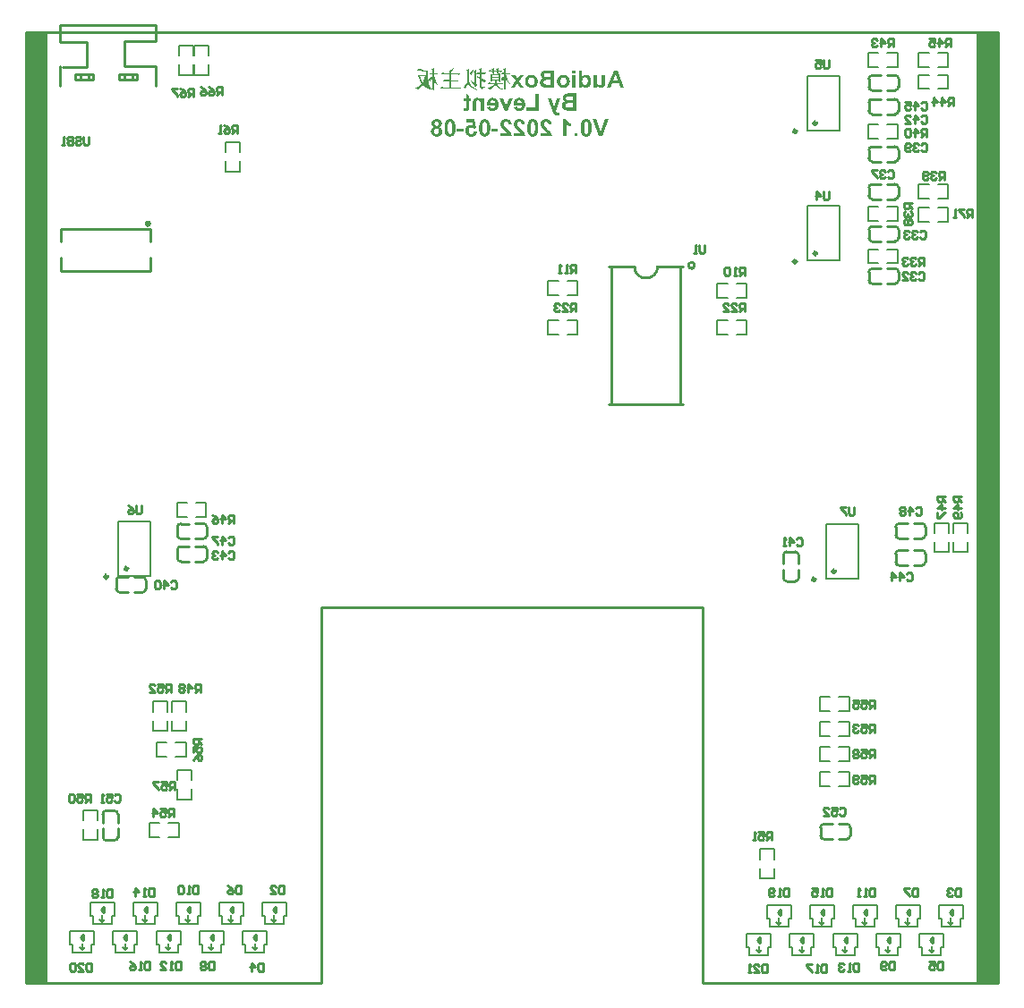
<source format=gbo>
G04*
G04 #@! TF.GenerationSoftware,Altium Limited,Altium Designer,20.2.6 (244)*
G04*
G04 Layer_Color=32896*
%FSLAX24Y24*%
%MOIN*%
G70*
G04*
G04 #@! TF.SameCoordinates,FA5C595E-BAF6-4CA8-81BB-533EFFED9D24*
G04*
G04*
G04 #@! TF.FilePolarity,Positive*
G04*
G01*
G75*
%ADD11C,0.0100*%
%ADD15C,0.0118*%
%ADD16C,0.0060*%
%ADD18C,0.0050*%
%ADD19R,0.0800X3.5450*%
G36*
X33750Y40647D02*
X33749Y40624D01*
Y40613D01*
X33749Y40603D01*
Y40594D01*
Y40585D01*
X33748Y40578D01*
Y40571D01*
Y40566D01*
Y40561D01*
Y40557D01*
Y40554D01*
Y40553D01*
Y40552D01*
X33847D01*
Y40601D01*
X33819Y40627D01*
X33912Y40669D01*
X33912Y40655D01*
X33911Y40642D01*
Y40629D01*
X33910Y40618D01*
Y40608D01*
X33910Y40598D01*
Y40589D01*
Y40581D01*
X33909Y40574D01*
Y40569D01*
Y40563D01*
Y40560D01*
Y40556D01*
Y40554D01*
Y40553D01*
Y40552D01*
X34053D01*
X34019Y40508D01*
X33984Y40515D01*
X33909D01*
Y40499D01*
X33910Y40484D01*
X33910Y40469D01*
Y40456D01*
X33911Y40443D01*
X33912Y40438D01*
Y40433D01*
X33912Y40430D01*
Y40427D01*
Y40426D01*
Y40425D01*
X33915D01*
X33974Y40453D01*
X33974Y40437D01*
X33973Y40421D01*
Y40406D01*
X33972Y40391D01*
Y40377D01*
X33971Y40365D01*
Y40353D01*
Y40342D01*
X33971Y40333D01*
Y40324D01*
Y40317D01*
Y40311D01*
Y40306D01*
Y40303D01*
Y40301D01*
Y40300D01*
Y40288D01*
Y40276D01*
X33971Y40249D01*
X33972Y40222D01*
Y40209D01*
Y40196D01*
X33973Y40184D01*
Y40172D01*
X33974Y40163D01*
Y40154D01*
X33974Y40147D01*
Y40142D01*
Y40138D01*
Y40137D01*
X33908Y40161D01*
Y40186D01*
X33840D01*
X33842Y40166D01*
X33843Y40150D01*
X33844Y40135D01*
X33846Y40124D01*
X33847Y40115D01*
X33849Y40108D01*
X33849Y40104D01*
Y40103D01*
X34084D01*
X34046Y40055D01*
X34030Y40059D01*
X34016Y40061D01*
X34001Y40063D01*
X33988Y40064D01*
X33978Y40065D01*
X33973Y40066D01*
X33854D01*
X33859Y40054D01*
X33864Y40044D01*
X33876Y40023D01*
X33890Y40004D01*
X33903Y39986D01*
X33909Y39979D01*
X33915Y39973D01*
X33920Y39966D01*
X33925Y39961D01*
X33928Y39957D01*
X33931Y39955D01*
X33933Y39952D01*
X33934Y39952D01*
X33945Y39942D01*
X33958Y39932D01*
X33971Y39924D01*
X33985Y39916D01*
X34014Y39902D01*
X34042Y39890D01*
X34055Y39885D01*
X34067Y39880D01*
X34078Y39877D01*
X34088Y39874D01*
X34096Y39871D01*
X34103Y39870D01*
X34106Y39869D01*
X34107Y39868D01*
X34101Y39843D01*
X34078Y39846D01*
X34055Y39850D01*
X34035Y39856D01*
X34014Y39862D01*
X33995Y39868D01*
X33978Y39875D01*
X33960Y39883D01*
X33944Y39891D01*
X33930Y39900D01*
X33916Y39909D01*
X33903Y39918D01*
X33890Y39927D01*
X33879Y39936D01*
X33869Y39946D01*
X33858Y39956D01*
X33850Y39966D01*
X33842Y39975D01*
X33834Y39985D01*
X33827Y39994D01*
X33821Y40003D01*
X33811Y40020D01*
X33803Y40035D01*
X33800Y40041D01*
X33797Y40047D01*
X33795Y40052D01*
X33793Y40057D01*
X33792Y40060D01*
X33791Y40063D01*
X33790Y40064D01*
Y40065D01*
X33789D01*
X33776Y40037D01*
X33760Y40011D01*
X33744Y39989D01*
X33727Y39967D01*
X33710Y39948D01*
X33692Y39931D01*
X33675Y39916D01*
X33658Y39902D01*
X33642Y39891D01*
X33627Y39882D01*
X33613Y39874D01*
X33601Y39868D01*
X33591Y39863D01*
X33583Y39859D01*
X33581Y39858D01*
X33579Y39857D01*
X33578Y39857D01*
X33577D01*
X33573Y39864D01*
X33568Y39870D01*
X33557Y39880D01*
X33545Y39889D01*
X33534Y39894D01*
X33523Y39898D01*
X33515Y39901D01*
X33512Y39902D01*
X33509D01*
X33508Y39902D01*
X33507D01*
Y39932D01*
X33525Y39933D01*
X33542Y39936D01*
X33558Y39939D01*
X33573Y39942D01*
X33587Y39946D01*
X33599Y39950D01*
X33611Y39955D01*
X33622Y39959D01*
X33631Y39963D01*
X33640Y39967D01*
X33647Y39970D01*
X33653Y39974D01*
X33657Y39976D01*
X33661Y39978D01*
X33663Y39979D01*
X33663Y39980D01*
X33684Y39996D01*
X33702Y40011D01*
X33719Y40025D01*
X33732Y40038D01*
X33738Y40044D01*
X33742Y40050D01*
X33747Y40054D01*
X33751Y40058D01*
X33754Y40061D01*
X33756Y40063D01*
X33756Y40065D01*
X33757Y40066D01*
X33504D01*
X33578Y40148D01*
X33627Y40103D01*
X33785D01*
X33782Y40120D01*
X33781Y40135D01*
X33779Y40149D01*
X33777Y40161D01*
X33776Y40172D01*
X33776Y40176D01*
Y40179D01*
X33775Y40182D01*
Y40184D01*
Y40185D01*
Y40186D01*
X33672D01*
Y40144D01*
X33606Y40168D01*
Y40172D01*
X33607Y40178D01*
X33608Y40190D01*
Y40204D01*
X33608Y40220D01*
Y40236D01*
X33609Y40254D01*
Y40290D01*
X33610Y40308D01*
Y40325D01*
Y40340D01*
Y40354D01*
Y40365D01*
Y40370D01*
Y40374D01*
Y40377D01*
Y40379D01*
Y40381D01*
Y40381D01*
X33582Y40406D01*
X33640Y40457D01*
X33671Y40425D01*
X33912D01*
X33847Y40453D01*
Y40515D01*
X33748D01*
Y40432D01*
X33682Y40452D01*
X33683Y40465D01*
X33683Y40476D01*
X33684Y40487D01*
Y40496D01*
X33685Y40503D01*
Y40510D01*
Y40513D01*
Y40515D01*
X33514D01*
X33585Y40594D01*
X33630Y40552D01*
X33685D01*
Y40597D01*
X33654Y40627D01*
X33751Y40673D01*
X33750Y40647D01*
D02*
G37*
G36*
X33280Y40654D02*
X33279Y40641D01*
Y40627D01*
X33278Y40612D01*
X33277Y40580D01*
Y40549D01*
X33277Y40535D01*
Y40521D01*
Y40508D01*
Y40498D01*
Y40489D01*
Y40482D01*
Y40480D01*
Y40478D01*
Y40477D01*
Y40476D01*
X33431D01*
X33397Y40432D01*
X33349Y40439D01*
X33277D01*
Y40271D01*
X33296Y40261D01*
X33314Y40252D01*
X33331Y40244D01*
X33346Y40237D01*
X33360Y40231D01*
X33373Y40225D01*
X33384Y40220D01*
X33394Y40216D01*
X33402Y40212D01*
X33410Y40209D01*
X33416Y40207D01*
X33422Y40205D01*
X33426Y40204D01*
X33429Y40203D01*
X33430Y40202D01*
X33431D01*
X33372Y40127D01*
X33368Y40132D01*
X33363Y40138D01*
X33357Y40145D01*
X33350Y40152D01*
X33335Y40165D01*
X33318Y40180D01*
X33303Y40193D01*
X33295Y40198D01*
X33289Y40203D01*
X33284Y40207D01*
X33280Y40210D01*
X33277Y40212D01*
X33277Y40213D01*
Y39988D01*
X33276Y39982D01*
X33277Y39976D01*
X33277Y39971D01*
X33278Y39967D01*
X33282Y39960D01*
X33285Y39956D01*
X33289Y39952D01*
X33293Y39951D01*
X33295Y39950D01*
X33307D01*
X33314Y39951D01*
X33323Y39952D01*
X33340Y39954D01*
X33358Y39957D01*
X33367Y39958D01*
X33375Y39959D01*
X33383Y39960D01*
X33390Y39961D01*
X33395Y39962D01*
X33400Y39963D01*
X33403Y39964D01*
X33404D01*
Y39934D01*
X33386Y39927D01*
X33370Y39920D01*
X33356Y39913D01*
X33345Y39906D01*
X33335Y39900D01*
X33327Y39893D01*
X33320Y39887D01*
X33315Y39882D01*
X33311Y39876D01*
X33308Y39871D01*
X33306Y39867D01*
X33305Y39864D01*
X33304Y39861D01*
Y39859D01*
Y39857D01*
Y39857D01*
X33288Y39863D01*
X33274Y39870D01*
X33262Y39877D01*
X33252Y39885D01*
X33243Y39893D01*
X33235Y39901D01*
X33229Y39909D01*
X33224Y39918D01*
X33220Y39925D01*
X33216Y39932D01*
X33214Y39939D01*
X33213Y39945D01*
X33212Y39950D01*
X33211Y39953D01*
Y39955D01*
Y39956D01*
Y40247D01*
X33087Y40331D01*
X33099Y40357D01*
X33211Y40295D01*
Y40439D01*
X33082D01*
Y40449D01*
Y40452D01*
X33137Y40515D01*
X33179Y40476D01*
X33211D01*
Y40587D01*
X33183Y40621D01*
X33280Y40666D01*
X33280Y40654D01*
D02*
G37*
G36*
X34186Y40658D02*
X34185Y40644D01*
Y40629D01*
X34184Y40613D01*
X34184Y40579D01*
Y40546D01*
X34183Y40530D01*
Y40515D01*
Y40501D01*
Y40490D01*
Y40480D01*
Y40472D01*
Y40469D01*
Y40467D01*
Y40467D01*
Y40466D01*
X34327D01*
X34293Y40422D01*
X34258Y40429D01*
X34190D01*
X34197Y40395D01*
X34206Y40360D01*
X34216Y40327D01*
X34226Y40295D01*
X34238Y40265D01*
X34249Y40235D01*
X34261Y40207D01*
X34273Y40181D01*
X34284Y40158D01*
X34295Y40136D01*
X34300Y40127D01*
X34305Y40118D01*
X34309Y40110D01*
X34313Y40102D01*
X34317Y40095D01*
X34321Y40090D01*
X34323Y40084D01*
X34325Y40080D01*
X34327Y40077D01*
X34329Y40075D01*
X34330Y40073D01*
Y40072D01*
X34314Y40058D01*
X34296Y40078D01*
X34280Y40099D01*
X34265Y40119D01*
X34252Y40138D01*
X34239Y40158D01*
X34229Y40177D01*
X34219Y40195D01*
X34211Y40211D01*
X34204Y40227D01*
X34198Y40241D01*
X34194Y40254D01*
X34189Y40264D01*
X34187Y40272D01*
X34184Y40279D01*
X34184Y40283D01*
X34183Y40284D01*
Y40256D01*
Y40228D01*
Y40201D01*
Y40175D01*
Y40151D01*
Y40127D01*
X34184Y40105D01*
Y40084D01*
Y40063D01*
Y40044D01*
Y40025D01*
X34184Y40008D01*
Y39991D01*
Y39976D01*
Y39961D01*
Y39948D01*
X34185Y39935D01*
Y39923D01*
Y39912D01*
Y39902D01*
X34186Y39893D01*
Y39885D01*
Y39877D01*
Y39871D01*
Y39865D01*
X34187Y39860D01*
Y39856D01*
Y39852D01*
Y39850D01*
Y39848D01*
Y39847D01*
Y39846D01*
X34117Y39870D01*
Y39880D01*
X34118Y39891D01*
Y39905D01*
X34119Y39918D01*
Y39934D01*
Y39949D01*
X34119Y39966D01*
Y39984D01*
Y40020D01*
X34120Y40057D01*
Y40096D01*
Y40134D01*
X34121Y40171D01*
Y40189D01*
Y40206D01*
Y40222D01*
Y40238D01*
Y40252D01*
Y40266D01*
Y40278D01*
Y40289D01*
Y40299D01*
Y40307D01*
Y40313D01*
Y40318D01*
Y40322D01*
Y40322D01*
X34110Y40308D01*
X34101Y40292D01*
X34092Y40277D01*
X34085Y40263D01*
X34078Y40251D01*
X34076Y40246D01*
X34073Y40241D01*
X34071Y40238D01*
X34070Y40235D01*
X34069Y40233D01*
Y40233D01*
X34067Y40225D01*
X34063Y40218D01*
X34060Y40212D01*
X34057Y40207D01*
X34055Y40203D01*
X34052Y40199D01*
X34047Y40194D01*
X34043Y40190D01*
X34039Y40189D01*
X34037Y40188D01*
X34037D01*
X34032Y40189D01*
X34028Y40192D01*
X34024Y40195D01*
X34021Y40199D01*
X34018Y40204D01*
X34016Y40207D01*
X34015Y40210D01*
X34014Y40211D01*
X34011Y40219D01*
X34008Y40227D01*
X34007Y40233D01*
X34005Y40238D01*
X34005Y40243D01*
X34004Y40246D01*
Y40248D01*
Y40249D01*
X34005Y40258D01*
X34008Y40266D01*
X34010Y40274D01*
X34014Y40281D01*
X34018Y40287D01*
X34021Y40292D01*
X34024Y40295D01*
X34025Y40296D01*
X34029Y40301D01*
X34035Y40306D01*
X34041Y40311D01*
X34048Y40315D01*
X34064Y40326D01*
X34080Y40336D01*
X34096Y40344D01*
X34103Y40347D01*
X34108Y40350D01*
X34114Y40353D01*
X34117Y40355D01*
X34120Y40356D01*
X34121Y40356D01*
Y40429D01*
X33980D01*
X34051Y40508D01*
X34096Y40466D01*
X34121D01*
Y40597D01*
X34086Y40627D01*
X34187Y40669D01*
X34186Y40658D01*
D02*
G37*
G36*
X36781Y40458D02*
X36658D01*
Y40572D01*
X36781D01*
Y40458D01*
D02*
G37*
G36*
X31497Y40627D02*
X31497Y40591D01*
X31496Y40556D01*
Y40540D01*
Y40524D01*
X31495Y40510D01*
Y40497D01*
Y40485D01*
Y40475D01*
Y40467D01*
Y40460D01*
Y40457D01*
Y40456D01*
X31635D01*
X31602Y40411D01*
X31570Y40418D01*
X31502D01*
X31511Y40381D01*
X31520Y40345D01*
X31529Y40309D01*
X31540Y40275D01*
X31551Y40243D01*
X31562Y40212D01*
X31573Y40184D01*
X31584Y40157D01*
X31594Y40133D01*
X31604Y40111D01*
X31608Y40102D01*
X31613Y40093D01*
X31617Y40084D01*
X31620Y40077D01*
X31624Y40070D01*
X31626Y40064D01*
X31629Y40059D01*
X31631Y40054D01*
X31633Y40051D01*
X31634Y40049D01*
X31635Y40047D01*
Y40047D01*
X31615Y40034D01*
X31599Y40054D01*
X31584Y40074D01*
X31571Y40095D01*
X31558Y40115D01*
X31547Y40135D01*
X31538Y40154D01*
X31529Y40173D01*
X31522Y40191D01*
X31515Y40208D01*
X31510Y40223D01*
X31505Y40236D01*
X31501Y40248D01*
X31499Y40257D01*
X31497Y40265D01*
X31496Y40267D01*
X31495Y40269D01*
Y40221D01*
Y40175D01*
Y40131D01*
X31496Y40110D01*
Y40090D01*
Y40070D01*
Y40052D01*
Y40034D01*
X31497Y40016D01*
Y40000D01*
Y39984D01*
Y39968D01*
Y39955D01*
X31497Y39941D01*
Y39928D01*
Y39916D01*
Y39905D01*
X31498Y39895D01*
Y39885D01*
Y39877D01*
Y39869D01*
Y39862D01*
X31499Y39856D01*
Y39851D01*
Y39847D01*
Y39843D01*
Y39841D01*
Y39840D01*
Y39839D01*
X31430Y39865D01*
X31433Y39869D01*
X31432Y39871D01*
X31429Y39874D01*
X31426Y39877D01*
X31427Y39884D01*
Y39895D01*
X31427Y39907D01*
Y39920D01*
Y39935D01*
X31428Y39951D01*
Y39968D01*
Y39984D01*
Y40002D01*
X31429Y40039D01*
Y40077D01*
Y40116D01*
X31429Y40153D01*
Y40171D01*
Y40188D01*
Y40205D01*
Y40221D01*
Y40236D01*
Y40250D01*
Y40263D01*
Y40274D01*
Y40284D01*
Y40292D01*
Y40299D01*
Y40304D01*
Y40308D01*
Y40308D01*
X31417Y40288D01*
X31406Y40270D01*
X31397Y40252D01*
X31389Y40236D01*
X31386Y40229D01*
X31383Y40224D01*
X31380Y40218D01*
X31378Y40213D01*
X31377Y40210D01*
X31375Y40207D01*
X31374Y40206D01*
Y40205D01*
X31372Y40198D01*
X31370Y40192D01*
X31368Y40186D01*
X31365Y40181D01*
X31363Y40177D01*
X31360Y40174D01*
X31356Y40169D01*
X31352Y40166D01*
X31348Y40165D01*
X31346Y40164D01*
X31345D01*
X31342Y40165D01*
X31338Y40168D01*
X31336Y40172D01*
X31333Y40177D01*
X31330Y40181D01*
X31328Y40185D01*
X31327Y40188D01*
X31327Y40188D01*
X31323Y40197D01*
X31320Y40205D01*
X31319Y40213D01*
X31318Y40219D01*
X31317Y40224D01*
X31316Y40228D01*
Y40231D01*
Y40231D01*
X31317Y40240D01*
X31319Y40249D01*
X31322Y40256D01*
X31325Y40263D01*
X31329Y40269D01*
X31332Y40274D01*
X31334Y40277D01*
X31335Y40277D01*
X31339Y40281D01*
X31344Y40286D01*
X31350Y40292D01*
X31357Y40297D01*
X31372Y40308D01*
X31389Y40318D01*
X31404Y40328D01*
X31411Y40332D01*
X31417Y40336D01*
X31422Y40338D01*
X31426Y40340D01*
X31429Y40342D01*
X31429Y40342D01*
Y40418D01*
X31292D01*
X31359Y40494D01*
X31401Y40456D01*
X31429D01*
Y40584D01*
X31402Y40613D01*
X31499Y40662D01*
X31497Y40627D01*
D02*
G37*
G36*
X32240Y40628D02*
X32225Y40612D01*
X32213Y40596D01*
X32202Y40582D01*
X32191Y40569D01*
X32182Y40556D01*
X32175Y40545D01*
X32168Y40535D01*
X32162Y40526D01*
X32157Y40517D01*
X32153Y40510D01*
X32150Y40504D01*
X32148Y40499D01*
X32146Y40495D01*
X32145Y40492D01*
X32144Y40491D01*
Y40490D01*
X32141Y40483D01*
X32139Y40476D01*
X32136Y40471D01*
X32134Y40466D01*
X32131Y40463D01*
X32128Y40459D01*
X32123Y40454D01*
X32120Y40452D01*
X32477D01*
X32440Y40404D01*
X32424Y40408D01*
X32409Y40410D01*
X32395Y40412D01*
X32381Y40413D01*
X32370Y40414D01*
X32366Y40415D01*
X32158D01*
Y40206D01*
X32422D01*
X32385Y40158D01*
X32369Y40161D01*
X32354Y40164D01*
X32340Y40165D01*
X32327Y40167D01*
X32316Y40168D01*
X32311Y40168D01*
X32158D01*
Y39935D01*
X32528D01*
X32491Y39888D01*
X32475Y39891D01*
X32460Y39893D01*
X32446Y39896D01*
X32433Y39896D01*
X32422Y39897D01*
X32417Y39898D01*
X31722D01*
X31806Y39991D01*
X31865Y39935D01*
X32089D01*
Y40172D01*
X31814D01*
X31892Y40258D01*
X31944Y40209D01*
X32089D01*
Y40415D01*
X31756D01*
X31837Y40504D01*
X31893Y40452D01*
X32102D01*
X32107Y40449D01*
X32112Y40449D01*
X32112D01*
X32115Y40449D01*
X32118Y40451D01*
X32120Y40452D01*
X32102D01*
X32097Y40456D01*
X32093Y40460D01*
X32089Y40465D01*
X32085Y40469D01*
X32083Y40472D01*
X32082Y40472D01*
X32076Y40481D01*
X32072Y40489D01*
X32068Y40497D01*
X32066Y40503D01*
X32065Y40508D01*
X32064Y40512D01*
Y40515D01*
Y40516D01*
Y40521D01*
X32066Y40526D01*
X32069Y40536D01*
X32074Y40545D01*
X32080Y40553D01*
X32086Y40560D01*
X32091Y40565D01*
X32094Y40569D01*
X32095Y40570D01*
X32096D01*
X32102Y40576D01*
X32110Y40581D01*
X32119Y40587D01*
X32130Y40594D01*
X32151Y40607D01*
X32173Y40620D01*
X32184Y40626D01*
X32194Y40631D01*
X32203Y40636D01*
X32211Y40640D01*
X32218Y40644D01*
X32223Y40646D01*
X32226Y40648D01*
X32227Y40649D01*
X32240Y40628D01*
D02*
G37*
G36*
X30964Y40640D02*
X30980Y40633D01*
X30993Y40626D01*
X31006Y40620D01*
X31017Y40615D01*
X31021Y40612D01*
X31025Y40611D01*
X31028Y40610D01*
X31030Y40608D01*
X31032Y40608D01*
X31032D01*
X31041Y40604D01*
X31053Y40600D01*
X31066Y40595D01*
X31081Y40591D01*
X31096Y40586D01*
X31113Y40581D01*
X31146Y40571D01*
X31162Y40567D01*
X31177Y40562D01*
X31191Y40559D01*
X31203Y40556D01*
X31213Y40553D01*
X31218Y40552D01*
X31221Y40551D01*
X31224Y40550D01*
X31226D01*
X31227Y40549D01*
X31228D01*
X31289Y40576D01*
X31288Y40526D01*
X31288Y40502D01*
Y40478D01*
X31287Y40456D01*
Y40435D01*
Y40415D01*
X31286Y40397D01*
Y40380D01*
Y40365D01*
Y40351D01*
Y40340D01*
Y40331D01*
Y40324D01*
Y40320D01*
Y40320D01*
Y40319D01*
X31287Y40274D01*
X31288Y40252D01*
X31290Y40231D01*
X31292Y40211D01*
X31294Y40192D01*
X31296Y40174D01*
X31298Y40156D01*
X31300Y40141D01*
X31302Y40127D01*
X31304Y40115D01*
X31306Y40104D01*
X31308Y40096D01*
X31309Y40090D01*
X31310Y40086D01*
Y40085D01*
X31315Y40064D01*
X31322Y40043D01*
X31330Y40023D01*
X31339Y40004D01*
X31349Y39985D01*
X31359Y39967D01*
X31370Y39950D01*
X31381Y39934D01*
X31391Y39920D01*
X31401Y39907D01*
X31410Y39896D01*
X31418Y39887D01*
X31424Y39880D01*
X31426Y39877D01*
X31426Y39875D01*
Y39867D01*
X31430Y39865D01*
X31415Y39850D01*
X31396Y39864D01*
X31379Y39879D01*
X31375Y39882D01*
X31363Y39860D01*
X31331Y39871D01*
X31302Y39882D01*
X31273Y39896D01*
X31246Y39909D01*
X31221Y39923D01*
X31198Y39937D01*
X31177Y39951D01*
X31158Y39965D01*
X31141Y39978D01*
X31126Y39991D01*
X31113Y40002D01*
X31102Y40011D01*
X31094Y40020D01*
X31088Y40026D01*
X31084Y40029D01*
X31083Y40031D01*
X31068Y40009D01*
X31052Y39988D01*
X31036Y39968D01*
X31020Y39951D01*
X31003Y39935D01*
X30988Y39921D01*
X30973Y39909D01*
X30958Y39897D01*
X30945Y39887D01*
X30932Y39879D01*
X30922Y39872D01*
X30912Y39866D01*
X30905Y39862D01*
X30899Y39859D01*
X30896Y39857D01*
X30894Y39857D01*
X30891Y39864D01*
X30888Y39869D01*
X30883Y39875D01*
X30878Y39880D01*
X30866Y39886D01*
X30853Y39892D01*
X30840Y39896D01*
X30835Y39896D01*
X30830Y39897D01*
X30826Y39898D01*
X30822Y39898D01*
X30819D01*
Y39927D01*
X30844Y39934D01*
X30867Y39942D01*
X30890Y39952D01*
X30911Y39963D01*
X30931Y39975D01*
X30950Y39987D01*
X30967Y40000D01*
X30982Y40012D01*
X30997Y40024D01*
X31009Y40036D01*
X31020Y40046D01*
X31029Y40055D01*
X31036Y40063D01*
X31041Y40069D01*
X31044Y40072D01*
X31046Y40074D01*
X31034Y40091D01*
X31022Y40110D01*
X31010Y40131D01*
X30999Y40152D01*
X30978Y40197D01*
X30969Y40220D01*
X30960Y40242D01*
X30953Y40263D01*
X30945Y40282D01*
X30939Y40299D01*
X30933Y40315D01*
X30931Y40322D01*
X30929Y40327D01*
X30928Y40333D01*
X30926Y40337D01*
X30925Y40340D01*
X30924Y40343D01*
X30923Y40345D01*
Y40345D01*
X30887Y40370D01*
X30948Y40433D01*
X30987Y40397D01*
X31220D01*
Y40515D01*
X31193Y40519D01*
X31168Y40523D01*
X31145Y40527D01*
X31125Y40531D01*
X31105Y40534D01*
X31087Y40537D01*
X31071Y40540D01*
X31057Y40542D01*
X31043Y40544D01*
X31032Y40546D01*
X31023Y40548D01*
X31016Y40549D01*
X31009Y40551D01*
X31005Y40551D01*
X31003Y40552D01*
X31002D01*
X30980Y40556D01*
X30958Y40560D01*
X30939Y40562D01*
X30931Y40563D01*
X30923Y40564D01*
X30916D01*
X30910Y40565D01*
X30904D01*
X30899Y40565D01*
X30891D01*
X30949Y40649D01*
X30964Y40640D01*
D02*
G37*
G36*
X32985Y40590D02*
X32976Y40574D01*
X32969Y40559D01*
X32962Y40544D01*
X32955Y40531D01*
X32949Y40518D01*
X32944Y40506D01*
X32940Y40495D01*
X32936Y40485D01*
X32933Y40476D01*
X32930Y40468D01*
X32928Y40462D01*
X32926Y40456D01*
X32925Y40451D01*
X32924Y40449D01*
X32923Y40447D01*
Y40446D01*
X32922Y40436D01*
X32920Y40428D01*
X32918Y40420D01*
X32916Y40414D01*
X32913Y40408D01*
X32911Y40404D01*
X32908Y40400D01*
X32906Y40397D01*
X32901Y40393D01*
X32898Y40391D01*
X32895Y40390D01*
X32894D01*
X32892Y40391D01*
X32888Y40392D01*
X32882Y40396D01*
X32879Y40397D01*
X32877Y40399D01*
X32876Y40400D01*
X32875Y40401D01*
X32867Y40410D01*
X32861Y40419D01*
X32859Y40422D01*
X32858Y40426D01*
X32857Y40428D01*
Y40429D01*
X32855Y40435D01*
X32853Y40441D01*
X32852Y40446D01*
X32851Y40450D01*
X32851Y40453D01*
Y40456D01*
Y40457D01*
Y40458D01*
X32851Y40467D01*
X32854Y40476D01*
X32858Y40485D01*
X32861Y40494D01*
X32865Y40501D01*
X32869Y40507D01*
X32871Y40511D01*
X32872Y40512D01*
X32877Y40519D01*
X32883Y40526D01*
X32889Y40533D01*
X32896Y40540D01*
X32911Y40556D01*
X32927Y40571D01*
X32942Y40584D01*
X32948Y40590D01*
X32954Y40594D01*
X32959Y40599D01*
X32962Y40601D01*
X32965Y40603D01*
X32966Y40604D01*
X32985Y40590D01*
D02*
G37*
G36*
X34686Y40170D02*
X34854Y39932D01*
X34710D01*
X34615Y40075D01*
X34520Y39932D01*
X34370D01*
X34541Y40176D01*
X34384Y40396D01*
X34528D01*
X34615Y40268D01*
X34697Y40396D01*
X34847D01*
X34686Y40170D01*
D02*
G37*
G36*
X33083Y40543D02*
Y40523D01*
X33082Y40503D01*
Y40483D01*
X33082Y40466D01*
Y40452D01*
X33070Y40439D01*
X33082D01*
Y40433D01*
X33081Y40419D01*
Y40406D01*
Y40395D01*
Y40386D01*
Y40379D01*
Y40374D01*
Y40370D01*
Y40369D01*
Y40095D01*
X33082Y40080D01*
X33084Y40068D01*
X33087Y40057D01*
X33089Y40048D01*
X33093Y40042D01*
X33096Y40037D01*
X33098Y40034D01*
X33098Y40033D01*
X33036Y39973D01*
X33023Y39993D01*
X33009Y40013D01*
X32995Y40032D01*
X32982Y40049D01*
X32976Y40056D01*
X32971Y40063D01*
X32965Y40069D01*
X32961Y40074D01*
X32957Y40078D01*
X32955Y40081D01*
X32953Y40083D01*
X32953Y40084D01*
X32934Y40104D01*
X32916Y40124D01*
X32899Y40142D01*
X32884Y40158D01*
X32878Y40165D01*
X32871Y40172D01*
X32867Y40177D01*
X32862Y40181D01*
X32859Y40186D01*
X32856Y40188D01*
X32855Y40190D01*
X32854Y40190D01*
X32873Y40210D01*
X33015Y40093D01*
Y40508D01*
X32985Y40537D01*
X33084Y40587D01*
X33083Y40543D01*
D02*
G37*
G36*
X37876Y40102D02*
X37875Y40079D01*
X37874Y40068D01*
X37873Y40058D01*
X37872Y40049D01*
X37871Y40041D01*
X37870Y40033D01*
X37868Y40026D01*
X37866Y40020D01*
X37865Y40014D01*
X37863Y40009D01*
X37863Y40006D01*
X37861Y40003D01*
X37861Y40001D01*
X37860Y40000D01*
Y39999D01*
X37853Y39986D01*
X37845Y39975D01*
X37836Y39964D01*
X37827Y39957D01*
X37819Y39950D01*
X37813Y39945D01*
X37810Y39943D01*
X37808Y39942D01*
X37807Y39941D01*
X37806D01*
X37792Y39934D01*
X37777Y39930D01*
X37763Y39926D01*
X37750Y39924D01*
X37739Y39923D01*
X37734Y39922D01*
X37730Y39921D01*
X37722D01*
X37706Y39922D01*
X37690Y39925D01*
X37675Y39928D01*
X37662Y39932D01*
X37651Y39936D01*
X37647Y39937D01*
X37643Y39939D01*
X37640Y39940D01*
X37638Y39941D01*
X37636Y39942D01*
X37636D01*
X37621Y39951D01*
X37607Y39960D01*
X37596Y39970D01*
X37586Y39979D01*
X37579Y39988D01*
X37573Y39995D01*
X37571Y39998D01*
X37570Y40000D01*
X37568Y40000D01*
Y39932D01*
X37455D01*
Y40396D01*
X37577D01*
Y40199D01*
Y40181D01*
X37578Y40165D01*
Y40151D01*
X37579Y40138D01*
X37580Y40127D01*
X37580Y40116D01*
X37582Y40107D01*
X37582Y40100D01*
X37583Y40093D01*
X37584Y40088D01*
X37585Y40084D01*
X37586Y40080D01*
X37586Y40077D01*
Y40076D01*
X37587Y40075D01*
X37591Y40066D01*
X37596Y40057D01*
X37602Y40050D01*
X37607Y40043D01*
X37613Y40038D01*
X37617Y40035D01*
X37620Y40032D01*
X37621Y40032D01*
X37630Y40026D01*
X37640Y40022D01*
X37650Y40019D01*
X37658Y40017D01*
X37666Y40016D01*
X37671Y40015D01*
X37677D01*
X37686Y40016D01*
X37695Y40017D01*
X37703Y40019D01*
X37710Y40021D01*
X37716Y40023D01*
X37719Y40025D01*
X37722Y40027D01*
X37722Y40027D01*
X37729Y40033D01*
X37734Y40038D01*
X37738Y40044D01*
X37741Y40050D01*
X37743Y40054D01*
X37745Y40059D01*
X37746Y40061D01*
X37747Y40062D01*
X37748Y40067D01*
X37749Y40074D01*
X37750Y40082D01*
X37750Y40091D01*
X37751Y40100D01*
X37752Y40110D01*
X37752Y40131D01*
Y40141D01*
Y40150D01*
X37753Y40159D01*
Y40167D01*
Y40173D01*
Y40178D01*
Y40181D01*
Y40182D01*
Y40396D01*
X37876D01*
Y40102D01*
D02*
G37*
G36*
X38584Y39932D02*
X38447D01*
X38394Y40077D01*
X38138D01*
X38081Y39932D01*
X37940D01*
X38197Y40572D01*
X38335D01*
X38584Y39932D01*
D02*
G37*
G36*
X36781D02*
X36658D01*
Y40396D01*
X36781D01*
Y39932D01*
D02*
G37*
G36*
X35985D02*
X35745D01*
X35725Y39932D01*
X35691D01*
X35677Y39933D01*
X35664D01*
X35653Y39934D01*
X35643D01*
X35636Y39934D01*
X35629D01*
X35623Y39935D01*
X35619D01*
X35616Y39936D01*
X35612D01*
X35593Y39939D01*
X35577Y39943D01*
X35561Y39948D01*
X35549Y39953D01*
X35539Y39958D01*
X35535Y39960D01*
X35532Y39961D01*
X35529Y39964D01*
X35527Y39965D01*
X35526Y39966D01*
X35525D01*
X35513Y39975D01*
X35502Y39986D01*
X35492Y39998D01*
X35484Y40008D01*
X35478Y40017D01*
X35473Y40025D01*
X35472Y40027D01*
X35470Y40029D01*
X35470Y40031D01*
Y40032D01*
X35463Y40047D01*
X35458Y40063D01*
X35454Y40077D01*
X35452Y40090D01*
X35450Y40101D01*
X35450Y40106D01*
X35449Y40109D01*
Y40113D01*
Y40115D01*
Y40116D01*
Y40117D01*
Y40127D01*
X35450Y40137D01*
X35454Y40156D01*
X35459Y40172D01*
X35465Y40186D01*
X35468Y40192D01*
X35470Y40197D01*
X35473Y40202D01*
X35476Y40206D01*
X35478Y40209D01*
X35479Y40211D01*
X35480Y40213D01*
X35481Y40213D01*
X35493Y40228D01*
X35508Y40240D01*
X35523Y40250D01*
X35537Y40258D01*
X35550Y40264D01*
X35556Y40266D01*
X35561Y40268D01*
X35565Y40270D01*
X35568Y40271D01*
X35570Y40272D01*
X35570D01*
X35556Y40279D01*
X35543Y40288D01*
X35532Y40298D01*
X35522Y40307D01*
X35514Y40315D01*
X35509Y40322D01*
X35507Y40324D01*
X35506Y40326D01*
X35504Y40327D01*
Y40328D01*
X35496Y40342D01*
X35491Y40356D01*
X35486Y40370D01*
X35483Y40383D01*
X35482Y40395D01*
X35481Y40399D01*
Y40403D01*
X35480Y40406D01*
Y40408D01*
Y40410D01*
Y40410D01*
X35481Y40426D01*
X35483Y40440D01*
X35486Y40453D01*
X35490Y40464D01*
X35494Y40473D01*
X35497Y40480D01*
X35498Y40482D01*
X35500Y40484D01*
X35500Y40485D01*
Y40485D01*
X35508Y40497D01*
X35516Y40508D01*
X35525Y40517D01*
X35532Y40525D01*
X35539Y40531D01*
X35545Y40535D01*
X35548Y40538D01*
X35549Y40539D01*
X35550D01*
X35561Y40546D01*
X35572Y40551D01*
X35584Y40556D01*
X35594Y40560D01*
X35603Y40562D01*
X35610Y40564D01*
X35613Y40565D01*
X35615Y40565D01*
X35616D01*
X35624Y40567D01*
X35631Y40567D01*
X35650Y40569D01*
X35668Y40571D01*
X35687Y40571D01*
X35695D01*
X35704Y40572D01*
X35985D01*
Y39932D01*
D02*
G37*
G36*
X37025Y40341D02*
X37036Y40353D01*
X37047Y40363D01*
X37058Y40372D01*
X37070Y40379D01*
X37081Y40385D01*
X37092Y40390D01*
X37103Y40395D01*
X37114Y40398D01*
X37124Y40401D01*
X37132Y40403D01*
X37140Y40404D01*
X37146Y40406D01*
X37152D01*
X37156Y40406D01*
X37160D01*
X37175Y40406D01*
X37190Y40404D01*
X37204Y40401D01*
X37217Y40397D01*
X37230Y40392D01*
X37241Y40387D01*
X37252Y40381D01*
X37262Y40376D01*
X37270Y40370D01*
X37278Y40364D01*
X37285Y40359D01*
X37290Y40354D01*
X37294Y40350D01*
X37297Y40347D01*
X37299Y40345D01*
X37300Y40345D01*
X37310Y40333D01*
X37318Y40320D01*
X37326Y40306D01*
X37332Y40291D01*
X37337Y40276D01*
X37341Y40261D01*
X37345Y40247D01*
X37348Y40232D01*
X37350Y40219D01*
X37352Y40206D01*
X37353Y40195D01*
X37354Y40185D01*
Y40177D01*
X37355Y40171D01*
Y40167D01*
Y40165D01*
X37354Y40145D01*
X37352Y40125D01*
X37349Y40106D01*
X37346Y40088D01*
X37341Y40072D01*
X37337Y40057D01*
X37332Y40044D01*
X37326Y40032D01*
X37321Y40021D01*
X37316Y40011D01*
X37311Y40004D01*
X37307Y39997D01*
X37303Y39992D01*
X37300Y39988D01*
X37298Y39986D01*
X37298Y39985D01*
X37287Y39974D01*
X37276Y39964D01*
X37264Y39955D01*
X37253Y39948D01*
X37241Y39942D01*
X37230Y39936D01*
X37219Y39932D01*
X37208Y39930D01*
X37199Y39927D01*
X37190Y39925D01*
X37181Y39923D01*
X37174Y39922D01*
X37169D01*
X37165Y39921D01*
X37161D01*
X37146Y39922D01*
X37133Y39924D01*
X37119Y39927D01*
X37108Y39931D01*
X37098Y39934D01*
X37090Y39937D01*
X37087Y39939D01*
X37085Y39939D01*
X37084Y39940D01*
X37083D01*
X37069Y39948D01*
X37056Y39957D01*
X37045Y39968D01*
X37035Y39977D01*
X37027Y39986D01*
X37021Y39993D01*
X37019Y39995D01*
X37017Y39998D01*
X37016Y39999D01*
Y39932D01*
X36902D01*
Y40572D01*
X37025D01*
Y40341D01*
D02*
G37*
G36*
X36348Y40405D02*
X36371Y40401D01*
X36391Y40397D01*
X36401Y40394D01*
X36410Y40391D01*
X36418Y40388D01*
X36425Y40385D01*
X36431Y40383D01*
X36437Y40381D01*
X36441Y40379D01*
X36443Y40377D01*
X36446Y40376D01*
X36446Y40376D01*
X36466Y40363D01*
X36482Y40349D01*
X36497Y40335D01*
X36509Y40321D01*
X36518Y40308D01*
X36523Y40303D01*
X36525Y40298D01*
X36527Y40294D01*
X36530Y40291D01*
X36530Y40289D01*
X36531Y40288D01*
X36536Y40278D01*
X36541Y40267D01*
X36548Y40246D01*
X36553Y40226D01*
X36557Y40208D01*
X36558Y40199D01*
X36559Y40193D01*
X36560Y40186D01*
Y40180D01*
X36561Y40176D01*
Y40172D01*
Y40170D01*
Y40170D01*
X36560Y40155D01*
X36559Y40141D01*
X36558Y40127D01*
X36556Y40115D01*
X36554Y40103D01*
X36551Y40092D01*
X36548Y40082D01*
X36545Y40072D01*
X36543Y40063D01*
X36541Y40056D01*
X36538Y40050D01*
X36536Y40044D01*
X36534Y40040D01*
X36532Y40037D01*
X36531Y40035D01*
Y40034D01*
X36518Y40015D01*
X36505Y39998D01*
X36490Y39983D01*
X36476Y39971D01*
X36463Y39962D01*
X36458Y39958D01*
X36453Y39955D01*
X36449Y39952D01*
X36446Y39951D01*
X36444Y39950D01*
X36443Y39950D01*
X36422Y39940D01*
X36400Y39933D01*
X36380Y39928D01*
X36361Y39925D01*
X36353Y39923D01*
X36345Y39923D01*
X36339Y39922D01*
X36333D01*
X36328Y39921D01*
X36322D01*
X36303Y39922D01*
X36285Y39924D01*
X36268Y39927D01*
X36252Y39932D01*
X36237Y39937D01*
X36223Y39943D01*
X36210Y39949D01*
X36198Y39956D01*
X36187Y39962D01*
X36178Y39968D01*
X36170Y39974D01*
X36164Y39979D01*
X36158Y39984D01*
X36154Y39987D01*
X36152Y39989D01*
X36151Y39990D01*
X36139Y40003D01*
X36129Y40018D01*
X36120Y40032D01*
X36112Y40047D01*
X36105Y40061D01*
X36100Y40076D01*
X36095Y40090D01*
X36092Y40104D01*
X36089Y40116D01*
X36087Y40128D01*
X36085Y40138D01*
X36084Y40147D01*
Y40154D01*
X36083Y40160D01*
Y40163D01*
Y40165D01*
X36084Y40184D01*
X36086Y40202D01*
X36090Y40220D01*
X36094Y40236D01*
X36099Y40251D01*
X36105Y40265D01*
X36110Y40279D01*
X36117Y40290D01*
X36124Y40301D01*
X36129Y40311D01*
X36135Y40318D01*
X36140Y40325D01*
X36144Y40331D01*
X36148Y40334D01*
X36150Y40337D01*
X36151Y40338D01*
X36164Y40349D01*
X36177Y40360D01*
X36192Y40370D01*
X36206Y40377D01*
X36220Y40384D01*
X36235Y40390D01*
X36248Y40394D01*
X36262Y40398D01*
X36274Y40401D01*
X36286Y40403D01*
X36296Y40404D01*
X36305Y40405D01*
X36312Y40406D01*
X36318Y40406D01*
X36335D01*
X36348Y40405D01*
D02*
G37*
G36*
X35155D02*
X35178Y40401D01*
X35199Y40397D01*
X35209Y40394D01*
X35218Y40391D01*
X35225Y40388D01*
X35232Y40385D01*
X35239Y40383D01*
X35244Y40381D01*
X35248Y40379D01*
X35251Y40377D01*
X35253Y40376D01*
X35254Y40376D01*
X35273Y40363D01*
X35290Y40349D01*
X35305Y40335D01*
X35317Y40321D01*
X35326Y40308D01*
X35330Y40303D01*
X35333Y40298D01*
X35335Y40294D01*
X35337Y40291D01*
X35338Y40289D01*
X35339Y40288D01*
X35344Y40278D01*
X35348Y40267D01*
X35356Y40246D01*
X35361Y40226D01*
X35365Y40208D01*
X35366Y40199D01*
X35367Y40193D01*
X35368Y40186D01*
Y40180D01*
X35368Y40176D01*
Y40172D01*
Y40170D01*
Y40170D01*
X35368Y40155D01*
X35367Y40141D01*
X35366Y40127D01*
X35364Y40115D01*
X35362Y40103D01*
X35359Y40092D01*
X35356Y40082D01*
X35353Y40072D01*
X35350Y40063D01*
X35348Y40056D01*
X35346Y40050D01*
X35343Y40044D01*
X35341Y40040D01*
X35340Y40037D01*
X35339Y40035D01*
Y40034D01*
X35326Y40015D01*
X35312Y39998D01*
X35298Y39983D01*
X35284Y39971D01*
X35271Y39962D01*
X35266Y39958D01*
X35261Y39955D01*
X35257Y39952D01*
X35254Y39951D01*
X35252Y39950D01*
X35251Y39950D01*
X35230Y39940D01*
X35208Y39933D01*
X35187Y39928D01*
X35169Y39925D01*
X35160Y39923D01*
X35153Y39923D01*
X35146Y39922D01*
X35141D01*
X35136Y39921D01*
X35130D01*
X35111Y39922D01*
X35093Y39924D01*
X35076Y39927D01*
X35060Y39932D01*
X35044Y39937D01*
X35030Y39943D01*
X35017Y39949D01*
X35005Y39956D01*
X34995Y39962D01*
X34986Y39968D01*
X34978Y39974D01*
X34971Y39979D01*
X34966Y39984D01*
X34962Y39987D01*
X34960Y39989D01*
X34959Y39990D01*
X34947Y40003D01*
X34937Y40018D01*
X34928Y40032D01*
X34919Y40047D01*
X34913Y40061D01*
X34908Y40076D01*
X34903Y40090D01*
X34899Y40104D01*
X34897Y40116D01*
X34894Y40128D01*
X34893Y40138D01*
X34892Y40147D01*
Y40154D01*
X34891Y40160D01*
Y40163D01*
Y40165D01*
X34892Y40184D01*
X34894Y40202D01*
X34897Y40220D01*
X34901Y40236D01*
X34906Y40251D01*
X34913Y40265D01*
X34918Y40279D01*
X34924Y40290D01*
X34931Y40301D01*
X34937Y40311D01*
X34942Y40318D01*
X34948Y40325D01*
X34952Y40331D01*
X34956Y40334D01*
X34958Y40337D01*
X34958Y40338D01*
X34971Y40349D01*
X34985Y40360D01*
X34999Y40370D01*
X35014Y40377D01*
X35028Y40384D01*
X35042Y40390D01*
X35056Y40394D01*
X35069Y40398D01*
X35082Y40401D01*
X35094Y40403D01*
X35104Y40404D01*
X35113Y40405D01*
X35120Y40406D01*
X35126Y40406D01*
X35143D01*
X35155Y40405D01*
D02*
G37*
G36*
X32803Y40620D02*
X32802Y40605D01*
X32800Y40575D01*
X32799Y40544D01*
Y40530D01*
X32798Y40517D01*
Y40503D01*
X32797Y40492D01*
Y40481D01*
Y40472D01*
Y40465D01*
Y40459D01*
Y40456D01*
Y40454D01*
Y40443D01*
Y40431D01*
Y40417D01*
X32798Y40402D01*
X32799Y40372D01*
Y40342D01*
X32799Y40327D01*
Y40314D01*
X32800Y40302D01*
Y40291D01*
X32801Y40283D01*
Y40276D01*
Y40272D01*
Y40271D01*
Y40270D01*
X32801Y40247D01*
X32803Y40224D01*
X32806Y40204D01*
X32809Y40184D01*
X32812Y40166D01*
X32817Y40150D01*
X32821Y40135D01*
X32825Y40121D01*
X32829Y40109D01*
X32833Y40099D01*
X32837Y40090D01*
X32840Y40082D01*
X32843Y40077D01*
X32845Y40072D01*
X32846Y40070D01*
X32847Y40069D01*
X32864Y40043D01*
X32873Y40032D01*
X32882Y40020D01*
X32891Y40010D01*
X32900Y40001D01*
X32908Y39992D01*
X32917Y39984D01*
X32924Y39977D01*
X32931Y39970D01*
X32937Y39965D01*
X32943Y39961D01*
X32947Y39957D01*
X32951Y39955D01*
X32953Y39953D01*
X32953Y39952D01*
X32965Y39944D01*
X32978Y39936D01*
X33004Y39920D01*
X33030Y39906D01*
X33042Y39899D01*
X33055Y39893D01*
X33066Y39887D01*
X33076Y39882D01*
X33085Y39877D01*
X33094Y39874D01*
X33100Y39871D01*
X33105Y39869D01*
X33107Y39868D01*
X33109Y39867D01*
X33103Y39839D01*
X33080Y39846D01*
X33057Y39852D01*
X33037Y39859D01*
X33016Y39868D01*
X32997Y39875D01*
X32978Y39884D01*
X32961Y39893D01*
X32944Y39902D01*
X32928Y39911D01*
X32913Y39921D01*
X32899Y39931D01*
X32886Y39941D01*
X32874Y39950D01*
X32862Y39960D01*
X32851Y39970D01*
X32841Y39979D01*
X32832Y39989D01*
X32823Y39998D01*
X32815Y40007D01*
X32808Y40015D01*
X32795Y40031D01*
X32785Y40044D01*
X32778Y40056D01*
X32775Y40061D01*
X32773Y40064D01*
X32771Y40068D01*
X32769Y40070D01*
X32769Y40071D01*
Y40072D01*
X32759Y40059D01*
X32750Y40046D01*
X32742Y40034D01*
X32734Y40022D01*
X32727Y40010D01*
X32721Y40000D01*
X32715Y39989D01*
X32710Y39980D01*
X32706Y39972D01*
X32703Y39964D01*
X32700Y39957D01*
X32698Y39952D01*
X32696Y39948D01*
X32694Y39944D01*
X32694Y39942D01*
Y39941D01*
X32690Y39930D01*
X32686Y39920D01*
X32682Y39911D01*
X32679Y39905D01*
X32675Y39900D01*
X32672Y39896D01*
X32668Y39893D01*
X32665Y39891D01*
X32663Y39889D01*
X32660Y39889D01*
X32656D01*
X32654Y39889D01*
X32653Y39890D01*
X32646Y39897D01*
X32640Y39904D01*
X32635Y39912D01*
X32632Y39920D01*
X32629Y39927D01*
X32627Y39932D01*
X32626Y39936D01*
Y39937D01*
X32624Y39943D01*
Y39949D01*
X32625Y39961D01*
X32627Y39973D01*
X32631Y39983D01*
X32635Y39992D01*
X32638Y39999D01*
X32640Y40002D01*
X32641Y40004D01*
X32642Y40004D01*
Y40005D01*
X32647Y40012D01*
X32653Y40020D01*
X32660Y40028D01*
X32669Y40036D01*
X32688Y40053D01*
X32707Y40069D01*
X32716Y40077D01*
X32725Y40083D01*
X32733Y40089D01*
X32740Y40095D01*
X32747Y40099D01*
X32751Y40102D01*
X32754Y40104D01*
X32755Y40105D01*
X32751Y40123D01*
X32747Y40142D01*
X32741Y40179D01*
X32737Y40216D01*
X32735Y40233D01*
X32733Y40250D01*
X32733Y40265D01*
X32731Y40280D01*
X32731Y40292D01*
Y40304D01*
X32730Y40313D01*
Y40319D01*
Y40323D01*
Y40324D01*
X32729Y40348D01*
Y40370D01*
Y40392D01*
X32728Y40413D01*
Y40433D01*
Y40451D01*
Y40468D01*
X32728Y40484D01*
Y40499D01*
Y40512D01*
Y40523D01*
Y40533D01*
Y40540D01*
Y40545D01*
Y40549D01*
Y40550D01*
X32693Y40583D01*
X32804Y40635D01*
X32803Y40620D01*
D02*
G37*
G36*
X34239Y39071D02*
X34129D01*
X33944Y39535D01*
X34071D01*
X34159Y39298D01*
X34164Y39283D01*
X34166Y39277D01*
X34168Y39271D01*
X34170Y39266D01*
X34171Y39261D01*
X34172Y39259D01*
Y39258D01*
X34173Y39254D01*
X34175Y39248D01*
X34177Y39241D01*
X34179Y39235D01*
X34181Y39229D01*
X34183Y39223D01*
X34184Y39220D01*
X34184Y39219D01*
Y39218D01*
X34209Y39298D01*
X34297Y39535D01*
X34426D01*
X34239Y39071D01*
D02*
G37*
G36*
X36038Y39069D02*
X36042Y39055D01*
X36047Y39044D01*
X36053Y39032D01*
X36058Y39023D01*
X36062Y39016D01*
X36066Y39011D01*
X36069Y39007D01*
X36069Y39006D01*
X36078Y38998D01*
X36087Y38992D01*
X36099Y38987D01*
X36108Y38984D01*
X36118Y38982D01*
X36126Y38981D01*
X36128Y38980D01*
X36133D01*
X36150Y38981D01*
X36159Y38982D01*
X36167Y38984D01*
X36173Y38985D01*
X36179Y38986D01*
X36183Y38987D01*
X36184D01*
X36173Y38890D01*
X36160Y38887D01*
X36148Y38886D01*
X36137Y38885D01*
X36126Y38883D01*
X36117D01*
X36110Y38883D01*
X36104D01*
X36091Y38883D01*
X36079Y38884D01*
X36069Y38885D01*
X36060Y38887D01*
X36052Y38888D01*
X36046Y38889D01*
X36043Y38890D01*
X36042D01*
X36032Y38893D01*
X36023Y38896D01*
X36015Y38900D01*
X36008Y38903D01*
X36003Y38906D01*
X35999Y38909D01*
X35996Y38910D01*
X35995Y38911D01*
X35988Y38917D01*
X35981Y38922D01*
X35976Y38928D01*
X35971Y38933D01*
X35967Y38938D01*
X35964Y38942D01*
X35962Y38945D01*
X35961Y38946D01*
X35956Y38955D01*
X35950Y38964D01*
X35945Y38975D01*
X35940Y38985D01*
X35936Y38994D01*
X35933Y39001D01*
X35932Y39003D01*
X35931Y39005D01*
X35931Y39007D01*
Y39007D01*
X35901Y39088D01*
X35737Y39535D01*
X35864D01*
X35973Y39205D01*
X36083Y39535D01*
X36214D01*
X36038Y39069D01*
D02*
G37*
G36*
X32819Y39627D02*
Y39535D01*
X32875D01*
Y39437D01*
X32819D01*
Y39234D01*
Y39223D01*
Y39212D01*
Y39202D01*
X32818Y39193D01*
Y39185D01*
X32817Y39178D01*
Y39172D01*
X32817Y39166D01*
Y39162D01*
Y39158D01*
X32816Y39155D01*
Y39152D01*
X32815Y39149D01*
Y39148D01*
X32813Y39137D01*
X32810Y39128D01*
X32808Y39119D01*
X32805Y39112D01*
X32802Y39107D01*
X32800Y39103D01*
X32799Y39100D01*
X32798Y39100D01*
X32792Y39094D01*
X32787Y39088D01*
X32780Y39083D01*
X32774Y39079D01*
X32768Y39075D01*
X32763Y39073D01*
X32760Y39072D01*
X32759Y39071D01*
X32749Y39068D01*
X32738Y39065D01*
X32728Y39063D01*
X32719Y39062D01*
X32711Y39061D01*
X32705Y39060D01*
X32699D01*
X32680Y39061D01*
X32661Y39063D01*
X32645Y39066D01*
X32631Y39069D01*
X32624Y39071D01*
X32619Y39073D01*
X32614Y39074D01*
X32610Y39075D01*
X32606Y39077D01*
X32604Y39078D01*
X32603Y39078D01*
X32602D01*
X32613Y39173D01*
X32624Y39170D01*
X32634Y39167D01*
X32643Y39165D01*
X32650Y39164D01*
X32656Y39163D01*
X32659Y39162D01*
X32663D01*
X32671Y39163D01*
X32677Y39165D01*
X32680Y39166D01*
X32682Y39167D01*
X32683Y39168D01*
X32683D01*
X32688Y39173D01*
X32692Y39177D01*
X32693Y39182D01*
X32694Y39182D01*
Y39183D01*
Y39185D01*
X32694Y39189D01*
Y39193D01*
X32695Y39198D01*
Y39209D01*
X32696Y39220D01*
Y39231D01*
Y39236D01*
Y39241D01*
Y39244D01*
Y39247D01*
Y39249D01*
Y39250D01*
Y39437D01*
X32612D01*
Y39535D01*
X32696D01*
Y39699D01*
X32819Y39627D01*
D02*
G37*
G36*
X34704Y39545D02*
X34720Y39543D01*
X34736Y39539D01*
X34749Y39535D01*
X34763Y39530D01*
X34776Y39525D01*
X34788Y39518D01*
X34798Y39513D01*
X34807Y39506D01*
X34815Y39500D01*
X34823Y39495D01*
X34829Y39490D01*
X34833Y39486D01*
X34837Y39482D01*
X34839Y39480D01*
X34840Y39479D01*
X34850Y39467D01*
X34859Y39453D01*
X34867Y39438D01*
X34874Y39424D01*
X34880Y39409D01*
X34885Y39393D01*
X34889Y39379D01*
X34892Y39365D01*
X34894Y39351D01*
X34896Y39339D01*
X34897Y39327D01*
X34899Y39318D01*
Y39310D01*
X34899Y39304D01*
Y39300D01*
Y39299D01*
X34899Y39282D01*
X34897Y39264D01*
X34895Y39248D01*
X34892Y39233D01*
X34889Y39219D01*
X34885Y39206D01*
X34881Y39193D01*
X34876Y39182D01*
X34872Y39173D01*
X34868Y39164D01*
X34864Y39157D01*
X34860Y39150D01*
X34858Y39145D01*
X34856Y39141D01*
X34854Y39139D01*
X34854Y39139D01*
X34842Y39125D01*
X34829Y39113D01*
X34815Y39103D01*
X34801Y39094D01*
X34786Y39086D01*
X34772Y39080D01*
X34757Y39074D01*
X34742Y39070D01*
X34729Y39066D01*
X34716Y39064D01*
X34704Y39062D01*
X34695Y39062D01*
X34686Y39061D01*
X34680Y39060D01*
X34674D01*
X34661Y39061D01*
X34647Y39062D01*
X34634Y39064D01*
X34622Y39066D01*
X34611Y39069D01*
X34601Y39071D01*
X34591Y39074D01*
X34582Y39078D01*
X34575Y39081D01*
X34568Y39084D01*
X34561Y39087D01*
X34556Y39089D01*
X34552Y39091D01*
X34550Y39094D01*
X34548Y39094D01*
X34547Y39095D01*
X34538Y39102D01*
X34529Y39109D01*
X34514Y39126D01*
X34501Y39143D01*
X34491Y39159D01*
X34486Y39167D01*
X34483Y39175D01*
X34479Y39181D01*
X34477Y39187D01*
X34475Y39191D01*
X34474Y39195D01*
X34472Y39197D01*
Y39198D01*
X34595Y39218D01*
X34599Y39206D01*
X34604Y39196D01*
X34609Y39187D01*
X34614Y39180D01*
X34618Y39174D01*
X34622Y39170D01*
X34624Y39168D01*
X34625Y39167D01*
X34633Y39162D01*
X34641Y39158D01*
X34649Y39155D01*
X34656Y39154D01*
X34663Y39153D01*
X34668Y39152D01*
X34673D01*
X34681Y39153D01*
X34688Y39153D01*
X34702Y39157D01*
X34715Y39162D01*
X34725Y39167D01*
X34733Y39172D01*
X34740Y39177D01*
X34743Y39180D01*
X34744Y39182D01*
X34745D01*
X34754Y39194D01*
X34761Y39208D01*
X34766Y39223D01*
X34770Y39236D01*
X34772Y39248D01*
X34772Y39254D01*
X34773Y39259D01*
X34774Y39262D01*
Y39266D01*
Y39267D01*
Y39268D01*
X34466D01*
Y39293D01*
X34468Y39317D01*
X34471Y39339D01*
X34475Y39360D01*
X34479Y39379D01*
X34484Y39395D01*
X34488Y39411D01*
X34494Y39425D01*
X34500Y39437D01*
X34505Y39447D01*
X34510Y39456D01*
X34515Y39464D01*
X34518Y39470D01*
X34521Y39473D01*
X34523Y39476D01*
X34524Y39477D01*
X34536Y39488D01*
X34548Y39500D01*
X34561Y39509D01*
X34575Y39516D01*
X34588Y39523D01*
X34602Y39529D01*
X34615Y39533D01*
X34628Y39537D01*
X34640Y39540D01*
X34651Y39542D01*
X34661Y39543D01*
X34670Y39544D01*
X34677Y39545D01*
X34682Y39545D01*
X34687D01*
X34704Y39545D01*
D02*
G37*
G36*
X33708D02*
X33725Y39543D01*
X33740Y39539D01*
X33754Y39535D01*
X33768Y39530D01*
X33781Y39525D01*
X33792Y39518D01*
X33803Y39513D01*
X33812Y39506D01*
X33820Y39500D01*
X33828Y39495D01*
X33833Y39490D01*
X33838Y39486D01*
X33842Y39482D01*
X33844Y39480D01*
X33844Y39479D01*
X33855Y39467D01*
X33864Y39453D01*
X33872Y39438D01*
X33879Y39424D01*
X33885Y39409D01*
X33890Y39393D01*
X33894Y39379D01*
X33896Y39365D01*
X33899Y39351D01*
X33901Y39339D01*
X33902Y39327D01*
X33903Y39318D01*
Y39310D01*
X33904Y39304D01*
Y39300D01*
Y39299D01*
X33903Y39282D01*
X33902Y39264D01*
X33900Y39248D01*
X33897Y39233D01*
X33894Y39219D01*
X33890Y39206D01*
X33885Y39193D01*
X33881Y39182D01*
X33877Y39173D01*
X33873Y39164D01*
X33869Y39157D01*
X33865Y39150D01*
X33862Y39145D01*
X33860Y39141D01*
X33859Y39139D01*
X33858Y39139D01*
X33847Y39125D01*
X33834Y39113D01*
X33820Y39103D01*
X33806Y39094D01*
X33791Y39086D01*
X33776Y39080D01*
X33762Y39074D01*
X33747Y39070D01*
X33733Y39066D01*
X33721Y39064D01*
X33709Y39062D01*
X33699Y39062D01*
X33691Y39061D01*
X33685Y39060D01*
X33679D01*
X33665Y39061D01*
X33652Y39062D01*
X33639Y39064D01*
X33627Y39066D01*
X33616Y39069D01*
X33606Y39071D01*
X33596Y39074D01*
X33587Y39078D01*
X33579Y39081D01*
X33572Y39084D01*
X33566Y39087D01*
X33561Y39089D01*
X33557Y39091D01*
X33554Y39094D01*
X33553Y39094D01*
X33552Y39095D01*
X33543Y39102D01*
X33534Y39109D01*
X33519Y39126D01*
X33506Y39143D01*
X33495Y39159D01*
X33491Y39167D01*
X33488Y39175D01*
X33484Y39181D01*
X33481Y39187D01*
X33480Y39191D01*
X33479Y39195D01*
X33477Y39197D01*
Y39198D01*
X33599Y39218D01*
X33604Y39206D01*
X33608Y39196D01*
X33613Y39187D01*
X33619Y39180D01*
X33623Y39174D01*
X33627Y39170D01*
X33629Y39168D01*
X33630Y39167D01*
X33638Y39162D01*
X33646Y39158D01*
X33654Y39155D01*
X33661Y39154D01*
X33668Y39153D01*
X33673Y39152D01*
X33678D01*
X33686Y39153D01*
X33693Y39153D01*
X33707Y39157D01*
X33720Y39162D01*
X33730Y39167D01*
X33738Y39172D01*
X33744Y39177D01*
X33748Y39180D01*
X33749Y39182D01*
X33749D01*
X33759Y39194D01*
X33766Y39208D01*
X33771Y39223D01*
X33774Y39236D01*
X33776Y39248D01*
X33777Y39254D01*
X33778Y39259D01*
X33779Y39262D01*
Y39266D01*
Y39267D01*
Y39268D01*
X33471D01*
Y39293D01*
X33473Y39317D01*
X33476Y39339D01*
X33479Y39360D01*
X33484Y39379D01*
X33488Y39395D01*
X33493Y39411D01*
X33499Y39425D01*
X33504Y39437D01*
X33510Y39447D01*
X33515Y39456D01*
X33520Y39464D01*
X33523Y39470D01*
X33526Y39473D01*
X33528Y39476D01*
X33529Y39477D01*
X33540Y39488D01*
X33553Y39500D01*
X33566Y39509D01*
X33579Y39516D01*
X33593Y39523D01*
X33606Y39529D01*
X33620Y39533D01*
X33633Y39537D01*
X33645Y39540D01*
X33656Y39542D01*
X33666Y39543D01*
X33674Y39544D01*
X33682Y39545D01*
X33687Y39545D01*
X33692D01*
X33708Y39545D01*
D02*
G37*
G36*
X36801Y39071D02*
X36561D01*
X36541Y39071D01*
X36507D01*
X36492Y39072D01*
X36480D01*
X36468Y39073D01*
X36459D01*
X36451Y39073D01*
X36444D01*
X36439Y39074D01*
X36434D01*
X36431Y39075D01*
X36428D01*
X36409Y39078D01*
X36392Y39082D01*
X36377Y39087D01*
X36364Y39092D01*
X36355Y39097D01*
X36350Y39099D01*
X36347Y39100D01*
X36344Y39103D01*
X36342Y39104D01*
X36341Y39105D01*
X36341D01*
X36328Y39114D01*
X36317Y39125D01*
X36307Y39137D01*
X36300Y39147D01*
X36294Y39156D01*
X36289Y39164D01*
X36287Y39166D01*
X36286Y39168D01*
X36285Y39170D01*
Y39171D01*
X36278Y39187D01*
X36273Y39202D01*
X36269Y39216D01*
X36267Y39229D01*
X36266Y39240D01*
X36265Y39245D01*
X36264Y39248D01*
Y39252D01*
Y39254D01*
Y39255D01*
Y39256D01*
Y39266D01*
X36266Y39276D01*
X36269Y39295D01*
X36275Y39311D01*
X36280Y39325D01*
X36283Y39331D01*
X36286Y39336D01*
X36289Y39341D01*
X36291Y39345D01*
X36294Y39348D01*
X36295Y39350D01*
X36296Y39352D01*
X36296Y39352D01*
X36309Y39367D01*
X36323Y39379D01*
X36339Y39389D01*
X36353Y39397D01*
X36366Y39403D01*
X36371Y39405D01*
X36376Y39407D01*
X36380Y39409D01*
X36383Y39410D01*
X36385Y39411D01*
X36386D01*
X36371Y39418D01*
X36358Y39427D01*
X36347Y39437D01*
X36337Y39446D01*
X36330Y39454D01*
X36324Y39461D01*
X36323Y39463D01*
X36321Y39466D01*
X36320Y39466D01*
Y39467D01*
X36312Y39481D01*
X36306Y39495D01*
X36302Y39509D01*
X36298Y39522D01*
X36297Y39534D01*
X36296Y39538D01*
Y39542D01*
X36296Y39545D01*
Y39547D01*
Y39549D01*
Y39549D01*
X36296Y39565D01*
X36298Y39579D01*
X36302Y39592D01*
X36305Y39603D01*
X36310Y39612D01*
X36312Y39619D01*
X36314Y39621D01*
X36315Y39623D01*
X36316Y39624D01*
Y39624D01*
X36323Y39636D01*
X36332Y39647D01*
X36340Y39656D01*
X36348Y39664D01*
X36355Y39670D01*
X36360Y39674D01*
X36364Y39677D01*
X36364Y39678D01*
X36365D01*
X36376Y39685D01*
X36388Y39690D01*
X36399Y39695D01*
X36409Y39699D01*
X36418Y39701D01*
X36425Y39703D01*
X36428Y39704D01*
X36430Y39704D01*
X36432D01*
X36439Y39706D01*
X36447Y39706D01*
X36465Y39708D01*
X36484Y39710D01*
X36502Y39711D01*
X36511D01*
X36519Y39711D01*
X36801D01*
Y39071D01*
D02*
G37*
G36*
X35405D02*
X34955D01*
Y39179D01*
X35276D01*
Y39706D01*
X35405D01*
Y39071D01*
D02*
G37*
G36*
X33123Y39545D02*
X33139Y39542D01*
X33154Y39538D01*
X33168Y39533D01*
X33182Y39527D01*
X33194Y39520D01*
X33206Y39513D01*
X33216Y39506D01*
X33226Y39498D01*
X33234Y39491D01*
X33241Y39484D01*
X33247Y39479D01*
X33252Y39474D01*
X33255Y39470D01*
X33257Y39467D01*
X33258Y39466D01*
Y39535D01*
X33372D01*
Y39071D01*
X33249D01*
Y39281D01*
Y39295D01*
X33248Y39308D01*
Y39320D01*
X33248Y39330D01*
X33247Y39340D01*
X33246Y39349D01*
X33246Y39357D01*
X33244Y39364D01*
X33243Y39369D01*
X33243Y39374D01*
X33242Y39378D01*
X33241Y39382D01*
X33241Y39384D01*
Y39386D01*
X33240Y39387D01*
X33236Y39397D01*
X33231Y39407D01*
X33225Y39415D01*
X33220Y39421D01*
X33214Y39427D01*
X33210Y39430D01*
X33207Y39433D01*
X33206Y39434D01*
X33196Y39440D01*
X33186Y39444D01*
X33176Y39447D01*
X33168Y39450D01*
X33159Y39451D01*
X33154Y39452D01*
X33148D01*
X33139Y39451D01*
X33132Y39450D01*
X33125Y39447D01*
X33119Y39445D01*
X33114Y39443D01*
X33109Y39441D01*
X33107Y39440D01*
X33107Y39439D01*
X33100Y39434D01*
X33095Y39429D01*
X33091Y39422D01*
X33087Y39417D01*
X33084Y39412D01*
X33082Y39408D01*
X33081Y39405D01*
Y39404D01*
X33080Y39400D01*
X33078Y39394D01*
X33077Y39388D01*
X33076Y39380D01*
X33075Y39364D01*
X33073Y39348D01*
Y39332D01*
X33073Y39325D01*
Y39320D01*
Y39314D01*
Y39311D01*
Y39308D01*
Y39307D01*
Y39071D01*
X32950D01*
Y39359D01*
Y39378D01*
X32951Y39395D01*
X32952Y39409D01*
X32953Y39420D01*
X32955Y39429D01*
X32955Y39436D01*
X32957Y39440D01*
Y39441D01*
X32960Y39452D01*
X32964Y39461D01*
X32967Y39470D01*
X32971Y39478D01*
X32976Y39484D01*
X32978Y39488D01*
X32980Y39492D01*
X32981Y39493D01*
X32988Y39501D01*
X32996Y39508D01*
X33005Y39515D01*
X33013Y39520D01*
X33020Y39525D01*
X33026Y39527D01*
X33030Y39529D01*
X33031Y39530D01*
X33032D01*
X33044Y39535D01*
X33057Y39539D01*
X33070Y39542D01*
X33081Y39543D01*
X33091Y39545D01*
X33099Y39545D01*
X33106D01*
X33123Y39545D01*
D02*
G37*
G36*
X35692Y38754D02*
X35707Y38752D01*
X35722Y38750D01*
X35735Y38747D01*
X35748Y38744D01*
X35760Y38741D01*
X35770Y38736D01*
X35781Y38732D01*
X35790Y38728D01*
X35797Y38724D01*
X35804Y38720D01*
X35810Y38717D01*
X35814Y38714D01*
X35817Y38712D01*
X35820Y38711D01*
X35820Y38710D01*
X35831Y38701D01*
X35840Y38691D01*
X35848Y38680D01*
X35855Y38668D01*
X35861Y38657D01*
X35867Y38644D01*
X35872Y38632D01*
X35876Y38621D01*
X35879Y38609D01*
X35882Y38599D01*
X35884Y38589D01*
X35885Y38581D01*
X35887Y38574D01*
X35888Y38568D01*
X35888Y38566D01*
Y38564D01*
X35766Y38552D01*
X35765Y38562D01*
X35764Y38571D01*
X35761Y38587D01*
X35756Y38600D01*
X35752Y38611D01*
X35747Y38619D01*
X35744Y38625D01*
X35741Y38627D01*
X35740Y38629D01*
X35731Y38636D01*
X35721Y38643D01*
X35711Y38647D01*
X35701Y38650D01*
X35692Y38651D01*
X35685Y38652D01*
X35679D01*
X35665Y38652D01*
X35653Y38649D01*
X35643Y38645D01*
X35634Y38641D01*
X35627Y38637D01*
X35622Y38634D01*
X35618Y38631D01*
X35618Y38630D01*
X35610Y38621D01*
X35604Y38611D01*
X35601Y38600D01*
X35598Y38591D01*
X35597Y38581D01*
X35595Y38574D01*
Y38571D01*
Y38569D01*
Y38568D01*
Y38567D01*
X35597Y38553D01*
X35600Y38539D01*
X35604Y38527D01*
X35608Y38516D01*
X35613Y38506D01*
X35617Y38498D01*
X35619Y38496D01*
X35620Y38493D01*
X35621Y38493D01*
Y38492D01*
X35625Y38487D01*
X35631Y38480D01*
X35638Y38472D01*
X35645Y38464D01*
X35661Y38447D01*
X35679Y38430D01*
X35688Y38421D01*
X35696Y38413D01*
X35703Y38406D01*
X35710Y38400D01*
X35715Y38395D01*
X35720Y38391D01*
X35722Y38388D01*
X35723Y38387D01*
X35742Y38370D01*
X35758Y38353D01*
X35774Y38337D01*
X35788Y38323D01*
X35801Y38310D01*
X35812Y38296D01*
X35822Y38285D01*
X35831Y38275D01*
X35838Y38265D01*
X35845Y38258D01*
X35850Y38250D01*
X35854Y38244D01*
X35857Y38240D01*
X35860Y38237D01*
X35861Y38235D01*
X35861Y38234D01*
X35873Y38212D01*
X35882Y38191D01*
X35890Y38170D01*
X35895Y38151D01*
X35897Y38143D01*
X35899Y38135D01*
X35900Y38128D01*
X35901Y38123D01*
X35902Y38118D01*
Y38115D01*
X35903Y38112D01*
Y38112D01*
X35473D01*
Y38226D01*
X35717D01*
X35709Y38237D01*
X35704Y38243D01*
X35701Y38249D01*
X35697Y38253D01*
X35695Y38256D01*
X35693Y38258D01*
X35692Y38259D01*
X35688Y38262D01*
X35684Y38267D01*
X35679Y38272D01*
X35674Y38278D01*
X35662Y38289D01*
X35650Y38301D01*
X35638Y38312D01*
X35632Y38317D01*
X35627Y38321D01*
X35624Y38325D01*
X35621Y38328D01*
X35619Y38329D01*
X35618Y38330D01*
X35608Y38339D01*
X35598Y38348D01*
X35589Y38357D01*
X35581Y38365D01*
X35574Y38373D01*
X35567Y38379D01*
X35561Y38385D01*
X35556Y38391D01*
X35548Y38400D01*
X35542Y38406D01*
X35539Y38410D01*
X35538Y38412D01*
X35526Y38428D01*
X35516Y38443D01*
X35507Y38457D01*
X35500Y38469D01*
X35495Y38479D01*
X35493Y38483D01*
X35491Y38487D01*
X35490Y38489D01*
X35489Y38492D01*
X35489Y38493D01*
Y38493D01*
X35483Y38508D01*
X35479Y38523D01*
X35477Y38537D01*
X35475Y38550D01*
X35473Y38560D01*
Y38565D01*
X35473Y38568D01*
Y38572D01*
Y38574D01*
Y38575D01*
Y38576D01*
X35473Y38590D01*
X35475Y38603D01*
X35477Y38616D01*
X35481Y38628D01*
X35485Y38639D01*
X35490Y38650D01*
X35495Y38659D01*
X35500Y38668D01*
X35505Y38676D01*
X35510Y38683D01*
X35515Y38689D01*
X35519Y38694D01*
X35523Y38698D01*
X35525Y38701D01*
X35527Y38702D01*
X35527Y38703D01*
X35538Y38712D01*
X35550Y38720D01*
X35561Y38727D01*
X35573Y38733D01*
X35586Y38738D01*
X35598Y38742D01*
X35610Y38745D01*
X35622Y38748D01*
X35633Y38750D01*
X35643Y38752D01*
X35652Y38753D01*
X35660Y38754D01*
X35667Y38754D01*
X35676D01*
X35692Y38754D01*
D02*
G37*
G36*
X34697D02*
X34712Y38752D01*
X34727Y38750D01*
X34740Y38747D01*
X34753Y38744D01*
X34765Y38741D01*
X34775Y38736D01*
X34785Y38732D01*
X34795Y38728D01*
X34802Y38724D01*
X34809Y38720D01*
X34815Y38717D01*
X34819Y38714D01*
X34822Y38712D01*
X34824Y38711D01*
X34825Y38710D01*
X34835Y38701D01*
X34844Y38691D01*
X34853Y38680D01*
X34860Y38668D01*
X34866Y38657D01*
X34872Y38644D01*
X34876Y38632D01*
X34881Y38621D01*
X34884Y38609D01*
X34887Y38599D01*
X34889Y38589D01*
X34890Y38581D01*
X34892Y38574D01*
X34892Y38568D01*
X34893Y38566D01*
Y38564D01*
X34771Y38552D01*
X34770Y38562D01*
X34769Y38571D01*
X34765Y38587D01*
X34761Y38600D01*
X34757Y38611D01*
X34752Y38619D01*
X34749Y38625D01*
X34746Y38627D01*
X34745Y38629D01*
X34736Y38636D01*
X34726Y38643D01*
X34715Y38647D01*
X34706Y38650D01*
X34697Y38651D01*
X34690Y38652D01*
X34683D01*
X34670Y38652D01*
X34658Y38649D01*
X34647Y38645D01*
X34638Y38641D01*
X34631Y38637D01*
X34627Y38634D01*
X34623Y38631D01*
X34622Y38630D01*
X34615Y38621D01*
X34609Y38611D01*
X34606Y38600D01*
X34603Y38591D01*
X34602Y38581D01*
X34600Y38574D01*
Y38571D01*
Y38569D01*
Y38568D01*
Y38567D01*
X34602Y38553D01*
X34604Y38539D01*
X34609Y38527D01*
X34613Y38516D01*
X34618Y38506D01*
X34622Y38498D01*
X34624Y38496D01*
X34624Y38493D01*
X34626Y38493D01*
Y38492D01*
X34630Y38487D01*
X34636Y38480D01*
X34643Y38472D01*
X34649Y38464D01*
X34666Y38447D01*
X34684Y38430D01*
X34692Y38421D01*
X34701Y38413D01*
X34708Y38406D01*
X34715Y38400D01*
X34720Y38395D01*
X34724Y38391D01*
X34727Y38388D01*
X34728Y38387D01*
X34747Y38370D01*
X34763Y38353D01*
X34779Y38337D01*
X34793Y38323D01*
X34806Y38310D01*
X34817Y38296D01*
X34827Y38285D01*
X34835Y38275D01*
X34843Y38265D01*
X34849Y38258D01*
X34855Y38250D01*
X34859Y38244D01*
X34862Y38240D01*
X34865Y38237D01*
X34865Y38235D01*
X34866Y38234D01*
X34878Y38212D01*
X34887Y38191D01*
X34894Y38170D01*
X34900Y38151D01*
X34902Y38143D01*
X34903Y38135D01*
X34905Y38128D01*
X34906Y38123D01*
X34907Y38118D01*
Y38115D01*
X34908Y38112D01*
Y38112D01*
X34477D01*
Y38226D01*
X34722D01*
X34713Y38237D01*
X34709Y38243D01*
X34706Y38249D01*
X34702Y38253D01*
X34699Y38256D01*
X34697Y38258D01*
X34697Y38259D01*
X34693Y38262D01*
X34689Y38267D01*
X34684Y38272D01*
X34679Y38278D01*
X34667Y38289D01*
X34654Y38301D01*
X34643Y38312D01*
X34637Y38317D01*
X34632Y38321D01*
X34629Y38325D01*
X34626Y38328D01*
X34624Y38329D01*
X34623Y38330D01*
X34613Y38339D01*
X34603Y38348D01*
X34594Y38357D01*
X34586Y38365D01*
X34579Y38373D01*
X34572Y38379D01*
X34566Y38385D01*
X34561Y38391D01*
X34553Y38400D01*
X34547Y38406D01*
X34544Y38410D01*
X34543Y38412D01*
X34531Y38428D01*
X34520Y38443D01*
X34512Y38457D01*
X34505Y38469D01*
X34500Y38479D01*
X34498Y38483D01*
X34496Y38487D01*
X34495Y38489D01*
X34494Y38492D01*
X34493Y38493D01*
Y38493D01*
X34488Y38508D01*
X34484Y38523D01*
X34482Y38537D01*
X34479Y38550D01*
X34478Y38560D01*
Y38565D01*
X34477Y38568D01*
Y38572D01*
Y38574D01*
Y38575D01*
Y38576D01*
X34478Y38590D01*
X34479Y38603D01*
X34482Y38616D01*
X34486Y38628D01*
X34490Y38639D01*
X34495Y38650D01*
X34500Y38659D01*
X34504Y38668D01*
X34510Y38676D01*
X34515Y38683D01*
X34520Y38689D01*
X34524Y38694D01*
X34527Y38698D01*
X34530Y38701D01*
X34531Y38702D01*
X34532Y38703D01*
X34543Y38712D01*
X34554Y38720D01*
X34566Y38727D01*
X34578Y38733D01*
X34590Y38738D01*
X34603Y38742D01*
X34615Y38745D01*
X34627Y38748D01*
X34638Y38750D01*
X34648Y38752D01*
X34657Y38753D01*
X34665Y38754D01*
X34672Y38754D01*
X34681D01*
X34697Y38754D01*
D02*
G37*
G36*
X34199D02*
X34214Y38752D01*
X34229Y38750D01*
X34242Y38747D01*
X34255Y38744D01*
X34267Y38741D01*
X34277Y38736D01*
X34288Y38732D01*
X34297Y38728D01*
X34305Y38724D01*
X34311Y38720D01*
X34317Y38717D01*
X34321Y38714D01*
X34325Y38712D01*
X34327Y38711D01*
X34327Y38710D01*
X34338Y38701D01*
X34347Y38691D01*
X34355Y38680D01*
X34362Y38668D01*
X34368Y38657D01*
X34374Y38644D01*
X34379Y38632D01*
X34383Y38621D01*
X34386Y38609D01*
X34389Y38599D01*
X34391Y38589D01*
X34393Y38581D01*
X34394Y38574D01*
X34395Y38568D01*
X34395Y38566D01*
Y38564D01*
X34273Y38552D01*
X34273Y38562D01*
X34271Y38571D01*
X34268Y38587D01*
X34264Y38600D01*
X34259Y38611D01*
X34255Y38619D01*
X34251Y38625D01*
X34248Y38627D01*
X34248Y38629D01*
X34239Y38636D01*
X34228Y38643D01*
X34218Y38647D01*
X34208Y38650D01*
X34199Y38651D01*
X34192Y38652D01*
X34186D01*
X34172Y38652D01*
X34160Y38649D01*
X34150Y38645D01*
X34141Y38641D01*
X34134Y38637D01*
X34129Y38634D01*
X34125Y38631D01*
X34125Y38630D01*
X34117Y38621D01*
X34112Y38611D01*
X34108Y38600D01*
X34105Y38591D01*
X34104Y38581D01*
X34103Y38574D01*
Y38571D01*
Y38569D01*
Y38568D01*
Y38567D01*
X34104Y38553D01*
X34107Y38539D01*
X34111Y38527D01*
X34115Y38516D01*
X34120Y38506D01*
X34124Y38498D01*
X34126Y38496D01*
X34127Y38493D01*
X34128Y38493D01*
Y38492D01*
X34132Y38487D01*
X34138Y38480D01*
X34145Y38472D01*
X34152Y38464D01*
X34169Y38447D01*
X34187Y38430D01*
X34195Y38421D01*
X34203Y38413D01*
X34210Y38406D01*
X34217Y38400D01*
X34223Y38395D01*
X34227Y38391D01*
X34230Y38388D01*
X34230Y38387D01*
X34249Y38370D01*
X34266Y38353D01*
X34282Y38337D01*
X34296Y38323D01*
X34308Y38310D01*
X34319Y38296D01*
X34330Y38285D01*
X34338Y38275D01*
X34346Y38265D01*
X34352Y38258D01*
X34357Y38250D01*
X34361Y38244D01*
X34364Y38240D01*
X34367Y38237D01*
X34368Y38235D01*
X34368Y38234D01*
X34380Y38212D01*
X34389Y38191D01*
X34397Y38170D01*
X34402Y38151D01*
X34404Y38143D01*
X34406Y38135D01*
X34407Y38128D01*
X34409Y38123D01*
X34409Y38118D01*
Y38115D01*
X34410Y38112D01*
Y38112D01*
X33980D01*
Y38226D01*
X34224D01*
X34216Y38237D01*
X34212Y38243D01*
X34208Y38249D01*
X34205Y38253D01*
X34202Y38256D01*
X34200Y38258D01*
X34199Y38259D01*
X34196Y38262D01*
X34191Y38267D01*
X34187Y38272D01*
X34181Y38278D01*
X34169Y38289D01*
X34157Y38301D01*
X34145Y38312D01*
X34139Y38317D01*
X34135Y38321D01*
X34131Y38325D01*
X34128Y38328D01*
X34126Y38329D01*
X34125Y38330D01*
X34115Y38339D01*
X34105Y38348D01*
X34096Y38357D01*
X34088Y38365D01*
X34081Y38373D01*
X34074Y38379D01*
X34069Y38385D01*
X34063Y38391D01*
X34055Y38400D01*
X34049Y38406D01*
X34046Y38410D01*
X34045Y38412D01*
X34033Y38428D01*
X34023Y38443D01*
X34014Y38457D01*
X34008Y38469D01*
X34003Y38479D01*
X34001Y38483D01*
X33998Y38487D01*
X33997Y38489D01*
X33996Y38492D01*
X33996Y38493D01*
Y38493D01*
X33990Y38508D01*
X33987Y38523D01*
X33984Y38537D01*
X33982Y38550D01*
X33980Y38560D01*
Y38565D01*
X33980Y38568D01*
Y38572D01*
Y38574D01*
Y38575D01*
Y38576D01*
X33980Y38590D01*
X33982Y38603D01*
X33985Y38616D01*
X33988Y38628D01*
X33992Y38639D01*
X33997Y38650D01*
X34002Y38659D01*
X34007Y38668D01*
X34012Y38676D01*
X34017Y38683D01*
X34022Y38689D01*
X34026Y38694D01*
X34030Y38698D01*
X34032Y38701D01*
X34034Y38702D01*
X34035Y38703D01*
X34045Y38712D01*
X34057Y38720D01*
X34069Y38727D01*
X34080Y38733D01*
X34093Y38738D01*
X34105Y38742D01*
X34117Y38745D01*
X34129Y38748D01*
X34140Y38750D01*
X34150Y38752D01*
X34160Y38753D01*
X34167Y38754D01*
X34174Y38754D01*
X34183D01*
X34199Y38754D01*
D02*
G37*
G36*
X33085Y38410D02*
X32986Y38396D01*
X32978Y38405D01*
X32970Y38412D01*
X32962Y38418D01*
X32953Y38423D01*
X32946Y38428D01*
X32937Y38432D01*
X32923Y38437D01*
X32910Y38440D01*
X32905Y38441D01*
X32900Y38442D01*
X32896Y38443D01*
X32883D01*
X32876Y38441D01*
X32862Y38438D01*
X32851Y38433D01*
X32841Y38428D01*
X32833Y38423D01*
X32827Y38418D01*
X32824Y38414D01*
X32822Y38414D01*
Y38413D01*
X32813Y38400D01*
X32806Y38387D01*
X32801Y38372D01*
X32799Y38357D01*
X32796Y38344D01*
X32796Y38339D01*
Y38334D01*
X32795Y38330D01*
Y38327D01*
Y38325D01*
Y38324D01*
Y38313D01*
X32796Y38302D01*
X32798Y38292D01*
X32799Y38283D01*
X32801Y38274D01*
X32803Y38267D01*
X32806Y38260D01*
X32808Y38253D01*
X32811Y38248D01*
X32814Y38243D01*
X32816Y38239D01*
X32818Y38235D01*
X32819Y38233D01*
X32821Y38231D01*
X32822Y38230D01*
Y38230D01*
X32827Y38224D01*
X32833Y38219D01*
X32844Y38212D01*
X32854Y38206D01*
X32864Y38203D01*
X32874Y38200D01*
X32881Y38199D01*
X32884Y38199D01*
X32887D01*
X32900Y38200D01*
X32911Y38203D01*
X32921Y38206D01*
X32930Y38211D01*
X32937Y38215D01*
X32942Y38219D01*
X32946Y38222D01*
X32947Y38223D01*
X32955Y38233D01*
X32962Y38244D01*
X32968Y38254D01*
X32972Y38265D01*
X32975Y38274D01*
X32976Y38282D01*
X32977Y38285D01*
X32978Y38287D01*
Y38288D01*
Y38289D01*
X33100Y38276D01*
X33097Y38261D01*
X33094Y38247D01*
X33090Y38234D01*
X33085Y38221D01*
X33080Y38210D01*
X33074Y38200D01*
X33069Y38190D01*
X33063Y38181D01*
X33057Y38174D01*
X33052Y38167D01*
X33047Y38161D01*
X33043Y38156D01*
X33039Y38152D01*
X33036Y38149D01*
X33035Y38148D01*
X33034Y38147D01*
X33023Y38139D01*
X33012Y38132D01*
X33000Y38126D01*
X32987Y38120D01*
X32976Y38115D01*
X32963Y38112D01*
X32940Y38106D01*
X32930Y38104D01*
X32920Y38103D01*
X32911Y38101D01*
X32903Y38101D01*
X32897Y38100D01*
X32889D01*
X32869Y38101D01*
X32849Y38103D01*
X32831Y38108D01*
X32815Y38113D01*
X32799Y38119D01*
X32785Y38127D01*
X32772Y38135D01*
X32760Y38142D01*
X32750Y38150D01*
X32741Y38158D01*
X32733Y38165D01*
X32727Y38171D01*
X32722Y38177D01*
X32718Y38181D01*
X32716Y38184D01*
X32715Y38185D01*
X32707Y38196D01*
X32700Y38209D01*
X32694Y38221D01*
X32688Y38233D01*
X32684Y38245D01*
X32680Y38257D01*
X32677Y38268D01*
X32674Y38279D01*
X32673Y38289D01*
X32672Y38298D01*
X32670Y38306D01*
X32669Y38313D01*
X32669Y38319D01*
Y38323D01*
Y38326D01*
Y38326D01*
X32669Y38344D01*
X32672Y38360D01*
X32674Y38376D01*
X32678Y38391D01*
X32682Y38404D01*
X32687Y38417D01*
X32692Y38429D01*
X32697Y38439D01*
X32703Y38449D01*
X32708Y38457D01*
X32713Y38464D01*
X32717Y38470D01*
X32721Y38475D01*
X32724Y38478D01*
X32726Y38480D01*
X32726Y38481D01*
X32738Y38491D01*
X32749Y38500D01*
X32760Y38509D01*
X32772Y38516D01*
X32784Y38521D01*
X32795Y38526D01*
X32806Y38530D01*
X32817Y38533D01*
X32827Y38536D01*
X32836Y38537D01*
X32844Y38539D01*
X32851Y38540D01*
X32858D01*
X32862Y38541D01*
X32865D01*
X32881Y38540D01*
X32896Y38537D01*
X32910Y38534D01*
X32923Y38530D01*
X32934Y38527D01*
X32938Y38525D01*
X32942Y38523D01*
X32945Y38522D01*
X32947Y38521D01*
X32948Y38520D01*
X32949D01*
X32930Y38629D01*
X32697D01*
Y38744D01*
X33022D01*
X33085Y38410D01*
D02*
G37*
G36*
X36423Y38743D02*
X36428Y38733D01*
X36440Y38714D01*
X36452Y38696D01*
X36466Y38681D01*
X36472Y38674D01*
X36477Y38668D01*
X36482Y38663D01*
X36487Y38659D01*
X36491Y38655D01*
X36493Y38653D01*
X36496Y38652D01*
X36496Y38651D01*
X36517Y38636D01*
X36536Y38623D01*
X36554Y38613D01*
X36569Y38605D01*
X36576Y38602D01*
X36582Y38599D01*
X36587Y38597D01*
X36592Y38595D01*
X36595Y38593D01*
X36598Y38593D01*
X36600Y38592D01*
X36600D01*
Y38480D01*
X36584Y38487D01*
X36568Y38493D01*
X36552Y38500D01*
X36537Y38507D01*
X36523Y38515D01*
X36510Y38523D01*
X36498Y38530D01*
X36487Y38538D01*
X36477Y38545D01*
X36468Y38552D01*
X36460Y38558D01*
X36454Y38563D01*
X36449Y38567D01*
X36445Y38571D01*
X36443Y38573D01*
X36442Y38573D01*
Y38112D01*
X36319D01*
Y38754D01*
X36419D01*
X36423Y38743D01*
D02*
G37*
G36*
X33885Y38283D02*
X33643D01*
Y38405D01*
X33885D01*
Y38283D01*
D02*
G37*
G36*
X32592D02*
X32350D01*
Y38405D01*
X32592D01*
Y38283D01*
D02*
G37*
G36*
X37786Y38112D02*
X37647D01*
X37418Y38752D01*
X37555D01*
X37712Y38278D01*
X37874Y38752D01*
X38014D01*
X37786Y38112D01*
D02*
G37*
G36*
X36856D02*
X36733D01*
Y38235D01*
X36856D01*
Y38112D01*
D02*
G37*
G36*
X37189Y38754D02*
X37205Y38752D01*
X37220Y38748D01*
X37234Y38744D01*
X37247Y38739D01*
X37259Y38734D01*
X37270Y38727D01*
X37280Y38722D01*
X37288Y38716D01*
X37296Y38709D01*
X37302Y38704D01*
X37307Y38699D01*
X37312Y38695D01*
X37314Y38691D01*
X37317Y38689D01*
X37317Y38689D01*
X37328Y38673D01*
X37338Y38655D01*
X37346Y38635D01*
X37353Y38614D01*
X37360Y38593D01*
X37364Y38571D01*
X37369Y38550D01*
X37372Y38528D01*
X37374Y38508D01*
X37376Y38489D01*
X37378Y38473D01*
X37379Y38457D01*
Y38451D01*
Y38446D01*
X37380Y38441D01*
Y38436D01*
Y38433D01*
Y38430D01*
Y38429D01*
Y38428D01*
X37379Y38395D01*
X37377Y38364D01*
X37374Y38336D01*
X37371Y38310D01*
X37366Y38287D01*
X37362Y38266D01*
X37357Y38247D01*
X37351Y38230D01*
X37346Y38217D01*
X37341Y38204D01*
X37336Y38194D01*
X37332Y38185D01*
X37328Y38179D01*
X37325Y38175D01*
X37323Y38172D01*
X37323Y38171D01*
X37312Y38159D01*
X37300Y38148D01*
X37287Y38138D01*
X37275Y38130D01*
X37262Y38124D01*
X37250Y38117D01*
X37238Y38112D01*
X37226Y38109D01*
X37215Y38106D01*
X37205Y38103D01*
X37196Y38102D01*
X37187Y38101D01*
X37181Y38101D01*
X37176Y38100D01*
X37172D01*
X37155Y38101D01*
X37140Y38103D01*
X37124Y38106D01*
X37110Y38110D01*
X37097Y38115D01*
X37085Y38121D01*
X37074Y38126D01*
X37065Y38133D01*
X37056Y38139D01*
X37049Y38144D01*
X37042Y38150D01*
X37037Y38155D01*
X37033Y38159D01*
X37029Y38162D01*
X37028Y38165D01*
X37027Y38165D01*
X37016Y38181D01*
X37006Y38199D01*
X36998Y38219D01*
X36990Y38239D01*
X36985Y38261D01*
X36979Y38283D01*
X36975Y38305D01*
X36972Y38326D01*
X36970Y38346D01*
X36967Y38365D01*
X36966Y38382D01*
X36965Y38397D01*
Y38404D01*
Y38410D01*
X36964Y38414D01*
Y38419D01*
Y38422D01*
Y38425D01*
Y38426D01*
Y38427D01*
X36965Y38459D01*
X36967Y38490D01*
X36970Y38518D01*
X36974Y38544D01*
X36979Y38568D01*
X36983Y38589D01*
X36990Y38609D01*
X36995Y38625D01*
X37001Y38641D01*
X37006Y38653D01*
X37012Y38664D01*
X37017Y38673D01*
X37021Y38679D01*
X37024Y38684D01*
X37026Y38687D01*
X37026Y38688D01*
X37037Y38700D01*
X37048Y38710D01*
X37060Y38719D01*
X37072Y38727D01*
X37083Y38733D01*
X37096Y38738D01*
X37108Y38743D01*
X37119Y38746D01*
X37130Y38749D01*
X37140Y38751D01*
X37149Y38752D01*
X37157Y38754D01*
X37163D01*
X37168Y38754D01*
X37172D01*
X37189Y38754D01*
D02*
G37*
G36*
X35199D02*
X35215Y38752D01*
X35230Y38748D01*
X35244Y38744D01*
X35257Y38739D01*
X35269Y38734D01*
X35280Y38727D01*
X35290Y38722D01*
X35298Y38716D01*
X35306Y38709D01*
X35312Y38704D01*
X35318Y38699D01*
X35322Y38695D01*
X35325Y38691D01*
X35327Y38689D01*
X35328Y38689D01*
X35339Y38673D01*
X35348Y38655D01*
X35357Y38635D01*
X35364Y38614D01*
X35370Y38593D01*
X35375Y38571D01*
X35379Y38550D01*
X35382Y38528D01*
X35384Y38508D01*
X35387Y38489D01*
X35388Y38473D01*
X35389Y38457D01*
Y38451D01*
Y38446D01*
X35390Y38441D01*
Y38436D01*
Y38433D01*
Y38430D01*
Y38429D01*
Y38428D01*
X35389Y38395D01*
X35387Y38364D01*
X35384Y38336D01*
X35381Y38310D01*
X35377Y38287D01*
X35372Y38266D01*
X35367Y38247D01*
X35362Y38230D01*
X35356Y38217D01*
X35351Y38204D01*
X35346Y38194D01*
X35342Y38185D01*
X35339Y38179D01*
X35335Y38175D01*
X35334Y38172D01*
X35333Y38171D01*
X35322Y38159D01*
X35310Y38148D01*
X35298Y38138D01*
X35285Y38130D01*
X35273Y38124D01*
X35260Y38117D01*
X35248Y38112D01*
X35237Y38109D01*
X35225Y38106D01*
X35215Y38103D01*
X35206Y38102D01*
X35198Y38101D01*
X35191Y38101D01*
X35187Y38100D01*
X35182D01*
X35166Y38101D01*
X35150Y38103D01*
X35135Y38106D01*
X35121Y38110D01*
X35108Y38115D01*
X35096Y38121D01*
X35085Y38126D01*
X35075Y38133D01*
X35067Y38139D01*
X35059Y38144D01*
X35052Y38150D01*
X35047Y38155D01*
X35043Y38159D01*
X35040Y38162D01*
X35038Y38165D01*
X35037Y38165D01*
X35026Y38181D01*
X35017Y38199D01*
X35008Y38219D01*
X35001Y38239D01*
X34995Y38261D01*
X34990Y38283D01*
X34985Y38305D01*
X34982Y38326D01*
X34980Y38346D01*
X34978Y38365D01*
X34976Y38382D01*
X34975Y38397D01*
Y38404D01*
Y38410D01*
X34974Y38414D01*
Y38419D01*
Y38422D01*
Y38425D01*
Y38426D01*
Y38427D01*
X34975Y38459D01*
X34977Y38490D01*
X34980Y38518D01*
X34984Y38544D01*
X34989Y38568D01*
X34994Y38589D01*
X35000Y38609D01*
X35005Y38625D01*
X35011Y38641D01*
X35017Y38653D01*
X35022Y38664D01*
X35027Y38673D01*
X35031Y38679D01*
X35034Y38684D01*
X35036Y38687D01*
X35037Y38688D01*
X35047Y38700D01*
X35058Y38710D01*
X35070Y38719D01*
X35082Y38727D01*
X35094Y38733D01*
X35106Y38738D01*
X35118Y38743D01*
X35129Y38746D01*
X35140Y38749D01*
X35151Y38751D01*
X35160Y38752D01*
X35167Y38754D01*
X35173D01*
X35178Y38754D01*
X35182D01*
X35199Y38754D01*
D02*
G37*
G36*
X33409D02*
X33425Y38752D01*
X33440Y38748D01*
X33454Y38744D01*
X33467Y38739D01*
X33479Y38734D01*
X33490Y38727D01*
X33500Y38722D01*
X33508Y38716D01*
X33515Y38709D01*
X33522Y38704D01*
X33527Y38699D01*
X33531Y38695D01*
X33534Y38691D01*
X33536Y38689D01*
X33537Y38689D01*
X33548Y38673D01*
X33558Y38655D01*
X33566Y38635D01*
X33573Y38614D01*
X33579Y38593D01*
X33584Y38571D01*
X33588Y38550D01*
X33592Y38528D01*
X33594Y38508D01*
X33596Y38489D01*
X33597Y38473D01*
X33599Y38457D01*
Y38451D01*
Y38446D01*
X33599Y38441D01*
Y38436D01*
Y38433D01*
Y38430D01*
Y38429D01*
Y38428D01*
X33599Y38395D01*
X33597Y38364D01*
X33594Y38336D01*
X33590Y38310D01*
X33586Y38287D01*
X33581Y38266D01*
X33577Y38247D01*
X33571Y38230D01*
X33565Y38217D01*
X33561Y38204D01*
X33556Y38194D01*
X33552Y38185D01*
X33548Y38179D01*
X33545Y38175D01*
X33543Y38172D01*
X33543Y38171D01*
X33531Y38159D01*
X33520Y38148D01*
X33507Y38138D01*
X33495Y38130D01*
X33482Y38124D01*
X33470Y38117D01*
X33458Y38112D01*
X33446Y38109D01*
X33435Y38106D01*
X33425Y38103D01*
X33416Y38102D01*
X33407Y38101D01*
X33401Y38101D01*
X33396Y38100D01*
X33392D01*
X33375Y38101D01*
X33359Y38103D01*
X33344Y38106D01*
X33330Y38110D01*
X33317Y38115D01*
X33305Y38121D01*
X33294Y38126D01*
X33284Y38133D01*
X33276Y38139D01*
X33268Y38144D01*
X33261Y38150D01*
X33257Y38155D01*
X33252Y38159D01*
X33249Y38162D01*
X33248Y38165D01*
X33247Y38165D01*
X33236Y38181D01*
X33226Y38199D01*
X33218Y38219D01*
X33210Y38239D01*
X33205Y38261D01*
X33199Y38283D01*
X33195Y38305D01*
X33191Y38326D01*
X33189Y38346D01*
X33187Y38365D01*
X33186Y38382D01*
X33184Y38397D01*
Y38404D01*
Y38410D01*
X33184Y38414D01*
Y38419D01*
Y38422D01*
Y38425D01*
Y38426D01*
Y38427D01*
X33184Y38459D01*
X33187Y38490D01*
X33189Y38518D01*
X33193Y38544D01*
X33198Y38568D01*
X33203Y38589D01*
X33209Y38609D01*
X33215Y38625D01*
X33221Y38641D01*
X33226Y38653D01*
X33232Y38664D01*
X33236Y38673D01*
X33241Y38679D01*
X33243Y38684D01*
X33246Y38687D01*
X33246Y38688D01*
X33257Y38700D01*
X33268Y38710D01*
X33280Y38719D01*
X33291Y38727D01*
X33303Y38733D01*
X33316Y38738D01*
X33327Y38743D01*
X33338Y38746D01*
X33350Y38749D01*
X33360Y38751D01*
X33369Y38752D01*
X33377Y38754D01*
X33383D01*
X33388Y38754D01*
X33392D01*
X33409Y38754D01*
D02*
G37*
G36*
X32116D02*
X32132Y38752D01*
X32147Y38748D01*
X32161Y38744D01*
X32174Y38739D01*
X32186Y38734D01*
X32197Y38727D01*
X32207Y38722D01*
X32215Y38716D01*
X32223Y38709D01*
X32229Y38704D01*
X32234Y38699D01*
X32239Y38695D01*
X32241Y38691D01*
X32243Y38689D01*
X32244Y38689D01*
X32255Y38673D01*
X32265Y38655D01*
X32273Y38635D01*
X32280Y38614D01*
X32286Y38593D01*
X32291Y38571D01*
X32295Y38550D01*
X32299Y38528D01*
X32301Y38508D01*
X32303Y38489D01*
X32304Y38473D01*
X32306Y38457D01*
Y38451D01*
Y38446D01*
X32307Y38441D01*
Y38436D01*
Y38433D01*
Y38430D01*
Y38429D01*
Y38428D01*
X32306Y38395D01*
X32304Y38364D01*
X32301Y38336D01*
X32297Y38310D01*
X32293Y38287D01*
X32288Y38266D01*
X32284Y38247D01*
X32278Y38230D01*
X32273Y38217D01*
X32268Y38204D01*
X32263Y38194D01*
X32259Y38185D01*
X32255Y38179D01*
X32252Y38175D01*
X32250Y38172D01*
X32250Y38171D01*
X32239Y38159D01*
X32227Y38148D01*
X32214Y38138D01*
X32202Y38130D01*
X32189Y38124D01*
X32177Y38117D01*
X32165Y38112D01*
X32153Y38109D01*
X32142Y38106D01*
X32132Y38103D01*
X32123Y38102D01*
X32114Y38101D01*
X32108Y38101D01*
X32103Y38100D01*
X32099D01*
X32082Y38101D01*
X32066Y38103D01*
X32051Y38106D01*
X32037Y38110D01*
X32024Y38115D01*
X32012Y38121D01*
X32001Y38126D01*
X31991Y38133D01*
X31983Y38139D01*
X31975Y38144D01*
X31969Y38150D01*
X31964Y38155D01*
X31960Y38159D01*
X31956Y38162D01*
X31955Y38165D01*
X31954Y38165D01*
X31943Y38181D01*
X31933Y38199D01*
X31925Y38219D01*
X31917Y38239D01*
X31912Y38261D01*
X31906Y38283D01*
X31902Y38305D01*
X31898Y38326D01*
X31896Y38346D01*
X31894Y38365D01*
X31893Y38382D01*
X31892Y38397D01*
Y38404D01*
Y38410D01*
X31891Y38414D01*
Y38419D01*
Y38422D01*
Y38425D01*
Y38426D01*
Y38427D01*
X31892Y38459D01*
X31894Y38490D01*
X31896Y38518D01*
X31901Y38544D01*
X31905Y38568D01*
X31910Y38589D01*
X31916Y38609D01*
X31922Y38625D01*
X31928Y38641D01*
X31933Y38653D01*
X31939Y38664D01*
X31944Y38673D01*
X31948Y38679D01*
X31951Y38684D01*
X31953Y38687D01*
X31953Y38688D01*
X31964Y38700D01*
X31975Y38710D01*
X31987Y38719D01*
X31998Y38727D01*
X32010Y38733D01*
X32023Y38738D01*
X32034Y38743D01*
X32046Y38746D01*
X32057Y38749D01*
X32067Y38751D01*
X32076Y38752D01*
X32084Y38754D01*
X32090D01*
X32095Y38754D01*
X32099D01*
X32116Y38754D01*
D02*
G37*
G36*
X31619D02*
X31635Y38752D01*
X31649Y38750D01*
X31663Y38747D01*
X31676Y38743D01*
X31687Y38740D01*
X31699Y38735D01*
X31708Y38731D01*
X31717Y38727D01*
X31724Y38723D01*
X31730Y38718D01*
X31735Y38715D01*
X31739Y38711D01*
X31742Y38709D01*
X31744Y38708D01*
X31744Y38707D01*
X31753Y38698D01*
X31761Y38689D01*
X31767Y38679D01*
X31774Y38669D01*
X31778Y38659D01*
X31782Y38650D01*
X31785Y38640D01*
X31788Y38631D01*
X31790Y38623D01*
X31792Y38614D01*
X31793Y38607D01*
X31794Y38601D01*
Y38596D01*
X31794Y38593D01*
Y38590D01*
Y38589D01*
X31794Y38574D01*
X31791Y38559D01*
X31787Y38546D01*
X31783Y38534D01*
X31780Y38525D01*
X31776Y38518D01*
X31775Y38515D01*
X31774Y38513D01*
X31773Y38512D01*
Y38512D01*
X31764Y38499D01*
X31753Y38489D01*
X31742Y38479D01*
X31731Y38471D01*
X31720Y38465D01*
X31712Y38460D01*
X31708Y38459D01*
X31706Y38457D01*
X31705Y38457D01*
X31704D01*
X31724Y38447D01*
X31740Y38437D01*
X31753Y38425D01*
X31765Y38414D01*
X31774Y38405D01*
X31780Y38396D01*
X31782Y38394D01*
X31783Y38391D01*
X31785Y38390D01*
Y38389D01*
X31793Y38373D01*
X31799Y38356D01*
X31804Y38340D01*
X31807Y38326D01*
X31809Y38313D01*
X31810Y38308D01*
Y38303D01*
X31810Y38299D01*
Y38296D01*
Y38295D01*
Y38294D01*
X31810Y38277D01*
X31808Y38261D01*
X31804Y38246D01*
X31800Y38231D01*
X31794Y38218D01*
X31789Y38206D01*
X31783Y38195D01*
X31776Y38185D01*
X31770Y38176D01*
X31764Y38168D01*
X31758Y38161D01*
X31753Y38156D01*
X31749Y38151D01*
X31745Y38149D01*
X31743Y38147D01*
X31742Y38146D01*
X31731Y38137D01*
X31719Y38131D01*
X31707Y38124D01*
X31695Y38119D01*
X31683Y38115D01*
X31671Y38111D01*
X31647Y38106D01*
X31637Y38104D01*
X31627Y38103D01*
X31619Y38101D01*
X31611Y38101D01*
X31605Y38100D01*
X31597D01*
X31579Y38101D01*
X31563Y38102D01*
X31548Y38105D01*
X31533Y38109D01*
X31520Y38113D01*
X31508Y38117D01*
X31497Y38123D01*
X31486Y38128D01*
X31477Y38133D01*
X31469Y38138D01*
X31462Y38142D01*
X31456Y38147D01*
X31452Y38151D01*
X31449Y38153D01*
X31447Y38155D01*
X31446Y38156D01*
X31436Y38167D01*
X31427Y38178D01*
X31420Y38190D01*
X31413Y38201D01*
X31408Y38213D01*
X31403Y38226D01*
X31399Y38237D01*
X31396Y38249D01*
X31394Y38259D01*
X31392Y38269D01*
X31390Y38277D01*
X31390Y38285D01*
Y38291D01*
X31389Y38295D01*
Y38298D01*
Y38299D01*
X31390Y38319D01*
X31393Y38337D01*
X31398Y38353D01*
X31403Y38367D01*
X31406Y38373D01*
X31408Y38378D01*
X31411Y38383D01*
X31413Y38387D01*
X31414Y38390D01*
X31415Y38392D01*
X31417Y38394D01*
Y38394D01*
X31428Y38409D01*
X31441Y38421D01*
X31455Y38432D01*
X31467Y38441D01*
X31479Y38448D01*
X31485Y38450D01*
X31489Y38453D01*
X31493Y38455D01*
X31496Y38456D01*
X31497Y38457D01*
X31498D01*
X31483Y38464D01*
X31470Y38473D01*
X31459Y38482D01*
X31450Y38491D01*
X31443Y38498D01*
X31438Y38505D01*
X31435Y38509D01*
X31433Y38509D01*
Y38510D01*
X31426Y38523D01*
X31420Y38537D01*
X31415Y38550D01*
X31413Y38563D01*
X31411Y38573D01*
X31411Y38578D01*
X31410Y38582D01*
Y38585D01*
Y38587D01*
Y38589D01*
Y38589D01*
X31411Y38602D01*
X31412Y38615D01*
X31415Y38627D01*
X31418Y38638D01*
X31422Y38648D01*
X31426Y38658D01*
X31431Y38667D01*
X31435Y38675D01*
X31440Y38682D01*
X31445Y38689D01*
X31449Y38694D01*
X31453Y38699D01*
X31456Y38702D01*
X31458Y38705D01*
X31460Y38707D01*
X31461Y38707D01*
X31470Y38716D01*
X31481Y38723D01*
X31492Y38729D01*
X31504Y38734D01*
X31516Y38739D01*
X31528Y38743D01*
X31550Y38749D01*
X31561Y38750D01*
X31571Y38752D01*
X31579Y38753D01*
X31587Y38754D01*
X31593Y38754D01*
X31602D01*
X31619Y38754D01*
D02*
G37*
%LPC*%
G36*
X33908Y40388D02*
X33672D01*
Y40326D01*
X33908D01*
Y40388D01*
D02*
G37*
G36*
Y40288D02*
X33672D01*
Y40223D01*
X33908D01*
Y40288D01*
D02*
G37*
G36*
X31165Y40360D02*
X30991D01*
X30998Y40333D01*
X31005Y40308D01*
X31012Y40285D01*
X31019Y40262D01*
X31027Y40241D01*
X31034Y40221D01*
X31041Y40203D01*
X31048Y40186D01*
X31054Y40172D01*
X31059Y40159D01*
X31065Y40147D01*
X31069Y40138D01*
X31073Y40130D01*
X31076Y40125D01*
X31077Y40122D01*
X31078Y40120D01*
X31089Y40140D01*
X31098Y40161D01*
X31116Y40202D01*
X31123Y40222D01*
X31131Y40242D01*
X31137Y40261D01*
X31143Y40279D01*
X31148Y40296D01*
X31152Y40311D01*
X31156Y40325D01*
X31159Y40337D01*
X31161Y40347D01*
X31164Y40354D01*
X31164Y40356D01*
Y40358D01*
X31165Y40359D01*
Y40360D01*
D02*
G37*
G36*
X38267Y40423D02*
X38178Y40186D01*
X38354D01*
X38267Y40423D01*
D02*
G37*
G36*
X35856Y40465D02*
X35738D01*
X35726Y40465D01*
X35707D01*
X35699Y40464D01*
X35687D01*
X35682Y40463D01*
X35676D01*
X35674Y40463D01*
X35672D01*
X35660Y40460D01*
X35650Y40458D01*
X35642Y40454D01*
X35635Y40450D01*
X35629Y40447D01*
X35625Y40443D01*
X35623Y40441D01*
X35622Y40440D01*
X35617Y40433D01*
X35613Y40425D01*
X35610Y40417D01*
X35608Y40409D01*
X35607Y40403D01*
X35606Y40397D01*
Y40394D01*
Y40392D01*
X35607Y40381D01*
X35609Y40372D01*
X35612Y40363D01*
X35616Y40356D01*
X35619Y40349D01*
X35622Y40345D01*
X35625Y40342D01*
X35625Y40342D01*
X35633Y40336D01*
X35641Y40331D01*
X35650Y40326D01*
X35659Y40324D01*
X35665Y40322D01*
X35672Y40320D01*
X35676Y40320D01*
X35681D01*
X35687Y40319D01*
X35693D01*
X35700Y40318D01*
X35715D01*
X35731Y40317D01*
X35856D01*
Y40465D01*
D02*
G37*
G36*
Y40211D02*
X35736D01*
X35722Y40210D01*
X35709D01*
X35697Y40209D01*
X35686Y40209D01*
X35677Y40208D01*
X35668Y40206D01*
X35661Y40206D01*
X35655Y40205D01*
X35650Y40204D01*
X35646Y40203D01*
X35643Y40202D01*
X35640Y40202D01*
X35638D01*
X35637Y40201D01*
X35628Y40197D01*
X35620Y40193D01*
X35613Y40188D01*
X35607Y40183D01*
X35602Y40179D01*
X35600Y40175D01*
X35597Y40172D01*
X35597Y40172D01*
X35592Y40164D01*
X35588Y40156D01*
X35586Y40147D01*
X35584Y40140D01*
X35583Y40134D01*
X35582Y40128D01*
Y40125D01*
Y40123D01*
X35583Y40111D01*
X35585Y40100D01*
X35588Y40091D01*
X35591Y40084D01*
X35595Y40077D01*
X35598Y40072D01*
X35600Y40070D01*
X35601Y40069D01*
X35608Y40062D01*
X35616Y40057D01*
X35624Y40052D01*
X35631Y40049D01*
X35638Y40046D01*
X35643Y40045D01*
X35647Y40043D01*
X35648D01*
X35652Y40043D01*
X35657Y40042D01*
X35663D01*
X35670Y40041D01*
X35684Y40041D01*
X35699D01*
X35714Y40040D01*
X35856D01*
Y40211D01*
D02*
G37*
G36*
X37131Y40313D02*
X37127D01*
X37119Y40312D01*
X37111Y40311D01*
X37097Y40307D01*
X37084Y40302D01*
X37074Y40295D01*
X37065Y40288D01*
X37058Y40283D01*
X37055Y40279D01*
X37053Y40278D01*
Y40277D01*
X37049Y40270D01*
X37044Y40262D01*
X37037Y40245D01*
X37031Y40225D01*
X37028Y40206D01*
X37026Y40197D01*
X37026Y40189D01*
X37025Y40181D01*
Y40175D01*
X37024Y40170D01*
Y40165D01*
Y40163D01*
Y40162D01*
Y40149D01*
X37026Y40136D01*
X37027Y40125D01*
X37029Y40115D01*
X37031Y40105D01*
X37034Y40096D01*
X37036Y40088D01*
X37039Y40081D01*
X37042Y40075D01*
X37044Y40069D01*
X37047Y40064D01*
X37049Y40061D01*
X37051Y40058D01*
X37053Y40055D01*
X37053Y40054D01*
X37054Y40054D01*
X37060Y40047D01*
X37066Y40042D01*
X37072Y40037D01*
X37078Y40034D01*
X37090Y40027D01*
X37101Y40023D01*
X37111Y40020D01*
X37119Y40019D01*
X37122Y40018D01*
X37126D01*
X37136Y40019D01*
X37145Y40020D01*
X37153Y40023D01*
X37162Y40026D01*
X37176Y40034D01*
X37187Y40043D01*
X37196Y40051D01*
X37203Y40059D01*
X37205Y40062D01*
X37208Y40064D01*
X37208Y40066D01*
X37209Y40066D01*
X37212Y40073D01*
X37216Y40080D01*
X37221Y40097D01*
X37224Y40115D01*
X37226Y40133D01*
X37228Y40141D01*
Y40149D01*
X37228Y40156D01*
X37229Y40162D01*
Y40167D01*
Y40170D01*
Y40173D01*
Y40174D01*
X37228Y40186D01*
X37228Y40198D01*
X37226Y40209D01*
X37224Y40219D01*
X37222Y40228D01*
X37220Y40237D01*
X37217Y40245D01*
X37214Y40252D01*
X37212Y40257D01*
X37209Y40263D01*
X37207Y40267D01*
X37205Y40271D01*
X37203Y40274D01*
X37201Y40276D01*
X37200Y40277D01*
Y40277D01*
X37194Y40283D01*
X37188Y40289D01*
X37183Y40294D01*
X37176Y40298D01*
X37164Y40304D01*
X37153Y40308D01*
X37142Y40311D01*
X37134Y40312D01*
X37131Y40313D01*
D02*
G37*
G36*
X36328Y40306D02*
X36323D01*
X36314Y40306D01*
X36305Y40305D01*
X36290Y40301D01*
X36276Y40295D01*
X36264Y40288D01*
X36255Y40281D01*
X36248Y40275D01*
X36246Y40273D01*
X36244Y40271D01*
X36243Y40270D01*
X36242Y40270D01*
X36237Y40263D01*
X36231Y40254D01*
X36223Y40238D01*
X36217Y40220D01*
X36214Y40203D01*
X36212Y40195D01*
X36211Y40188D01*
X36210Y40181D01*
Y40175D01*
X36210Y40171D01*
Y40167D01*
Y40165D01*
Y40164D01*
Y40152D01*
X36211Y40139D01*
X36212Y40128D01*
X36214Y40118D01*
X36217Y40109D01*
X36220Y40100D01*
X36223Y40091D01*
X36226Y40084D01*
X36229Y40078D01*
X36232Y40072D01*
X36235Y40068D01*
X36237Y40064D01*
X36239Y40061D01*
X36241Y40059D01*
X36242Y40058D01*
X36242Y40057D01*
X36248Y40051D01*
X36255Y40045D01*
X36262Y40041D01*
X36269Y40036D01*
X36282Y40030D01*
X36295Y40026D01*
X36306Y40023D01*
X36311Y40023D01*
X36314Y40022D01*
X36318Y40021D01*
X36323D01*
X36332Y40022D01*
X36340Y40023D01*
X36355Y40027D01*
X36369Y40032D01*
X36381Y40039D01*
X36390Y40046D01*
X36398Y40052D01*
X36400Y40054D01*
X36402Y40056D01*
X36403Y40057D01*
X36403Y40057D01*
X36409Y40064D01*
X36414Y40072D01*
X36422Y40089D01*
X36428Y40107D01*
X36431Y40124D01*
X36432Y40132D01*
X36434Y40140D01*
X36434Y40146D01*
Y40152D01*
X36435Y40156D01*
Y40161D01*
Y40163D01*
Y40163D01*
X36434Y40176D01*
X36434Y40188D01*
X36432Y40199D01*
X36430Y40209D01*
X36428Y40219D01*
X36425Y40227D01*
X36422Y40236D01*
X36419Y40243D01*
X36416Y40249D01*
X36414Y40254D01*
X36411Y40259D01*
X36408Y40263D01*
X36406Y40265D01*
X36405Y40268D01*
X36403Y40269D01*
Y40270D01*
X36397Y40276D01*
X36390Y40282D01*
X36384Y40287D01*
X36377Y40291D01*
X36364Y40297D01*
X36350Y40302D01*
X36339Y40304D01*
X36335Y40305D01*
X36330Y40306D01*
X36328Y40306D01*
D02*
G37*
G36*
X35135D02*
X35130D01*
X35121Y40306D01*
X35113Y40305D01*
X35098Y40301D01*
X35084Y40295D01*
X35072Y40288D01*
X35062Y40281D01*
X35055Y40275D01*
X35053Y40273D01*
X35051Y40271D01*
X35051Y40270D01*
X35050Y40270D01*
X35044Y40263D01*
X35039Y40254D01*
X35031Y40238D01*
X35025Y40220D01*
X35021Y40203D01*
X35020Y40195D01*
X35019Y40188D01*
X35018Y40181D01*
Y40175D01*
X35017Y40171D01*
Y40167D01*
Y40165D01*
Y40164D01*
Y40152D01*
X35019Y40139D01*
X35020Y40128D01*
X35022Y40118D01*
X35025Y40109D01*
X35028Y40100D01*
X35030Y40091D01*
X35033Y40084D01*
X35037Y40078D01*
X35040Y40072D01*
X35042Y40068D01*
X35045Y40064D01*
X35047Y40061D01*
X35049Y40059D01*
X35049Y40058D01*
X35050Y40057D01*
X35056Y40051D01*
X35062Y40045D01*
X35069Y40041D01*
X35076Y40036D01*
X35089Y40030D01*
X35103Y40026D01*
X35114Y40023D01*
X35119Y40023D01*
X35122Y40022D01*
X35126Y40021D01*
X35130D01*
X35139Y40022D01*
X35148Y40023D01*
X35163Y40027D01*
X35177Y40032D01*
X35189Y40039D01*
X35198Y40046D01*
X35205Y40052D01*
X35207Y40054D01*
X35210Y40056D01*
X35210Y40057D01*
X35211Y40057D01*
X35216Y40064D01*
X35221Y40072D01*
X35230Y40089D01*
X35235Y40107D01*
X35239Y40124D01*
X35240Y40132D01*
X35241Y40140D01*
X35242Y40146D01*
Y40152D01*
X35243Y40156D01*
Y40161D01*
Y40163D01*
Y40163D01*
X35242Y40176D01*
X35241Y40188D01*
X35240Y40199D01*
X35238Y40209D01*
X35235Y40219D01*
X35232Y40227D01*
X35230Y40236D01*
X35227Y40243D01*
X35224Y40249D01*
X35221Y40254D01*
X35219Y40259D01*
X35216Y40263D01*
X35214Y40265D01*
X35212Y40268D01*
X35211Y40269D01*
Y40270D01*
X35205Y40276D01*
X35198Y40282D01*
X35191Y40287D01*
X35185Y40291D01*
X35171Y40297D01*
X35158Y40302D01*
X35147Y40304D01*
X35142Y40305D01*
X35138Y40306D01*
X35135Y40306D01*
D02*
G37*
G36*
X34684Y39452D02*
X34680D01*
X34667Y39450D01*
X34654Y39447D01*
X34643Y39443D01*
X34634Y39438D01*
X34627Y39432D01*
X34621Y39427D01*
X34618Y39425D01*
X34616Y39423D01*
X34607Y39412D01*
X34601Y39399D01*
X34596Y39386D01*
X34593Y39373D01*
X34590Y39361D01*
X34590Y39356D01*
X34589Y39352D01*
X34588Y39348D01*
Y39345D01*
Y39343D01*
Y39343D01*
X34772D01*
X34771Y39361D01*
X34768Y39376D01*
X34764Y39390D01*
X34759Y39401D01*
X34754Y39410D01*
X34750Y39416D01*
X34747Y39420D01*
X34746Y39422D01*
X34741Y39427D01*
X34736Y39432D01*
X34725Y39439D01*
X34714Y39445D01*
X34704Y39448D01*
X34694Y39450D01*
X34687Y39451D01*
X34684Y39452D01*
D02*
G37*
G36*
X33689D02*
X33685D01*
X33672Y39450D01*
X33659Y39447D01*
X33648Y39443D01*
X33639Y39438D01*
X33631Y39432D01*
X33626Y39427D01*
X33622Y39425D01*
X33621Y39423D01*
X33612Y39412D01*
X33606Y39399D01*
X33601Y39386D01*
X33597Y39373D01*
X33595Y39361D01*
X33595Y39356D01*
X33594Y39352D01*
X33593Y39348D01*
Y39345D01*
Y39343D01*
Y39343D01*
X33776D01*
X33776Y39361D01*
X33773Y39376D01*
X33769Y39390D01*
X33764Y39401D01*
X33759Y39410D01*
X33755Y39416D01*
X33752Y39420D01*
X33751Y39422D01*
X33746Y39427D01*
X33740Y39432D01*
X33730Y39439D01*
X33719Y39445D01*
X33708Y39448D01*
X33699Y39450D01*
X33692Y39451D01*
X33689Y39452D01*
D02*
G37*
G36*
X36672Y39604D02*
X36553D01*
X36541Y39604D01*
X36523D01*
X36514Y39603D01*
X36502D01*
X36498Y39602D01*
X36491D01*
X36489Y39602D01*
X36487D01*
X36475Y39599D01*
X36466Y39597D01*
X36457Y39593D01*
X36450Y39589D01*
X36445Y39586D01*
X36441Y39582D01*
X36439Y39580D01*
X36438Y39579D01*
X36432Y39572D01*
X36428Y39564D01*
X36425Y39556D01*
X36423Y39548D01*
X36422Y39542D01*
X36421Y39536D01*
Y39533D01*
Y39531D01*
X36422Y39520D01*
X36424Y39511D01*
X36428Y39502D01*
X36431Y39495D01*
X36434Y39488D01*
X36438Y39484D01*
X36440Y39481D01*
X36441Y39481D01*
X36448Y39475D01*
X36457Y39470D01*
X36466Y39466D01*
X36474Y39463D01*
X36481Y39461D01*
X36487Y39459D01*
X36491Y39459D01*
X36497D01*
X36502Y39458D01*
X36509D01*
X36516Y39457D01*
X36531D01*
X36547Y39456D01*
X36672D01*
Y39604D01*
D02*
G37*
G36*
Y39350D02*
X36552D01*
X36537Y39349D01*
X36524D01*
X36512Y39348D01*
X36502Y39348D01*
X36492Y39347D01*
X36484Y39345D01*
X36477Y39345D01*
X36471Y39344D01*
X36466Y39343D01*
X36462Y39342D01*
X36458Y39341D01*
X36455Y39341D01*
X36454D01*
X36452Y39340D01*
X36443Y39336D01*
X36435Y39332D01*
X36428Y39327D01*
X36423Y39322D01*
X36418Y39318D01*
X36415Y39314D01*
X36413Y39311D01*
X36412Y39311D01*
X36407Y39303D01*
X36404Y39295D01*
X36401Y39286D01*
X36400Y39279D01*
X36398Y39273D01*
X36398Y39267D01*
Y39264D01*
Y39262D01*
X36398Y39250D01*
X36400Y39239D01*
X36404Y39230D01*
X36407Y39223D01*
X36410Y39216D01*
X36414Y39212D01*
X36416Y39209D01*
X36416Y39208D01*
X36423Y39201D01*
X36432Y39196D01*
X36439Y39191D01*
X36447Y39188D01*
X36453Y39185D01*
X36459Y39184D01*
X36462Y39182D01*
X36464D01*
X36468Y39182D01*
X36473Y39181D01*
X36479D01*
X36485Y39180D01*
X36500Y39180D01*
X36515D01*
X36530Y39179D01*
X36672D01*
Y39350D01*
D02*
G37*
G36*
X37176Y38652D02*
X37172D01*
X37164Y38652D01*
X37157Y38650D01*
X37150Y38648D01*
X37144Y38645D01*
X37140Y38643D01*
X37135Y38640D01*
X37133Y38639D01*
X37133Y38638D01*
X37126Y38632D01*
X37121Y38623D01*
X37116Y38614D01*
X37112Y38605D01*
X37108Y38596D01*
X37106Y38589D01*
X37106Y38586D01*
X37105Y38584D01*
X37104Y38582D01*
Y38582D01*
X37102Y38573D01*
X37100Y38563D01*
X37099Y38552D01*
X37097Y38539D01*
X37095Y38514D01*
X37094Y38489D01*
X37093Y38476D01*
Y38465D01*
X37092Y38454D01*
Y38445D01*
Y38437D01*
Y38432D01*
Y38428D01*
Y38427D01*
Y38407D01*
X37093Y38387D01*
X37094Y38370D01*
X37094Y38354D01*
X37095Y38339D01*
X37097Y38326D01*
X37098Y38314D01*
X37099Y38304D01*
X37100Y38295D01*
X37101Y38287D01*
X37103Y38281D01*
X37103Y38276D01*
X37104Y38271D01*
X37105Y38269D01*
X37106Y38267D01*
Y38267D01*
X37110Y38254D01*
X37114Y38243D01*
X37118Y38235D01*
X37123Y38228D01*
X37126Y38222D01*
X37130Y38219D01*
X37132Y38217D01*
X37133Y38216D01*
X37140Y38211D01*
X37146Y38208D01*
X37153Y38205D01*
X37159Y38204D01*
X37165Y38203D01*
X37169Y38202D01*
X37172D01*
X37180Y38203D01*
X37187Y38204D01*
X37194Y38206D01*
X37200Y38209D01*
X37205Y38212D01*
X37209Y38214D01*
X37211Y38215D01*
X37212Y38216D01*
X37218Y38222D01*
X37224Y38230D01*
X37228Y38239D01*
X37233Y38249D01*
X37236Y38258D01*
X37238Y38264D01*
X37239Y38267D01*
X37239Y38269D01*
X37240Y38271D01*
Y38271D01*
X37242Y38280D01*
X37244Y38290D01*
X37245Y38301D01*
X37246Y38314D01*
X37248Y38339D01*
X37250Y38365D01*
X37251Y38378D01*
Y38389D01*
Y38399D01*
X37251Y38409D01*
Y38416D01*
Y38422D01*
Y38425D01*
Y38427D01*
Y38447D01*
X37251Y38466D01*
X37250Y38484D01*
X37249Y38499D01*
X37248Y38514D01*
X37247Y38527D01*
X37246Y38539D01*
X37245Y38549D01*
X37244Y38558D01*
X37243Y38566D01*
X37242Y38573D01*
X37241Y38578D01*
X37240Y38582D01*
X37239Y38585D01*
X37239Y38586D01*
Y38587D01*
X37235Y38600D01*
X37230Y38611D01*
X37226Y38619D01*
X37221Y38626D01*
X37218Y38632D01*
X37214Y38635D01*
X37212Y38637D01*
X37212Y38638D01*
X37205Y38643D01*
X37199Y38646D01*
X37192Y38649D01*
X37185Y38650D01*
X37180Y38652D01*
X37176Y38652D01*
D02*
G37*
G36*
X35186D02*
X35182D01*
X35174Y38652D01*
X35167Y38650D01*
X35160Y38648D01*
X35154Y38645D01*
X35150Y38643D01*
X35146Y38640D01*
X35144Y38639D01*
X35143Y38638D01*
X35137Y38632D01*
X35131Y38623D01*
X35126Y38614D01*
X35122Y38605D01*
X35119Y38596D01*
X35117Y38589D01*
X35116Y38586D01*
X35115Y38584D01*
X35114Y38582D01*
Y38582D01*
X35112Y38573D01*
X35110Y38563D01*
X35109Y38552D01*
X35108Y38539D01*
X35105Y38514D01*
X35104Y38489D01*
X35103Y38476D01*
Y38465D01*
X35103Y38454D01*
Y38445D01*
Y38437D01*
Y38432D01*
Y38428D01*
Y38427D01*
Y38407D01*
X35103Y38387D01*
X35104Y38370D01*
X35105Y38354D01*
X35105Y38339D01*
X35107Y38326D01*
X35108Y38314D01*
X35109Y38304D01*
X35110Y38295D01*
X35112Y38287D01*
X35113Y38281D01*
X35114Y38276D01*
X35114Y38271D01*
X35115Y38269D01*
X35116Y38267D01*
Y38267D01*
X35120Y38254D01*
X35124Y38243D01*
X35128Y38235D01*
X35133Y38228D01*
X35137Y38222D01*
X35140Y38219D01*
X35142Y38217D01*
X35143Y38216D01*
X35150Y38211D01*
X35156Y38208D01*
X35163Y38205D01*
X35169Y38204D01*
X35175Y38203D01*
X35179Y38202D01*
X35182D01*
X35191Y38203D01*
X35198Y38204D01*
X35205Y38206D01*
X35210Y38209D01*
X35215Y38212D01*
X35219Y38214D01*
X35221Y38215D01*
X35222Y38216D01*
X35228Y38222D01*
X35234Y38230D01*
X35239Y38239D01*
X35243Y38249D01*
X35246Y38258D01*
X35248Y38264D01*
X35249Y38267D01*
X35250Y38269D01*
X35250Y38271D01*
Y38271D01*
X35253Y38280D01*
X35254Y38290D01*
X35255Y38301D01*
X35257Y38314D01*
X35259Y38339D01*
X35260Y38365D01*
X35261Y38378D01*
Y38389D01*
Y38399D01*
X35262Y38409D01*
Y38416D01*
Y38422D01*
Y38425D01*
Y38427D01*
Y38447D01*
X35261Y38466D01*
X35260Y38484D01*
X35259Y38499D01*
X35259Y38514D01*
X35257Y38527D01*
X35257Y38539D01*
X35255Y38549D01*
X35254Y38558D01*
X35253Y38566D01*
X35252Y38573D01*
X35251Y38578D01*
X35250Y38582D01*
X35250Y38585D01*
X35249Y38586D01*
Y38587D01*
X35245Y38600D01*
X35241Y38611D01*
X35236Y38619D01*
X35232Y38626D01*
X35228Y38632D01*
X35225Y38635D01*
X35223Y38637D01*
X35222Y38638D01*
X35215Y38643D01*
X35209Y38646D01*
X35202Y38649D01*
X35196Y38650D01*
X35190Y38652D01*
X35186Y38652D01*
D02*
G37*
G36*
X33395D02*
X33392D01*
X33384Y38652D01*
X33377Y38650D01*
X33370Y38648D01*
X33363Y38645D01*
X33359Y38643D01*
X33355Y38640D01*
X33353Y38639D01*
X33352Y38638D01*
X33346Y38632D01*
X33341Y38623D01*
X33336Y38614D01*
X33332Y38605D01*
X33328Y38596D01*
X33326Y38589D01*
X33325Y38586D01*
X33325Y38584D01*
X33324Y38582D01*
Y38582D01*
X33322Y38573D01*
X33320Y38563D01*
X33318Y38552D01*
X33317Y38539D01*
X33315Y38514D01*
X33314Y38489D01*
X33313Y38476D01*
Y38465D01*
X33312Y38454D01*
Y38445D01*
Y38437D01*
Y38432D01*
Y38428D01*
Y38427D01*
Y38407D01*
X33313Y38387D01*
X33314Y38370D01*
X33314Y38354D01*
X33315Y38339D01*
X33316Y38326D01*
X33318Y38314D01*
X33318Y38304D01*
X33320Y38295D01*
X33321Y38287D01*
X33323Y38281D01*
X33323Y38276D01*
X33324Y38271D01*
X33325Y38269D01*
X33325Y38267D01*
Y38267D01*
X33329Y38254D01*
X33334Y38243D01*
X33338Y38235D01*
X33343Y38228D01*
X33346Y38222D01*
X33350Y38219D01*
X33352Y38217D01*
X33352Y38216D01*
X33359Y38211D01*
X33366Y38208D01*
X33373Y38205D01*
X33379Y38204D01*
X33384Y38203D01*
X33388Y38202D01*
X33392D01*
X33400Y38203D01*
X33407Y38204D01*
X33414Y38206D01*
X33420Y38209D01*
X33425Y38212D01*
X33429Y38214D01*
X33431Y38215D01*
X33431Y38216D01*
X33438Y38222D01*
X33443Y38230D01*
X33448Y38239D01*
X33452Y38249D01*
X33456Y38258D01*
X33458Y38264D01*
X33459Y38267D01*
X33459Y38269D01*
X33460Y38271D01*
Y38271D01*
X33462Y38280D01*
X33463Y38290D01*
X33465Y38301D01*
X33466Y38314D01*
X33468Y38339D01*
X33470Y38365D01*
X33470Y38378D01*
Y38389D01*
Y38399D01*
X33471Y38409D01*
Y38416D01*
Y38422D01*
Y38425D01*
Y38427D01*
Y38447D01*
X33470Y38466D01*
X33470Y38484D01*
X33469Y38499D01*
X33468Y38514D01*
X33467Y38527D01*
X33466Y38539D01*
X33465Y38549D01*
X33463Y38558D01*
X33463Y38566D01*
X33461Y38573D01*
X33461Y38578D01*
X33460Y38582D01*
X33459Y38585D01*
X33459Y38586D01*
Y38587D01*
X33454Y38600D01*
X33450Y38611D01*
X33445Y38619D01*
X33441Y38626D01*
X33438Y38632D01*
X33434Y38635D01*
X33432Y38637D01*
X33431Y38638D01*
X33425Y38643D01*
X33418Y38646D01*
X33411Y38649D01*
X33405Y38650D01*
X33400Y38652D01*
X33395Y38652D01*
D02*
G37*
G36*
X32102D02*
X32099D01*
X32091Y38652D01*
X32084Y38650D01*
X32077Y38648D01*
X32071Y38645D01*
X32066Y38643D01*
X32062Y38640D01*
X32060Y38639D01*
X32059Y38638D01*
X32053Y38632D01*
X32048Y38623D01*
X32043Y38614D01*
X32039Y38605D01*
X32035Y38596D01*
X32033Y38589D01*
X32032Y38586D01*
X32032Y38584D01*
X32031Y38582D01*
Y38582D01*
X32029Y38573D01*
X32027Y38563D01*
X32025Y38552D01*
X32024Y38539D01*
X32022Y38514D01*
X32021Y38489D01*
X32020Y38476D01*
Y38465D01*
X32019Y38454D01*
Y38445D01*
Y38437D01*
Y38432D01*
Y38428D01*
Y38427D01*
Y38407D01*
X32020Y38387D01*
X32021Y38370D01*
X32021Y38354D01*
X32022Y38339D01*
X32023Y38326D01*
X32025Y38314D01*
X32025Y38304D01*
X32027Y38295D01*
X32028Y38287D01*
X32030Y38281D01*
X32030Y38276D01*
X32031Y38271D01*
X32032Y38269D01*
X32032Y38267D01*
Y38267D01*
X32037Y38254D01*
X32041Y38243D01*
X32045Y38235D01*
X32050Y38228D01*
X32053Y38222D01*
X32057Y38219D01*
X32059Y38217D01*
X32059Y38216D01*
X32066Y38211D01*
X32073Y38208D01*
X32080Y38205D01*
X32086Y38204D01*
X32091Y38203D01*
X32096Y38202D01*
X32099D01*
X32107Y38203D01*
X32114Y38204D01*
X32121Y38206D01*
X32127Y38209D01*
X32132Y38212D01*
X32136Y38214D01*
X32138Y38215D01*
X32139Y38216D01*
X32145Y38222D01*
X32150Y38230D01*
X32155Y38239D01*
X32159Y38249D01*
X32163Y38258D01*
X32165Y38264D01*
X32166Y38267D01*
X32166Y38269D01*
X32167Y38271D01*
Y38271D01*
X32169Y38280D01*
X32171Y38290D01*
X32172Y38301D01*
X32173Y38314D01*
X32175Y38339D01*
X32177Y38365D01*
X32177Y38378D01*
Y38389D01*
Y38399D01*
X32178Y38409D01*
Y38416D01*
Y38422D01*
Y38425D01*
Y38427D01*
Y38447D01*
X32177Y38466D01*
X32177Y38484D01*
X32176Y38499D01*
X32175Y38514D01*
X32174Y38527D01*
X32173Y38539D01*
X32172Y38549D01*
X32171Y38558D01*
X32170Y38566D01*
X32168Y38573D01*
X32168Y38578D01*
X32167Y38582D01*
X32166Y38585D01*
X32166Y38586D01*
Y38587D01*
X32161Y38600D01*
X32157Y38611D01*
X32152Y38619D01*
X32148Y38626D01*
X32145Y38632D01*
X32141Y38635D01*
X32139Y38637D01*
X32139Y38638D01*
X32132Y38643D01*
X32125Y38646D01*
X32118Y38649D01*
X32112Y38650D01*
X32107Y38652D01*
X32102Y38652D01*
D02*
G37*
G36*
X31607Y38657D02*
X31601D01*
X31589Y38657D01*
X31578Y38654D01*
X31569Y38650D01*
X31560Y38647D01*
X31554Y38643D01*
X31549Y38639D01*
X31547Y38636D01*
X31546Y38636D01*
X31539Y38627D01*
X31534Y38618D01*
X31530Y38609D01*
X31528Y38600D01*
X31526Y38593D01*
X31525Y38586D01*
Y38582D01*
Y38582D01*
Y38581D01*
X31526Y38568D01*
X31529Y38557D01*
X31532Y38546D01*
X31535Y38539D01*
X31540Y38532D01*
X31543Y38528D01*
X31546Y38524D01*
X31547Y38523D01*
X31555Y38516D01*
X31564Y38512D01*
X31574Y38507D01*
X31583Y38505D01*
X31590Y38504D01*
X31597Y38503D01*
X31601Y38503D01*
X31603D01*
X31615Y38503D01*
X31626Y38506D01*
X31635Y38509D01*
X31644Y38513D01*
X31650Y38516D01*
X31654Y38520D01*
X31658Y38522D01*
X31658Y38523D01*
X31665Y38531D01*
X31670Y38541D01*
X31674Y38550D01*
X31676Y38559D01*
X31677Y38568D01*
X31678Y38574D01*
Y38577D01*
Y38579D01*
Y38580D01*
Y38580D01*
X31678Y38593D01*
X31675Y38604D01*
X31672Y38613D01*
X31668Y38621D01*
X31664Y38627D01*
X31661Y38632D01*
X31658Y38635D01*
X31658Y38636D01*
X31649Y38643D01*
X31640Y38648D01*
X31631Y38652D01*
X31622Y38655D01*
X31614Y38656D01*
X31607Y38657D01*
D02*
G37*
G36*
X31605Y38405D02*
X31601D01*
X31587Y38404D01*
X31574Y38401D01*
X31563Y38396D01*
X31554Y38391D01*
X31547Y38387D01*
X31541Y38382D01*
X31538Y38379D01*
X31536Y38378D01*
X31528Y38366D01*
X31522Y38355D01*
X31517Y38342D01*
X31514Y38331D01*
X31512Y38321D01*
X31511Y38312D01*
X31511Y38309D01*
Y38307D01*
Y38305D01*
Y38305D01*
X31512Y38287D01*
X31515Y38271D01*
X31518Y38257D01*
X31523Y38246D01*
X31528Y38237D01*
X31531Y38230D01*
X31534Y38227D01*
X31535Y38226D01*
X31545Y38217D01*
X31556Y38210D01*
X31567Y38205D01*
X31576Y38202D01*
X31585Y38200D01*
X31592Y38199D01*
X31595Y38199D01*
X31599D01*
X31613Y38200D01*
X31625Y38203D01*
X31636Y38208D01*
X31646Y38213D01*
X31653Y38218D01*
X31659Y38223D01*
X31662Y38226D01*
X31664Y38227D01*
X31672Y38239D01*
X31678Y38251D01*
X31683Y38264D01*
X31686Y38277D01*
X31688Y38289D01*
X31689Y38294D01*
Y38298D01*
X31690Y38301D01*
Y38304D01*
Y38305D01*
Y38306D01*
X31689Y38319D01*
X31686Y38332D01*
X31683Y38344D01*
X31678Y38354D01*
X31675Y38362D01*
X31672Y38369D01*
X31669Y38373D01*
X31668Y38374D01*
X31664Y38380D01*
X31659Y38385D01*
X31648Y38392D01*
X31637Y38398D01*
X31626Y38401D01*
X31616Y38404D01*
X31608Y38405D01*
X31605Y38405D01*
D02*
G37*
%LPD*%
D11*
X48797Y33058D02*
G03*
X48675Y33180I-122J0D01*
G01*
Y32621D02*
G03*
X48797Y32743I0J122D01*
G01*
X47819Y33177D02*
G03*
X47697Y33055I0J-122D01*
G01*
Y32740D02*
G03*
X47819Y32618I122J0D01*
G01*
X48797Y34634D02*
G03*
X48675Y34756I-122J0D01*
G01*
Y34197D02*
G03*
X48797Y34319I0J122D01*
G01*
X47819Y34753D02*
G03*
X47697Y34631I0J-122D01*
G01*
Y34316D02*
G03*
X47819Y34194I122J0D01*
G01*
X48697Y22240D02*
G03*
X48819Y22118I122J0D01*
G01*
Y22677D02*
G03*
X48697Y22555I0J-122D01*
G01*
X49675Y22121D02*
G03*
X49797Y22243I0J122D01*
G01*
Y22558D02*
G03*
X49675Y22680I-122J0D01*
G01*
X49797Y23560D02*
G03*
X49675Y23682I-122J0D01*
G01*
Y23123D02*
G03*
X49797Y23245I0J122D01*
G01*
X48819Y23679D02*
G03*
X48697Y23557I0J-122D01*
G01*
Y23242D02*
G03*
X48819Y23120I122J0D01*
G01*
X44640Y22630D02*
G03*
X44518Y22508I0J-122D01*
G01*
X45077D02*
G03*
X44955Y22630I-122J0D01*
G01*
X44521Y21652D02*
G03*
X44643Y21530I122J0D01*
G01*
X44958D02*
G03*
X45080Y21652I0J122D01*
G01*
X46997Y12358D02*
G03*
X46875Y12480I-122J0D01*
G01*
Y11921D02*
G03*
X46997Y12043I0J122D01*
G01*
X46019Y12477D02*
G03*
X45897Y12355I0J-122D01*
G01*
Y12040D02*
G03*
X46019Y11918I122J0D01*
G01*
X47697Y35892D02*
G03*
X47819Y35770I122J0D01*
G01*
Y36329D02*
G03*
X47697Y36207I0J-122D01*
G01*
X48675Y35773D02*
G03*
X48797Y35895I0J122D01*
G01*
Y36210D02*
G03*
X48675Y36332I-122J0D01*
G01*
X48797Y37608D02*
G03*
X48675Y37730I-122J0D01*
G01*
Y37171D02*
G03*
X48797Y37293I0J122D01*
G01*
X47819Y37727D02*
G03*
X47697Y37605I0J-122D01*
G01*
Y37290D02*
G03*
X47819Y37168I122J0D01*
G01*
X48797Y39378D02*
G03*
X48675Y39500I-122J0D01*
G01*
Y38941D02*
G03*
X48797Y39063I0J122D01*
G01*
X47819Y39498D02*
G03*
X47697Y39376I0J-122D01*
G01*
Y39061D02*
G03*
X47819Y38939I122J0D01*
G01*
X47697Y39946D02*
G03*
X47819Y39825I122J0D01*
G01*
Y40383D02*
G03*
X47697Y40261I0J-122D01*
G01*
X48675Y39827D02*
G03*
X48797Y39949I0J122D01*
G01*
Y40264D02*
G03*
X48675Y40386I-122J0D01*
G01*
X19608Y11875D02*
G03*
X19730Y11997I0J122D01*
G01*
X19171D02*
G03*
X19293Y11875I122J0D01*
G01*
X19727Y12853D02*
G03*
X19605Y12975I-122J0D01*
G01*
X19290D02*
G03*
X19168Y12853I0J-122D01*
G01*
X21947Y23236D02*
G03*
X22069Y23114I122J0D01*
G01*
Y23673D02*
G03*
X21947Y23551I0J-122D01*
G01*
X22925Y23116D02*
G03*
X23047Y23238I0J122D01*
G01*
Y23553D02*
G03*
X22925Y23675I-122J0D01*
G01*
X23047Y22708D02*
G03*
X22925Y22830I-122J0D01*
G01*
Y22271D02*
G03*
X23047Y22393I0J122D01*
G01*
X22069Y22827D02*
G03*
X21947Y22705I0J-122D01*
G01*
Y22390D02*
G03*
X22069Y22268I122J0D01*
G01*
X20772Y21558D02*
G03*
X20650Y21680I-122J0D01*
G01*
Y21121D02*
G03*
X20772Y21243I0J122D01*
G01*
X19793Y21677D02*
G03*
X19671Y21555I0J-122D01*
G01*
Y21240D02*
G03*
X19793Y21118I122J0D01*
G01*
X38967Y33260D02*
G03*
X39833Y33260I433J0D01*
G01*
X41211Y33298D02*
G03*
X41211Y33298I-118J0D01*
G01*
X47819Y33177D02*
X48134D01*
X47697Y32740D02*
Y33055D01*
X47819Y32618D02*
X48134D01*
X48360Y33180D02*
X48675D01*
X48360Y32621D02*
X48675D01*
X48797Y32743D02*
Y33058D01*
X47819Y34753D02*
X48134D01*
X47697Y34316D02*
Y34631D01*
X47819Y34194D02*
X48134D01*
X48360Y34756D02*
X48675D01*
X48360Y34197D02*
X48675D01*
X48797Y34319D02*
Y34634D01*
X49797Y22243D02*
Y22558D01*
X49360Y22121D02*
X49675D01*
X49360Y22680D02*
X49675D01*
X48819Y22118D02*
X49134D01*
X48697Y22240D02*
Y22555D01*
X48819Y22677D02*
X49134D01*
X48697Y23242D02*
Y23557D01*
X48819Y23679D02*
X49134D01*
X48819Y23120D02*
X49134D01*
X49360Y23682D02*
X49675D01*
X49797Y23245D02*
Y23560D01*
X49360Y23123D02*
X49675D01*
X44643Y21530D02*
X44958D01*
X44521Y21652D02*
Y21967D01*
X45080Y21652D02*
Y21967D01*
X44518Y22193D02*
Y22508D01*
X44640Y22630D02*
X44955D01*
X45077Y22193D02*
Y22508D01*
X50082Y8050D02*
Y8250D01*
X49982Y8150D02*
X50082Y8050D01*
X49982Y8150D02*
X50082Y8250D01*
X48474Y8050D02*
Y8250D01*
X48374Y8150D02*
X48474Y8050D01*
X48374Y8150D02*
X48474Y8250D01*
X46866Y8050D02*
Y8250D01*
X46766Y8150D02*
X46866Y8050D01*
X46766Y8150D02*
X46866Y8250D01*
X45258Y8050D02*
Y8250D01*
X45158Y8150D02*
X45258Y8050D01*
X45158Y8150D02*
X45258Y8250D01*
X43650Y8050D02*
Y8250D01*
X43550Y8150D02*
X43650Y8050D01*
X43550Y8150D02*
X43650Y8250D01*
X46019Y12477D02*
X46334D01*
X45897Y12040D02*
Y12355D01*
X46019Y11918D02*
X46334D01*
X46560Y12480D02*
X46875D01*
X46560Y11921D02*
X46875D01*
X46997Y12043D02*
Y12358D01*
X48360Y35773D02*
X48675D01*
X48797Y35895D02*
Y36210D01*
X48360Y36332D02*
X48675D01*
X47819Y35770D02*
X48134D01*
X47819Y36329D02*
X48134D01*
X47697Y35892D02*
Y36207D01*
X47819Y37727D02*
X48134D01*
X47697Y37290D02*
Y37605D01*
X47819Y37168D02*
X48134D01*
X48360Y37730D02*
X48675D01*
X48360Y37171D02*
X48675D01*
X48797Y37293D02*
Y37608D01*
X47819Y39498D02*
X48134D01*
X47697Y39061D02*
Y39376D01*
X47819Y38939D02*
X48134D01*
X48360Y39500D02*
X48675D01*
X48360Y38941D02*
X48675D01*
X48797Y39063D02*
Y39378D01*
X48360Y39827D02*
X48675D01*
X48797Y39949D02*
Y40264D01*
X48360Y40386D02*
X48675D01*
X47819Y39825D02*
X48134D01*
X47819Y40383D02*
X48134D01*
X47697Y39946D02*
Y40261D01*
X24782Y8250D02*
X24882Y8350D01*
X24782Y8250D02*
X24882Y8150D01*
Y8350D01*
X23174Y8250D02*
X23274Y8350D01*
X23174Y8250D02*
X23274Y8150D01*
Y8350D01*
X21566Y8250D02*
X21666Y8350D01*
X21566Y8250D02*
X21666Y8150D01*
Y8350D01*
X19958Y8250D02*
X20058Y8350D01*
X19958Y8250D02*
X20058Y8150D01*
Y8350D01*
X20700Y9300D02*
X20800Y9400D01*
X20700Y9300D02*
X20800Y9200D01*
Y9400D01*
X19100Y9300D02*
X19200Y9400D01*
X19100Y9300D02*
X19200Y9200D01*
Y9400D01*
X18350Y8250D02*
X18450Y8350D01*
X18350Y8250D02*
X18450Y8150D01*
Y8350D01*
X17559Y41634D02*
Y42264D01*
X21141D01*
Y41653D02*
Y42264D01*
X19980Y41661D02*
X21141D01*
X19980Y40709D02*
X21141D01*
X19980D02*
Y41613D01*
X17677Y40689D02*
X18563D01*
Y41634D01*
X17559D02*
X18563D01*
X19961Y40236D02*
Y40433D01*
X20275Y40236D02*
Y40433D01*
X19764Y40236D02*
Y40433D01*
X20453D01*
Y40236D02*
Y40433D01*
X19783Y40236D02*
X20453D01*
X18130Y40236D02*
Y40433D01*
X18819D01*
Y40236D02*
Y40433D01*
X18149Y40236D02*
X18819D01*
X18641D02*
Y40433D01*
X18326Y40236D02*
Y40433D01*
X17559Y40007D02*
Y40236D01*
X21141Y40007D02*
Y40721D01*
X17559Y40236D02*
Y40721D01*
X19727Y12538D02*
Y12853D01*
X19290Y12975D02*
X19605D01*
X19168Y12538D02*
Y12853D01*
X19730Y11997D02*
Y12312D01*
X19171Y11997D02*
Y12312D01*
X19293Y11875D02*
X19608D01*
X22610Y23116D02*
X22925D01*
X23047Y23238D02*
Y23553D01*
X22610Y23675D02*
X22925D01*
X22069Y23114D02*
X22384D01*
X22069Y23673D02*
X22384D01*
X21947Y23236D02*
Y23551D01*
X22069Y22827D02*
X22384D01*
X21947Y22390D02*
Y22705D01*
X22069Y22268D02*
X22384D01*
X22610Y22830D02*
X22925D01*
X22610Y22271D02*
X22925D01*
X23047Y22393D02*
Y22708D01*
X19793Y21677D02*
X20108D01*
X19671Y21240D02*
Y21555D01*
X19793Y21118D02*
X20108D01*
X20335Y21680D02*
X20650D01*
X20335Y21121D02*
X20650D01*
X20772Y21243D02*
Y21558D01*
X40678Y28141D02*
Y33250D01*
X39833Y33260D02*
X40778Y33250D01*
X38022Y28141D02*
X40778D01*
X38122D02*
Y33268D01*
X38022D02*
X38967Y33260D01*
X49200Y9100D02*
Y9300D01*
X49100Y9200D02*
X49200Y9100D01*
X49100Y9200D02*
X49200Y9300D01*
X47600Y9100D02*
Y9300D01*
X47500Y9200D02*
X47600Y9100D01*
X47500Y9200D02*
X47600Y9300D01*
X46000Y9100D02*
Y9300D01*
X45900Y9200D02*
X46000Y9100D01*
X45900Y9200D02*
X46000Y9300D01*
X44400Y9100D02*
Y9300D01*
X44300Y9200D02*
X44400Y9100D01*
X44300Y9200D02*
X44400Y9300D01*
X50800Y9100D02*
Y9300D01*
X50700Y9200D02*
X50800Y9100D01*
X50700Y9200D02*
X50800Y9300D01*
X22400Y9200D02*
Y9400D01*
X22300Y9300D02*
X22400Y9200D01*
X22300Y9300D02*
X22400Y9400D01*
X24000Y9200D02*
Y9400D01*
X23900Y9300D02*
X24000Y9200D01*
X23900Y9300D02*
X24000Y9400D01*
X25600Y9200D02*
Y9400D01*
X25500Y9300D02*
X25600Y9200D01*
X25500Y9300D02*
X25600Y9400D01*
X51550Y35100D02*
Y35400D01*
X51400D01*
X51350Y35350D01*
Y35250D01*
X51400Y35200D01*
X51550D01*
X51450D02*
X51350Y35100D01*
X51250Y35400D02*
X51050D01*
Y35350D01*
X51250Y35150D01*
Y35100D01*
X50950D02*
X50850D01*
X50900D01*
Y35400D01*
X50950Y35350D01*
X43900Y7250D02*
Y6950D01*
X43750D01*
X43700Y7000D01*
Y7200D01*
X43750Y7250D01*
X43900D01*
X43400Y6950D02*
X43600D01*
X43400Y7150D01*
Y7200D01*
X43450Y7250D01*
X43550D01*
X43600Y7200D01*
X43300Y6950D02*
X43200D01*
X43250D01*
Y7250D01*
X43300Y7200D01*
X46125Y7250D02*
Y6950D01*
X45975D01*
X45925Y7000D01*
Y7200D01*
X45975Y7250D01*
X46125D01*
X45825Y6950D02*
X45725D01*
X45775D01*
Y7250D01*
X45825Y7200D01*
X45575Y7250D02*
X45375D01*
Y7200D01*
X45575Y7000D01*
Y6950D01*
X47325Y7300D02*
Y7000D01*
X47175D01*
X47125Y7050D01*
Y7250D01*
X47175Y7300D01*
X47325D01*
X47025Y7000D02*
X46925D01*
X46975D01*
Y7300D01*
X47025Y7250D01*
X46775D02*
X46725Y7300D01*
X46625D01*
X46575Y7250D01*
Y7200D01*
X46625Y7150D01*
X46675D01*
X46625D01*
X46575Y7100D01*
Y7050D01*
X46625Y7000D01*
X46725D01*
X46775Y7050D01*
X48650Y7350D02*
Y7050D01*
X48500D01*
X48450Y7100D01*
Y7300D01*
X48500Y7350D01*
X48650D01*
X48350Y7100D02*
X48300Y7050D01*
X48200D01*
X48150Y7100D01*
Y7300D01*
X48200Y7350D01*
X48300D01*
X48350Y7300D01*
Y7250D01*
X48300Y7200D01*
X48150D01*
X50450Y7350D02*
Y7050D01*
X50300D01*
X50250Y7100D01*
Y7300D01*
X50300Y7350D01*
X50450D01*
X49950D02*
X50150D01*
Y7200D01*
X50050Y7250D01*
X50000D01*
X49950Y7200D01*
Y7100D01*
X50000Y7050D01*
X50100D01*
X50150Y7100D01*
X18650Y38100D02*
Y37850D01*
X18600Y37800D01*
X18500D01*
X18450Y37850D01*
Y38100D01*
X18150Y38050D02*
X18200Y38100D01*
X18300D01*
X18350Y38050D01*
Y38000D01*
X18300Y37950D01*
X18200D01*
X18150Y37900D01*
Y37850D01*
X18200Y37800D01*
X18300D01*
X18350Y37850D01*
X18050Y38100D02*
Y37800D01*
X17900D01*
X17850Y37850D01*
Y37900D01*
X17900Y37950D01*
X18050D01*
X17900D01*
X17850Y38000D01*
Y38050D01*
X17900Y38100D01*
X18050D01*
X17750Y37800D02*
X17650D01*
X17700D01*
Y38100D01*
X17750Y38050D01*
X47150Y24300D02*
Y24050D01*
X47100Y24000D01*
X47000D01*
X46950Y24050D01*
Y24300D01*
X46850D02*
X46650D01*
Y24250D01*
X46850Y24050D01*
Y24000D01*
X20600Y24350D02*
Y24100D01*
X20550Y24050D01*
X20450D01*
X20400Y24100D01*
Y24350D01*
X20100D02*
X20200Y24300D01*
X20300Y24200D01*
Y24100D01*
X20250Y24050D01*
X20150D01*
X20100Y24100D01*
Y24150D01*
X20150Y24200D01*
X20300D01*
X46200Y40950D02*
Y40700D01*
X46150Y40650D01*
X46050D01*
X46000Y40700D01*
Y40950D01*
X45700D02*
X45900D01*
Y40800D01*
X45800Y40850D01*
X45750D01*
X45700Y40800D01*
Y40700D01*
X45750Y40650D01*
X45850D01*
X45900Y40700D01*
X46200Y36050D02*
Y35800D01*
X46150Y35750D01*
X46050D01*
X46000Y35800D01*
Y36050D01*
X45750Y35750D02*
Y36050D01*
X45900Y35900D01*
X45700D01*
X41580Y34070D02*
Y33820D01*
X41530Y33770D01*
X41430D01*
X41380Y33820D01*
Y34070D01*
X41280Y33770D02*
X41180D01*
X41230D01*
Y34070D01*
X41280Y34020D01*
X22550Y39600D02*
Y39900D01*
X22400D01*
X22350Y39850D01*
Y39750D01*
X22400Y39700D01*
X22550D01*
X22450D02*
X22350Y39600D01*
X22050Y39900D02*
X22150Y39850D01*
X22250Y39750D01*
Y39650D01*
X22200Y39600D01*
X22100D01*
X22050Y39650D01*
Y39700D01*
X22100Y39750D01*
X22250D01*
X21950Y39900D02*
X21750D01*
Y39850D01*
X21950Y39650D01*
Y39600D01*
X23600Y39650D02*
Y39950D01*
X23450D01*
X23400Y39900D01*
Y39800D01*
X23450Y39750D01*
X23600D01*
X23500D02*
X23400Y39650D01*
X23100Y39950D02*
X23200Y39900D01*
X23300Y39800D01*
Y39700D01*
X23250Y39650D01*
X23150D01*
X23100Y39700D01*
Y39750D01*
X23150Y39800D01*
X23300D01*
X22800Y39950D02*
X22900Y39900D01*
X23000Y39800D01*
Y39700D01*
X22950Y39650D01*
X22850D01*
X22800Y39700D01*
Y39750D01*
X22850Y39800D01*
X23000D01*
X24190Y38230D02*
Y38530D01*
X24040D01*
X23990Y38480D01*
Y38380D01*
X24040Y38330D01*
X24190D01*
X24090D02*
X23990Y38230D01*
X23690Y38530D02*
X23790Y38480D01*
X23890Y38380D01*
Y38280D01*
X23840Y38230D01*
X23740D01*
X23690Y38280D01*
Y38330D01*
X23740Y38380D01*
X23890D01*
X23590Y38230D02*
X23490D01*
X23540D01*
Y38530D01*
X23590Y38480D01*
X47900Y14000D02*
Y14300D01*
X47750D01*
X47700Y14250D01*
Y14150D01*
X47750Y14100D01*
X47900D01*
X47800D02*
X47700Y14000D01*
X47400Y14300D02*
X47600D01*
Y14150D01*
X47500Y14200D01*
X47450D01*
X47400Y14150D01*
Y14050D01*
X47450Y14000D01*
X47550D01*
X47600Y14050D01*
X47300D02*
X47250Y14000D01*
X47150D01*
X47100Y14050D01*
Y14250D01*
X47150Y14300D01*
X47250D01*
X47300Y14250D01*
Y14200D01*
X47250Y14150D01*
X47100D01*
X47900Y14950D02*
Y15250D01*
X47750D01*
X47700Y15200D01*
Y15100D01*
X47750Y15050D01*
X47900D01*
X47800D02*
X47700Y14950D01*
X47400Y15250D02*
X47600D01*
Y15100D01*
X47500Y15150D01*
X47450D01*
X47400Y15100D01*
Y15000D01*
X47450Y14950D01*
X47550D01*
X47600Y15000D01*
X47300Y15200D02*
X47250Y15250D01*
X47150D01*
X47100Y15200D01*
Y15150D01*
X47150Y15100D01*
X47100Y15050D01*
Y15000D01*
X47150Y14950D01*
X47250D01*
X47300Y15000D01*
Y15050D01*
X47250Y15100D01*
X47300Y15150D01*
Y15200D01*
X47250Y15100D02*
X47150D01*
X21850Y13750D02*
Y14050D01*
X21700D01*
X21650Y14000D01*
Y13900D01*
X21700Y13850D01*
X21850D01*
X21750D02*
X21650Y13750D01*
X21350Y14050D02*
X21550D01*
Y13900D01*
X21450Y13950D01*
X21400D01*
X21350Y13900D01*
Y13800D01*
X21400Y13750D01*
X21500D01*
X21550Y13800D01*
X21250Y14050D02*
X21050D01*
Y14000D01*
X21250Y13800D01*
Y13750D01*
X22850Y15650D02*
X22550D01*
Y15500D01*
X22600Y15450D01*
X22700D01*
X22750Y15500D01*
Y15650D01*
Y15550D02*
X22850Y15450D01*
X22550Y15150D02*
Y15350D01*
X22700D01*
X22650Y15250D01*
Y15200D01*
X22700Y15150D01*
X22800D01*
X22850Y15200D01*
Y15300D01*
X22800Y15350D01*
X22550Y14850D02*
X22600Y14950D01*
X22700Y15050D01*
X22800D01*
X22850Y15000D01*
Y14900D01*
X22800Y14850D01*
X22750D01*
X22700Y14900D01*
Y15050D01*
X47900Y16800D02*
Y17100D01*
X47750D01*
X47700Y17050D01*
Y16950D01*
X47750Y16900D01*
X47900D01*
X47800D02*
X47700Y16800D01*
X47400Y17100D02*
X47600D01*
Y16950D01*
X47500Y17000D01*
X47450D01*
X47400Y16950D01*
Y16850D01*
X47450Y16800D01*
X47550D01*
X47600Y16850D01*
X47100Y17100D02*
X47300D01*
Y16950D01*
X47200Y17000D01*
X47150D01*
X47100Y16950D01*
Y16850D01*
X47150Y16800D01*
X47250D01*
X47300Y16850D01*
X21800Y12750D02*
Y13050D01*
X21650D01*
X21600Y13000D01*
Y12900D01*
X21650Y12850D01*
X21800D01*
X21700D02*
X21600Y12750D01*
X21300Y13050D02*
X21500D01*
Y12900D01*
X21400Y12950D01*
X21350D01*
X21300Y12900D01*
Y12800D01*
X21350Y12750D01*
X21450D01*
X21500Y12800D01*
X21050Y12750D02*
Y13050D01*
X21200Y12900D01*
X21000D01*
X47900Y15900D02*
Y16200D01*
X47750D01*
X47700Y16150D01*
Y16050D01*
X47750Y16000D01*
X47900D01*
X47800D02*
X47700Y15900D01*
X47400Y16200D02*
X47600D01*
Y16050D01*
X47500Y16100D01*
X47450D01*
X47400Y16050D01*
Y15950D01*
X47450Y15900D01*
X47550D01*
X47600Y15950D01*
X47300Y16150D02*
X47250Y16200D01*
X47150D01*
X47100Y16150D01*
Y16100D01*
X47150Y16050D01*
X47200D01*
X47150D01*
X47100Y16000D01*
Y15950D01*
X47150Y15900D01*
X47250D01*
X47300Y15950D01*
X21700Y17400D02*
Y17700D01*
X21550D01*
X21500Y17650D01*
Y17550D01*
X21550Y17500D01*
X21700D01*
X21600D02*
X21500Y17400D01*
X21200Y17700D02*
X21400D01*
Y17550D01*
X21300Y17600D01*
X21250D01*
X21200Y17550D01*
Y17450D01*
X21250Y17400D01*
X21350D01*
X21400Y17450D01*
X20900Y17400D02*
X21100D01*
X20900Y17600D01*
Y17650D01*
X20950Y17700D01*
X21050D01*
X21100Y17650D01*
X44090Y11880D02*
Y12180D01*
X43940D01*
X43890Y12130D01*
Y12030D01*
X43940Y11980D01*
X44090D01*
X43990D02*
X43890Y11880D01*
X43590Y12180D02*
X43790D01*
Y12030D01*
X43690Y12080D01*
X43640D01*
X43590Y12030D01*
Y11930D01*
X43640Y11880D01*
X43740D01*
X43790Y11930D01*
X43490Y11880D02*
X43390D01*
X43440D01*
Y12180D01*
X43490Y12130D01*
X18700Y13300D02*
Y13600D01*
X18550D01*
X18500Y13550D01*
Y13450D01*
X18550Y13400D01*
X18700D01*
X18600D02*
X18500Y13300D01*
X18200Y13600D02*
X18400D01*
Y13450D01*
X18300Y13500D01*
X18250D01*
X18200Y13450D01*
Y13350D01*
X18250Y13300D01*
X18350D01*
X18400Y13350D01*
X18100Y13550D02*
X18050Y13600D01*
X17950D01*
X17900Y13550D01*
Y13350D01*
X17950Y13300D01*
X18050D01*
X18100Y13350D01*
Y13550D01*
X51150Y24700D02*
X50850D01*
Y24550D01*
X50900Y24500D01*
X51000D01*
X51050Y24550D01*
Y24700D01*
Y24600D02*
X51150Y24500D01*
Y24250D02*
X50850D01*
X51000Y24400D01*
Y24200D01*
X51100Y24100D02*
X51150Y24050D01*
Y23950D01*
X51100Y23900D01*
X50900D01*
X50850Y23950D01*
Y24050D01*
X50900Y24100D01*
X50950D01*
X51000Y24050D01*
Y23900D01*
X22800Y17400D02*
Y17700D01*
X22650D01*
X22600Y17650D01*
Y17550D01*
X22650Y17500D01*
X22800D01*
X22700D02*
X22600Y17400D01*
X22350D02*
Y17700D01*
X22500Y17550D01*
X22300D01*
X22200Y17650D02*
X22150Y17700D01*
X22050D01*
X22000Y17650D01*
Y17600D01*
X22050Y17550D01*
X22000Y17500D01*
Y17450D01*
X22050Y17400D01*
X22150D01*
X22200Y17450D01*
Y17500D01*
X22150Y17550D01*
X22200Y17600D01*
Y17650D01*
X22150Y17550D02*
X22050D01*
X50550Y24700D02*
X50250D01*
Y24550D01*
X50300Y24500D01*
X50400D01*
X50450Y24550D01*
Y24700D01*
Y24600D02*
X50550Y24500D01*
Y24250D02*
X50250D01*
X50400Y24400D01*
Y24200D01*
X50250Y24100D02*
Y23900D01*
X50300D01*
X50500Y24100D01*
X50550D01*
X24050Y23700D02*
Y24000D01*
X23900D01*
X23850Y23950D01*
Y23850D01*
X23900Y23800D01*
X24050D01*
X23950D02*
X23850Y23700D01*
X23600D02*
Y24000D01*
X23750Y23850D01*
X23550D01*
X23250Y24000D02*
X23350Y23950D01*
X23450Y23850D01*
Y23750D01*
X23400Y23700D01*
X23300D01*
X23250Y23750D01*
Y23800D01*
X23300Y23850D01*
X23450D01*
X50750Y41450D02*
Y41750D01*
X50600D01*
X50550Y41700D01*
Y41600D01*
X50600Y41550D01*
X50750D01*
X50650D02*
X50550Y41450D01*
X50300D02*
Y41750D01*
X50450Y41600D01*
X50250D01*
X49950Y41750D02*
X50150D01*
Y41600D01*
X50050Y41650D01*
X50000D01*
X49950Y41600D01*
Y41500D01*
X50000Y41450D01*
X50100D01*
X50150Y41500D01*
X50850Y39250D02*
Y39550D01*
X50700D01*
X50650Y39500D01*
Y39400D01*
X50700Y39350D01*
X50850D01*
X50750D02*
X50650Y39250D01*
X50400D02*
Y39550D01*
X50550Y39400D01*
X50350D01*
X50100Y39250D02*
Y39550D01*
X50250Y39400D01*
X50050D01*
X48600Y41450D02*
Y41750D01*
X48450D01*
X48400Y41700D01*
Y41600D01*
X48450Y41550D01*
X48600D01*
X48500D02*
X48400Y41450D01*
X48150D02*
Y41750D01*
X48300Y41600D01*
X48100D01*
X48000Y41700D02*
X47950Y41750D01*
X47850D01*
X47800Y41700D01*
Y41650D01*
X47850Y41600D01*
X47900D01*
X47850D01*
X47800Y41550D01*
Y41500D01*
X47850Y41450D01*
X47950D01*
X48000Y41500D01*
X49850Y38100D02*
Y38400D01*
X49700D01*
X49650Y38350D01*
Y38250D01*
X49700Y38200D01*
X49850D01*
X49750D02*
X49650Y38100D01*
X49400D02*
Y38400D01*
X49550Y38250D01*
X49350D01*
X49250Y38350D02*
X49200Y38400D01*
X49100D01*
X49050Y38350D01*
Y38150D01*
X49100Y38100D01*
X49200D01*
X49250Y38150D01*
Y38350D01*
X50500Y36500D02*
Y36800D01*
X50350D01*
X50300Y36750D01*
Y36650D01*
X50350Y36600D01*
X50500D01*
X50400D02*
X50300Y36500D01*
X50200Y36750D02*
X50150Y36800D01*
X50050D01*
X50000Y36750D01*
Y36700D01*
X50050Y36650D01*
X50100D01*
X50050D01*
X50000Y36600D01*
Y36550D01*
X50050Y36500D01*
X50150D01*
X50200Y36550D01*
X49900D02*
X49850Y36500D01*
X49750D01*
X49700Y36550D01*
Y36750D01*
X49750Y36800D01*
X49850D01*
X49900Y36750D01*
Y36700D01*
X49850Y36650D01*
X49700D01*
X49300Y35622D02*
X49000D01*
Y35472D01*
X49050Y35422D01*
X49150D01*
X49200Y35472D01*
Y35622D01*
Y35522D02*
X49300Y35422D01*
X49050Y35322D02*
X49000Y35272D01*
Y35173D01*
X49050Y35123D01*
X49100D01*
X49150Y35173D01*
Y35223D01*
Y35173D01*
X49200Y35123D01*
X49250D01*
X49300Y35173D01*
Y35272D01*
X49250Y35322D01*
X49050Y35023D02*
X49000Y34973D01*
Y34873D01*
X49050Y34823D01*
X49100D01*
X49150Y34873D01*
X49200Y34823D01*
X49250D01*
X49300Y34873D01*
Y34973D01*
X49250Y35023D01*
X49200D01*
X49150Y34973D01*
X49100Y35023D01*
X49050D01*
X49150Y34973D02*
Y34873D01*
X49750Y33300D02*
Y33600D01*
X49600D01*
X49550Y33550D01*
Y33450D01*
X49600Y33400D01*
X49750D01*
X49650D02*
X49550Y33300D01*
X49450Y33550D02*
X49400Y33600D01*
X49300D01*
X49250Y33550D01*
Y33500D01*
X49300Y33450D01*
X49350D01*
X49300D01*
X49250Y33400D01*
Y33350D01*
X49300Y33300D01*
X49400D01*
X49450Y33350D01*
X49150Y33550D02*
X49100Y33600D01*
X49000D01*
X48950Y33550D01*
Y33500D01*
X49000Y33450D01*
X49050D01*
X49000D01*
X48950Y33400D01*
Y33350D01*
X49000Y33300D01*
X49100D01*
X49150Y33350D01*
X36780Y31590D02*
Y31890D01*
X36630D01*
X36580Y31840D01*
Y31740D01*
X36630Y31690D01*
X36780D01*
X36680D02*
X36580Y31590D01*
X36280D02*
X36480D01*
X36280Y31790D01*
Y31840D01*
X36330Y31890D01*
X36430D01*
X36480Y31840D01*
X36180D02*
X36130Y31890D01*
X36030D01*
X35980Y31840D01*
Y31790D01*
X36030Y31740D01*
X36080D01*
X36030D01*
X35980Y31690D01*
Y31640D01*
X36030Y31590D01*
X36130D01*
X36180Y31640D01*
X43070Y31590D02*
Y31890D01*
X42920D01*
X42870Y31840D01*
Y31740D01*
X42920Y31690D01*
X43070D01*
X42970D02*
X42870Y31590D01*
X42570D02*
X42770D01*
X42570Y31790D01*
Y31840D01*
X42620Y31890D01*
X42720D01*
X42770Y31840D01*
X42270Y31590D02*
X42470D01*
X42270Y31790D01*
Y31840D01*
X42320Y31890D01*
X42420D01*
X42470Y31840D01*
X36780Y33040D02*
Y33340D01*
X36630D01*
X36580Y33290D01*
Y33190D01*
X36630Y33140D01*
X36780D01*
X36680D02*
X36580Y33040D01*
X36480D02*
X36380D01*
X36430D01*
Y33340D01*
X36480Y33290D01*
X36230Y33040D02*
X36130D01*
X36180D01*
Y33340D01*
X36230Y33290D01*
X43070Y32940D02*
Y33240D01*
X42920D01*
X42870Y33190D01*
Y33090D01*
X42920Y33040D01*
X43070D01*
X42970D02*
X42870Y32940D01*
X42770D02*
X42670D01*
X42720D01*
Y33240D01*
X42770Y33190D01*
X42520D02*
X42470Y33240D01*
X42370D01*
X42320Y33190D01*
Y32990D01*
X42370Y32940D01*
X42470D01*
X42520Y32990D01*
Y33190D01*
X18750Y7300D02*
Y7000D01*
X18600D01*
X18550Y7050D01*
Y7250D01*
X18600Y7300D01*
X18750D01*
X18250Y7000D02*
X18450D01*
X18250Y7200D01*
Y7250D01*
X18300Y7300D01*
X18400D01*
X18450Y7250D01*
X18150D02*
X18100Y7300D01*
X18000D01*
X17950Y7250D01*
Y7050D01*
X18000Y7000D01*
X18100D01*
X18150Y7050D01*
Y7250D01*
X44720Y10080D02*
Y9780D01*
X44570D01*
X44520Y9830D01*
Y10030D01*
X44570Y10080D01*
X44720D01*
X44420Y9780D02*
X44320D01*
X44370D01*
Y10080D01*
X44420Y10030D01*
X44170Y9830D02*
X44120Y9780D01*
X44020D01*
X43970Y9830D01*
Y10030D01*
X44020Y10080D01*
X44120D01*
X44170Y10030D01*
Y9980D01*
X44120Y9930D01*
X43970D01*
X19525Y10050D02*
Y9750D01*
X19375D01*
X19325Y9800D01*
Y10000D01*
X19375Y10050D01*
X19525D01*
X19225Y9750D02*
X19125D01*
X19175D01*
Y10050D01*
X19225Y10000D01*
X18975D02*
X18925Y10050D01*
X18825D01*
X18775Y10000D01*
Y9950D01*
X18825Y9900D01*
X18775Y9850D01*
Y9800D01*
X18825Y9750D01*
X18925D01*
X18975Y9800D01*
Y9850D01*
X18925Y9900D01*
X18975Y9950D01*
Y10000D01*
X18925Y9900D02*
X18825D01*
X20925Y7350D02*
Y7050D01*
X20775D01*
X20725Y7100D01*
Y7300D01*
X20775Y7350D01*
X20925D01*
X20625Y7050D02*
X20525D01*
X20575D01*
Y7350D01*
X20625Y7300D01*
X20175Y7350D02*
X20275Y7300D01*
X20375Y7200D01*
Y7100D01*
X20325Y7050D01*
X20225D01*
X20175Y7100D01*
Y7150D01*
X20225Y7200D01*
X20375D01*
X46320Y10080D02*
Y9780D01*
X46170D01*
X46120Y9830D01*
Y10030D01*
X46170Y10080D01*
X46320D01*
X46020Y9780D02*
X45920D01*
X45970D01*
Y10080D01*
X46020Y10030D01*
X45570Y10080D02*
X45770D01*
Y9930D01*
X45670Y9980D01*
X45620D01*
X45570Y9930D01*
Y9830D01*
X45620Y9780D01*
X45720D01*
X45770Y9830D01*
X21075Y10100D02*
Y9800D01*
X20925D01*
X20875Y9850D01*
Y10050D01*
X20925Y10100D01*
X21075D01*
X20775Y9800D02*
X20675D01*
X20725D01*
Y10100D01*
X20775Y10050D01*
X20375Y9800D02*
Y10100D01*
X20525Y9950D01*
X20325D01*
X22075Y7350D02*
Y7050D01*
X21925D01*
X21875Y7100D01*
Y7300D01*
X21925Y7350D01*
X22075D01*
X21775Y7050D02*
X21675D01*
X21725D01*
Y7350D01*
X21775Y7300D01*
X21325Y7050D02*
X21525D01*
X21325Y7250D01*
Y7300D01*
X21375Y7350D01*
X21475D01*
X21525Y7300D01*
X47920Y10080D02*
Y9780D01*
X47770D01*
X47720Y9830D01*
Y10030D01*
X47770Y10080D01*
X47920D01*
X47620Y9780D02*
X47520D01*
X47570D01*
Y10080D01*
X47620Y10030D01*
X47370Y9780D02*
X47270D01*
X47320D01*
Y10080D01*
X47370Y10030D01*
X22720Y10180D02*
Y9880D01*
X22570D01*
X22520Y9930D01*
Y10130D01*
X22570Y10180D01*
X22720D01*
X22420Y9880D02*
X22320D01*
X22370D01*
Y10180D01*
X22420Y10130D01*
X22170D02*
X22120Y10180D01*
X22020D01*
X21970Y10130D01*
Y9930D01*
X22020Y9880D01*
X22120D01*
X22170Y9930D01*
Y10130D01*
X23300Y7350D02*
Y7050D01*
X23150D01*
X23100Y7100D01*
Y7300D01*
X23150Y7350D01*
X23300D01*
X23000Y7300D02*
X22950Y7350D01*
X22850D01*
X22800Y7300D01*
Y7250D01*
X22850Y7200D01*
X22800Y7150D01*
Y7100D01*
X22850Y7050D01*
X22950D01*
X23000Y7100D01*
Y7150D01*
X22950Y7200D01*
X23000Y7250D01*
Y7300D01*
X22950Y7200D02*
X22850D01*
X49520Y10080D02*
Y9780D01*
X49370D01*
X49320Y9830D01*
Y10030D01*
X49370Y10080D01*
X49520D01*
X49220D02*
X49020D01*
Y10030D01*
X49220Y9830D01*
Y9780D01*
X24320Y10180D02*
Y9880D01*
X24170D01*
X24120Y9930D01*
Y10130D01*
X24170Y10180D01*
X24320D01*
X23820D02*
X23920Y10130D01*
X24020Y10030D01*
Y9930D01*
X23970Y9880D01*
X23870D01*
X23820Y9930D01*
Y9980D01*
X23870Y10030D01*
X24020D01*
X25150Y7300D02*
Y7000D01*
X25000D01*
X24950Y7050D01*
Y7250D01*
X25000Y7300D01*
X25150D01*
X24700Y7000D02*
Y7300D01*
X24850Y7150D01*
X24650D01*
X51120Y10080D02*
Y9780D01*
X50970D01*
X50920Y9830D01*
Y10030D01*
X50970Y10080D01*
X51120D01*
X50820Y10030D02*
X50770Y10080D01*
X50670D01*
X50620Y10030D01*
Y9980D01*
X50670Y9930D01*
X50720D01*
X50670D01*
X50620Y9880D01*
Y9830D01*
X50670Y9780D01*
X50770D01*
X50820Y9830D01*
X25920Y10180D02*
Y9880D01*
X25770D01*
X25720Y9930D01*
Y10130D01*
X25770Y10180D01*
X25920D01*
X25420Y9880D02*
X25620D01*
X25420Y10080D01*
Y10130D01*
X25470Y10180D01*
X25570D01*
X25620Y10130D01*
X46600Y13050D02*
X46650Y13100D01*
X46750D01*
X46800Y13050D01*
Y12850D01*
X46750Y12800D01*
X46650D01*
X46600Y12850D01*
X46300Y13100D02*
X46500D01*
Y12950D01*
X46400Y13000D01*
X46350D01*
X46300Y12950D01*
Y12850D01*
X46350Y12800D01*
X46450D01*
X46500Y12850D01*
X46000Y12800D02*
X46200D01*
X46000Y13000D01*
Y13050D01*
X46050Y13100D01*
X46150D01*
X46200Y13050D01*
X19600Y13550D02*
X19650Y13600D01*
X19750D01*
X19800Y13550D01*
Y13350D01*
X19750Y13300D01*
X19650D01*
X19600Y13350D01*
X19300Y13600D02*
X19500D01*
Y13450D01*
X19400Y13500D01*
X19350D01*
X19300Y13450D01*
Y13350D01*
X19350Y13300D01*
X19450D01*
X19500Y13350D01*
X19200Y13300D02*
X19100D01*
X19150D01*
Y13600D01*
X19200Y13550D01*
X49450Y24250D02*
X49500Y24300D01*
X49600D01*
X49650Y24250D01*
Y24050D01*
X49600Y24000D01*
X49500D01*
X49450Y24050D01*
X49200Y24000D02*
Y24300D01*
X49350Y24150D01*
X49150D01*
X49050Y24250D02*
X49000Y24300D01*
X48900D01*
X48850Y24250D01*
Y24200D01*
X48900Y24150D01*
X48850Y24100D01*
Y24050D01*
X48900Y24000D01*
X49000D01*
X49050Y24050D01*
Y24100D01*
X49000Y24150D01*
X49050Y24200D01*
Y24250D01*
X49000Y24150D02*
X48900D01*
X23850Y23150D02*
X23900Y23200D01*
X24000D01*
X24050Y23150D01*
Y22950D01*
X24000Y22900D01*
X23900D01*
X23850Y22950D01*
X23600Y22900D02*
Y23200D01*
X23750Y23050D01*
X23550D01*
X23450Y23200D02*
X23250D01*
Y23150D01*
X23450Y22950D01*
Y22900D01*
X49650Y39350D02*
X49700Y39400D01*
X49800D01*
X49850Y39350D01*
Y39150D01*
X49800Y39100D01*
X49700D01*
X49650Y39150D01*
X49400Y39100D02*
Y39400D01*
X49550Y39250D01*
X49350D01*
X49050Y39400D02*
X49250D01*
Y39250D01*
X49150Y39300D01*
X49100D01*
X49050Y39250D01*
Y39150D01*
X49100Y39100D01*
X49200D01*
X49250Y39150D01*
X49100Y21800D02*
X49150Y21850D01*
X49250D01*
X49300Y21800D01*
Y21600D01*
X49250Y21550D01*
X49150D01*
X49100Y21600D01*
X48850Y21550D02*
Y21850D01*
X49000Y21700D01*
X48800D01*
X48550Y21550D02*
Y21850D01*
X48700Y21700D01*
X48500D01*
X23850Y22600D02*
X23900Y22650D01*
X24000D01*
X24050Y22600D01*
Y22400D01*
X24000Y22350D01*
X23900D01*
X23850Y22400D01*
X23600Y22350D02*
Y22650D01*
X23750Y22500D01*
X23550D01*
X23450Y22600D02*
X23400Y22650D01*
X23300D01*
X23250Y22600D01*
Y22550D01*
X23300Y22500D01*
X23350D01*
X23300D01*
X23250Y22450D01*
Y22400D01*
X23300Y22350D01*
X23400D01*
X23450Y22400D01*
X49650Y38850D02*
X49700Y38900D01*
X49800D01*
X49850Y38850D01*
Y38650D01*
X49800Y38600D01*
X49700D01*
X49650Y38650D01*
X49400Y38600D02*
Y38900D01*
X49550Y38750D01*
X49350D01*
X49050Y38600D02*
X49250D01*
X49050Y38800D01*
Y38850D01*
X49100Y38900D01*
X49200D01*
X49250Y38850D01*
X45000Y23100D02*
X45050Y23150D01*
X45150D01*
X45200Y23100D01*
Y22900D01*
X45150Y22850D01*
X45050D01*
X45000Y22900D01*
X44750Y22850D02*
Y23150D01*
X44900Y23000D01*
X44700D01*
X44600Y22850D02*
X44500D01*
X44550D01*
Y23150D01*
X44600Y23100D01*
X21700Y21500D02*
X21750Y21550D01*
X21850D01*
X21900Y21500D01*
Y21300D01*
X21850Y21250D01*
X21750D01*
X21700Y21300D01*
X21450Y21250D02*
Y21550D01*
X21600Y21400D01*
X21400D01*
X21300Y21500D02*
X21250Y21550D01*
X21150D01*
X21100Y21500D01*
Y21300D01*
X21150Y21250D01*
X21250D01*
X21300Y21300D01*
Y21500D01*
X49650Y37800D02*
X49700Y37850D01*
X49800D01*
X49850Y37800D01*
Y37600D01*
X49800Y37550D01*
X49700D01*
X49650Y37600D01*
X49550Y37800D02*
X49500Y37850D01*
X49400D01*
X49350Y37800D01*
Y37750D01*
X49400Y37700D01*
X49450D01*
X49400D01*
X49350Y37650D01*
Y37600D01*
X49400Y37550D01*
X49500D01*
X49550Y37600D01*
X49250D02*
X49200Y37550D01*
X49100D01*
X49050Y37600D01*
Y37800D01*
X49100Y37850D01*
X49200D01*
X49250Y37800D01*
Y37750D01*
X49200Y37700D01*
X49050D01*
X48400Y36800D02*
X48450Y36850D01*
X48550D01*
X48600Y36800D01*
Y36600D01*
X48550Y36550D01*
X48450D01*
X48400Y36600D01*
X48300Y36800D02*
X48250Y36850D01*
X48150D01*
X48100Y36800D01*
Y36750D01*
X48150Y36700D01*
X48200D01*
X48150D01*
X48100Y36650D01*
Y36600D01*
X48150Y36550D01*
X48250D01*
X48300Y36600D01*
X48000Y36850D02*
X47800D01*
Y36800D01*
X48000Y36600D01*
Y36550D01*
X49600Y34550D02*
X49650Y34600D01*
X49750D01*
X49800Y34550D01*
Y34350D01*
X49750Y34300D01*
X49650D01*
X49600Y34350D01*
X49500Y34550D02*
X49450Y34600D01*
X49350D01*
X49300Y34550D01*
Y34500D01*
X49350Y34450D01*
X49400D01*
X49350D01*
X49300Y34400D01*
Y34350D01*
X49350Y34300D01*
X49450D01*
X49500Y34350D01*
X49200Y34550D02*
X49150Y34600D01*
X49050D01*
X49000Y34550D01*
Y34500D01*
X49050Y34450D01*
X49100D01*
X49050D01*
X49000Y34400D01*
Y34350D01*
X49050Y34300D01*
X49150D01*
X49200Y34350D01*
X49550Y33000D02*
X49600Y33050D01*
X49700D01*
X49750Y33000D01*
Y32800D01*
X49700Y32750D01*
X49600D01*
X49550Y32800D01*
X49450Y33000D02*
X49400Y33050D01*
X49300D01*
X49250Y33000D01*
Y32950D01*
X49300Y32900D01*
X49350D01*
X49300D01*
X49250Y32850D01*
Y32800D01*
X49300Y32750D01*
X49400D01*
X49450Y32800D01*
X48950Y32750D02*
X49150D01*
X48950Y32950D01*
Y33000D01*
X49000Y33050D01*
X49100D01*
X49150Y33000D01*
X20921Y34850D02*
G03*
X20921Y34850I-71J0D01*
G01*
X41520Y6570D02*
Y20570D01*
X27300D02*
X41520D01*
X17600Y34650D02*
X20950D01*
X17600Y33100D02*
X20950D01*
X17600Y33125D02*
Y33575D01*
Y34175D02*
Y34625D01*
X20950Y34175D02*
Y34625D01*
Y33125D02*
Y33575D01*
X27300Y6570D02*
Y20570D01*
X41520Y6570D02*
X52520D01*
X16300D02*
X27300D01*
X16300D02*
Y42000D01*
X52520Y6570D02*
Y42000D01*
X16300D02*
X52520D01*
D15*
X45703Y21598D02*
G03*
X45703Y21598I-59J0D01*
G01*
X46456Y21900D02*
G03*
X46456Y21900I-59J0D01*
G01*
X45756Y33750D02*
G03*
X45756Y33750I-59J0D01*
G01*
X45003Y33448D02*
G03*
X45003Y33448I-59J0D01*
G01*
X45756Y38600D02*
G03*
X45756Y38600I-59J0D01*
G01*
X45003Y38298D02*
G03*
X45003Y38298I-59J0D01*
G01*
X20106Y22000D02*
G03*
X20106Y22000I-59J0D01*
G01*
X19353Y21698D02*
G03*
X19353Y21698I-59J0D01*
G01*
D16*
X49555Y35790D02*
X49932D01*
X49555D02*
Y36310D01*
X49932D01*
X50268Y35790D02*
X50645D01*
Y36310D01*
X50268D02*
X50645D01*
X50268Y35460D02*
X50645D01*
Y34940D02*
Y35460D01*
X50268Y34940D02*
X50645D01*
X49555Y35460D02*
X49932D01*
X49555Y34940D02*
Y35460D01*
Y34940D02*
X49932D01*
X48390Y33907D02*
X48767D01*
Y33386D02*
Y33907D01*
X48390Y33386D02*
X48767D01*
X47677Y33907D02*
X48054D01*
X47677Y33386D02*
Y33907D01*
Y33386D02*
X48054D01*
X48390Y35483D02*
X48767D01*
Y34962D02*
Y35483D01*
X48390Y34962D02*
X48767D01*
X47677Y35483D02*
X48054D01*
X47677Y34962D02*
Y35483D01*
Y34962D02*
X48054D01*
X50840Y23324D02*
Y23702D01*
X51360D01*
Y23324D02*
Y23702D01*
X50840Y22611D02*
Y22989D01*
Y22611D02*
X51360D01*
Y22989D01*
X50660Y22611D02*
Y22989D01*
X50140Y22611D02*
X50660D01*
X50140D02*
Y22989D01*
X50660Y23324D02*
Y23702D01*
X50140D02*
X50660D01*
X50140Y23324D02*
Y23702D01*
X46101Y21636D02*
Y23664D01*
X47299D01*
Y21636D02*
Y23664D01*
X46101Y21636D02*
X47299D01*
X46590Y17210D02*
X46967D01*
Y16690D02*
Y17210D01*
X46590Y16690D02*
X46967D01*
X45877Y17210D02*
X46254D01*
X45877Y16690D02*
Y17210D01*
Y16690D02*
X46254D01*
X46590Y16277D02*
X46967D01*
Y15757D02*
Y16277D01*
X46590Y15757D02*
X46967D01*
X45877Y16277D02*
X46254D01*
X45877Y15757D02*
Y16277D01*
Y15757D02*
X46254D01*
X46590Y15343D02*
X46967D01*
Y14823D02*
Y15343D01*
X46590Y14823D02*
X46967D01*
X45877Y15343D02*
X46254D01*
X45877Y14823D02*
Y15343D01*
Y14823D02*
X46254D01*
X46590Y14410D02*
X46967D01*
Y13890D02*
Y14410D01*
X46590Y13890D02*
X46967D01*
X45877Y14410D02*
X46254D01*
X45877Y13890D02*
Y14410D01*
Y13890D02*
X46254D01*
X49555Y40690D02*
X49932D01*
X49555D02*
Y41210D01*
X49932D01*
X50268Y40690D02*
X50645D01*
Y41210D01*
X50268D02*
X50645D01*
X49555Y39886D02*
X49932D01*
X49555D02*
Y40406D01*
X49932D01*
X50268Y39886D02*
X50645D01*
Y40406D01*
X50268D02*
X50645D01*
X48390Y38554D02*
X48767D01*
Y38034D02*
Y38554D01*
X48390Y38034D02*
X48767D01*
X47677Y38554D02*
X48054D01*
X47677Y38034D02*
Y38554D01*
Y38034D02*
X48054D01*
X48390Y41210D02*
X48767D01*
Y40690D02*
Y41210D01*
X48390Y40690D02*
X48767D01*
X47677Y41210D02*
X48054D01*
X47677Y40690D02*
Y41210D01*
Y40690D02*
X48054D01*
X45401Y33486D02*
X46599D01*
Y35514D01*
X45401D02*
X46599D01*
X45401Y33486D02*
Y35514D01*
Y38336D02*
X46599D01*
Y40364D01*
X45401D02*
X46599D01*
X45401Y38336D02*
Y40364D01*
X22590Y41119D02*
Y41497D01*
X23110D01*
Y41119D02*
Y41497D01*
X22590Y40406D02*
Y40784D01*
Y40406D02*
X23110D01*
Y40784D01*
X22528Y40406D02*
Y40784D01*
X22008Y40406D02*
X22528D01*
X22008D02*
Y40784D01*
X22528Y41119D02*
Y41497D01*
X22008D02*
X22528D01*
X22008Y41119D02*
Y41497D01*
X18960Y11905D02*
Y12282D01*
X18440Y11905D02*
X18960D01*
X18440D02*
Y12282D01*
X18960Y12618D02*
Y12995D01*
X18440D02*
X18960D01*
X18440Y12618D02*
Y12995D01*
X20905Y11990D02*
X21282D01*
X20905D02*
Y12510D01*
X21282D01*
X21618Y11990D02*
X21995D01*
Y12510D01*
X21618D02*
X21995D01*
X22460Y13405D02*
Y13782D01*
X21940Y13405D02*
X22460D01*
X21940D02*
Y13782D01*
X22460Y14118D02*
Y14495D01*
X21940D02*
X22460D01*
X21940Y14118D02*
Y14495D01*
X21883Y15510D02*
X22260D01*
Y14990D02*
Y15510D01*
X21883Y14990D02*
X22260D01*
X21169Y15510D02*
X21547D01*
X21169Y14990D02*
Y15510D01*
Y14990D02*
X21547D01*
X21040Y16668D02*
Y17045D01*
X21560D01*
Y16668D02*
Y17045D01*
X21040Y15955D02*
Y16332D01*
Y15955D02*
X21560D01*
Y16332D01*
X21740Y16668D02*
Y17045D01*
X22260D01*
Y16668D02*
Y17045D01*
X21740Y15955D02*
Y16332D01*
Y15955D02*
X22260D01*
Y16332D01*
X19751Y21736D02*
X20949D01*
Y23764D01*
X19751D02*
X20949D01*
X19751Y21736D02*
Y23764D01*
X22640Y24460D02*
X23017D01*
Y23940D02*
Y24460D01*
X22640Y23940D02*
X23017D01*
X21927Y24460D02*
X22304D01*
X21927Y23940D02*
Y24460D01*
Y23940D02*
X22304D01*
X43640Y11168D02*
Y11545D01*
X44160D01*
Y11168D02*
Y11545D01*
X43640Y10455D02*
Y10832D01*
Y10455D02*
X44160D01*
Y10832D01*
X42764Y31260D02*
X43142D01*
Y30740D02*
Y31260D01*
X42764Y30740D02*
X43142D01*
X42051Y31260D02*
X42429D01*
X42051Y30740D02*
Y31260D01*
Y30740D02*
X42429D01*
X35755D02*
X36132D01*
X35755D02*
Y31260D01*
X36132D01*
X36468Y30740D02*
X36845D01*
Y31260D01*
X36468D02*
X36845D01*
X36468Y32710D02*
X36845D01*
Y32190D02*
Y32710D01*
X36468Y32190D02*
X36845D01*
X35755Y32710D02*
X36132D01*
X35755Y32190D02*
Y32710D01*
Y32190D02*
X36132D01*
X42764Y32610D02*
X43142D01*
Y32090D02*
Y32610D01*
X42764Y32090D02*
X43142D01*
X42051Y32610D02*
X42429D01*
X42051Y32090D02*
Y32610D01*
Y32090D02*
X42429D01*
X24260Y36805D02*
Y37182D01*
X23740Y36805D02*
X24260D01*
X23740D02*
Y37182D01*
X24260Y37518D02*
Y37895D01*
X23740D02*
X24260D01*
X23740Y37518D02*
Y37895D01*
D18*
X49582Y8400D02*
X50482D01*
X49582Y7900D02*
Y8400D01*
X50482Y7900D02*
Y8400D01*
X50382Y7900D02*
X50482D01*
X49582D02*
X49682D01*
X50382Y7600D02*
Y7900D01*
X49682Y7600D02*
Y7900D01*
Y7600D02*
X50382D01*
X50032Y7675D02*
Y7925D01*
X49932Y7775D02*
X50032Y7675D01*
X50132Y7775D01*
X47974Y8400D02*
X48874D01*
X47974Y7900D02*
Y8400D01*
X48874Y7900D02*
Y8400D01*
X48774Y7900D02*
X48874D01*
X47974D02*
X48074D01*
X48774Y7600D02*
Y7900D01*
X48074Y7600D02*
Y7900D01*
Y7600D02*
X48774D01*
X48424Y7675D02*
Y7925D01*
X48324Y7775D02*
X48424Y7675D01*
X48524Y7775D01*
X46366Y8400D02*
X47266D01*
X46366Y7900D02*
Y8400D01*
X47266Y7900D02*
Y8400D01*
X47166Y7900D02*
X47266D01*
X46366D02*
X46466D01*
X47166Y7600D02*
Y7900D01*
X46466Y7600D02*
Y7900D01*
Y7600D02*
X47166D01*
X46816Y7675D02*
Y7925D01*
X46716Y7775D02*
X46816Y7675D01*
X46916Y7775D01*
X44758Y8400D02*
X45658D01*
X44758Y7900D02*
Y8400D01*
X45658Y7900D02*
Y8400D01*
X45558Y7900D02*
X45658D01*
X44758D02*
X44858D01*
X45558Y7600D02*
Y7900D01*
X44858Y7600D02*
Y7900D01*
Y7600D02*
X45558D01*
X45208Y7675D02*
Y7925D01*
X45108Y7775D02*
X45208Y7675D01*
X45308Y7775D01*
X43150Y8400D02*
X44050D01*
X43150Y7900D02*
Y8400D01*
X44050Y7900D02*
Y8400D01*
X43950Y7900D02*
X44050D01*
X43150D02*
X43250D01*
X43950Y7600D02*
Y7900D01*
X43250Y7600D02*
Y7900D01*
Y7600D02*
X43950D01*
X43600Y7675D02*
Y7925D01*
X43500Y7775D02*
X43600Y7675D01*
X43700Y7775D01*
X24832D02*
X24932Y7875D01*
X24732D02*
X24832Y7775D01*
Y8025D01*
X24482Y7700D02*
X25182D01*
X24482D02*
Y8000D01*
X25182Y7700D02*
Y8000D01*
X24382D02*
X24482D01*
X25182D02*
X25282D01*
Y8500D01*
X24382Y8000D02*
Y8500D01*
X25282D01*
X23224Y7775D02*
X23324Y7875D01*
X23124D02*
X23224Y7775D01*
Y8025D01*
X22874Y7700D02*
X23574D01*
X22874D02*
Y8000D01*
X23574Y7700D02*
Y8000D01*
X22774D02*
X22874D01*
X23574D02*
X23674D01*
Y8500D01*
X22774Y8000D02*
Y8500D01*
X23674D01*
X21616Y7775D02*
X21716Y7875D01*
X21516D02*
X21616Y7775D01*
Y8025D01*
X21266Y7700D02*
X21966D01*
X21266D02*
Y8000D01*
X21966Y7700D02*
Y8000D01*
X21166D02*
X21266D01*
X21966D02*
X22066D01*
Y8500D01*
X21166Y8000D02*
Y8500D01*
X22066D01*
X20008Y7775D02*
X20108Y7875D01*
X19908D02*
X20008Y7775D01*
Y8025D01*
X19658Y7700D02*
X20358D01*
X19658D02*
Y8000D01*
X20358Y7700D02*
Y8000D01*
X19558D02*
X19658D01*
X20358D02*
X20458D01*
Y8500D01*
X19558Y8000D02*
Y8500D01*
X20458D01*
X20750Y8825D02*
X20850Y8925D01*
X20650D02*
X20750Y8825D01*
Y9075D01*
X20400Y8750D02*
X21100D01*
X20400D02*
Y9050D01*
X21100Y8750D02*
Y9050D01*
X20300D02*
X20400D01*
X21100D02*
X21200D01*
Y9550D01*
X20300Y9050D02*
Y9550D01*
X21200D01*
X19150Y8825D02*
X19250Y8925D01*
X19050D02*
X19150Y8825D01*
Y9075D01*
X18800Y8750D02*
X19500D01*
X18800D02*
Y9050D01*
X19500Y8750D02*
Y9050D01*
X18700D02*
X18800D01*
X19500D02*
X19600D01*
Y9550D01*
X18700Y9050D02*
Y9550D01*
X19600D01*
X18400Y7775D02*
X18500Y7875D01*
X18300D02*
X18400Y7775D01*
Y8025D01*
X18050Y7700D02*
X18750D01*
X18050D02*
Y8000D01*
X18750Y7700D02*
Y8000D01*
X17950D02*
X18050D01*
X18750D02*
X18850D01*
Y8500D01*
X17950Y8000D02*
Y8500D01*
X18850D01*
X48700Y9450D02*
X49600D01*
X48700Y8950D02*
Y9450D01*
X49600Y8950D02*
Y9450D01*
X49500Y8950D02*
X49600D01*
X48700D02*
X48800D01*
X49500Y8650D02*
Y8950D01*
X48800Y8650D02*
Y8950D01*
Y8650D02*
X49500D01*
X49150Y8725D02*
Y8975D01*
X49050Y8825D02*
X49150Y8725D01*
X49250Y8825D01*
X47100Y9450D02*
X48000D01*
X47100Y8950D02*
Y9450D01*
X48000Y8950D02*
Y9450D01*
X47900Y8950D02*
X48000D01*
X47100D02*
X47200D01*
X47900Y8650D02*
Y8950D01*
X47200Y8650D02*
Y8950D01*
Y8650D02*
X47900D01*
X47550Y8725D02*
Y8975D01*
X47450Y8825D02*
X47550Y8725D01*
X47650Y8825D01*
X45500Y9450D02*
X46400D01*
X45500Y8950D02*
Y9450D01*
X46400Y8950D02*
Y9450D01*
X46300Y8950D02*
X46400D01*
X45500D02*
X45600D01*
X46300Y8650D02*
Y8950D01*
X45600Y8650D02*
Y8950D01*
Y8650D02*
X46300D01*
X45950Y8725D02*
Y8975D01*
X45850Y8825D02*
X45950Y8725D01*
X46050Y8825D01*
X43900Y9450D02*
X44800D01*
X43900Y8950D02*
Y9450D01*
X44800Y8950D02*
Y9450D01*
X44700Y8950D02*
X44800D01*
X43900D02*
X44000D01*
X44700Y8650D02*
Y8950D01*
X44000Y8650D02*
Y8950D01*
Y8650D02*
X44700D01*
X44350Y8725D02*
Y8975D01*
X44250Y8825D02*
X44350Y8725D01*
X44450Y8825D01*
X50300Y9450D02*
X51200D01*
X50300Y8950D02*
Y9450D01*
X51200Y8950D02*
Y9450D01*
X51100Y8950D02*
X51200D01*
X50300D02*
X50400D01*
X51100Y8650D02*
Y8950D01*
X50400Y8650D02*
Y8950D01*
Y8650D02*
X51100D01*
X50750Y8725D02*
Y8975D01*
X50650Y8825D02*
X50750Y8725D01*
X50850Y8825D01*
X21900Y9550D02*
X22800D01*
X21900Y9050D02*
Y9550D01*
X22800Y9050D02*
Y9550D01*
X22700Y9050D02*
X22800D01*
X21900D02*
X22000D01*
X22700Y8750D02*
Y9050D01*
X22000Y8750D02*
Y9050D01*
Y8750D02*
X22700D01*
X22350Y8825D02*
Y9075D01*
X22250Y8925D02*
X22350Y8825D01*
X22450Y8925D01*
X23500Y9550D02*
X24400D01*
X23500Y9050D02*
Y9550D01*
X24400Y9050D02*
Y9550D01*
X24300Y9050D02*
X24400D01*
X23500D02*
X23600D01*
X24300Y8750D02*
Y9050D01*
X23600Y8750D02*
Y9050D01*
Y8750D02*
X24300D01*
X23950Y8825D02*
Y9075D01*
X23850Y8925D02*
X23950Y8825D01*
X24050Y8925D01*
X25100Y9550D02*
X26000D01*
X25100Y9050D02*
Y9550D01*
X26000Y9050D02*
Y9550D01*
X25900Y9050D02*
X26000D01*
X25100D02*
X25200D01*
X25900Y8750D02*
Y9050D01*
X25200Y8750D02*
Y9050D01*
Y8750D02*
X25900D01*
X25550Y8825D02*
Y9075D01*
X25450Y8925D02*
X25550Y8825D01*
X25650Y8925D01*
D19*
X52100Y24275D02*
D03*
X16700D02*
D03*
M02*

</source>
